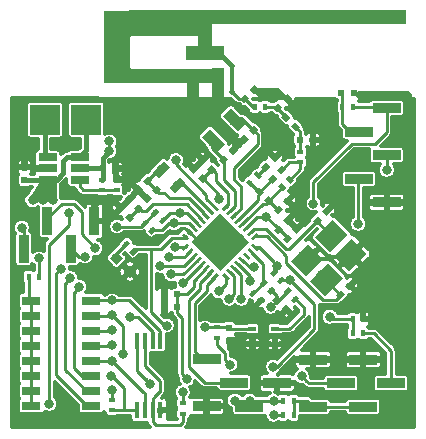
<source format=gbr>
G04 #@! TF.GenerationSoftware,KiCad,Pcbnew,(5.0.0)*
G04 #@! TF.CreationDate,2018-09-19T20:05:00-03:00*
G04 #@! TF.ProjectId,Generic_Bluetooth_Board,47656E657269635F426C7565746F6F74,rev?*
G04 #@! TF.SameCoordinates,Original*
G04 #@! TF.FileFunction,Copper,L1,Top,Signal*
G04 #@! TF.FilePolarity,Positive*
%FSLAX46Y46*%
G04 Gerber Fmt 4.6, Leading zero omitted, Abs format (unit mm)*
G04 Created by KiCad (PCBNEW (5.0.0)) date 09/19/18 20:05:00*
%MOMM*%
%LPD*%
G01*
G04 APERTURE LIST*
G04 #@! TA.AperFunction,SMDPad,CuDef*
%ADD10R,1.600000X0.760000*%
G04 #@! TD*
G04 #@! TA.AperFunction,Conductor*
%ADD11C,0.460000*%
G04 #@! TD*
G04 #@! TA.AperFunction,Conductor*
%ADD12C,0.100000*%
G04 #@! TD*
G04 #@! TA.AperFunction,Conductor*
%ADD13R,0.460000X1.390000*%
G04 #@! TD*
G04 #@! TA.AperFunction,Conductor*
%ADD14R,0.460000X1.500000*%
G04 #@! TD*
G04 #@! TA.AperFunction,Conductor*
%ADD15R,20.000000X1.210000*%
G04 #@! TD*
G04 #@! TA.AperFunction,Conductor*
%ADD16R,3.200000X1.210000*%
G04 #@! TD*
G04 #@! TA.AperFunction,Conductor*
%ADD17R,1.200000X3.000000*%
G04 #@! TD*
G04 #@! TA.AperFunction,Conductor*
%ADD18R,6.000000X2.210000*%
G04 #@! TD*
G04 #@! TA.AperFunction,Conductor*
%ADD19R,2.180000X5.000000*%
G04 #@! TD*
G04 #@! TA.AperFunction,Conductor*
%ADD20R,10.000000X1.290000*%
G04 #@! TD*
G04 #@! TA.AperFunction,Conductor*
%ADD21R,1.100000X1.524000*%
G04 #@! TD*
G04 #@! TA.AperFunction,Conductor*
%ADD22R,1.100000X1.651000*%
G04 #@! TD*
G04 #@! TA.AperFunction,Conductor*
%ADD23R,1.100000X1.000000*%
G04 #@! TD*
G04 #@! TA.AperFunction,BGAPad,CuDef*
%ADD24C,0.460000*%
G04 #@! TD*
G04 #@! TA.AperFunction,SMDPad,CuDef*
%ADD25C,0.500000*%
G04 #@! TD*
G04 #@! TA.AperFunction,SMDPad,CuDef*
%ADD26R,0.600000X0.500000*%
G04 #@! TD*
G04 #@! TA.AperFunction,SMDPad,CuDef*
%ADD27R,0.500000X0.600000*%
G04 #@! TD*
G04 #@! TA.AperFunction,SMDPad,CuDef*
%ADD28C,0.400000*%
G04 #@! TD*
G04 #@! TA.AperFunction,SMDPad,CuDef*
%ADD29R,0.600000X0.400000*%
G04 #@! TD*
G04 #@! TA.AperFunction,SMDPad,CuDef*
%ADD30R,0.400000X0.600000*%
G04 #@! TD*
G04 #@! TA.AperFunction,SMDPad,CuDef*
%ADD31R,2.500000X2.500000*%
G04 #@! TD*
G04 #@! TA.AperFunction,SMDPad,CuDef*
%ADD32C,1.725000*%
G04 #@! TD*
G04 #@! TA.AperFunction,SMDPad,CuDef*
%ADD33C,0.250000*%
G04 #@! TD*
G04 #@! TA.AperFunction,SMDPad,CuDef*
%ADD34R,1.560000X0.650000*%
G04 #@! TD*
G04 #@! TA.AperFunction,SMDPad,CuDef*
%ADD35C,1.000000*%
G04 #@! TD*
G04 #@! TA.AperFunction,SMDPad,CuDef*
%ADD36C,1.800000*%
G04 #@! TD*
G04 #@! TA.AperFunction,SMDPad,CuDef*
%ADD37R,2.350000X0.850000*%
G04 #@! TD*
G04 #@! TA.AperFunction,SMDPad,CuDef*
%ADD38R,0.450000X1.450000*%
G04 #@! TD*
G04 #@! TA.AperFunction,SMDPad,CuDef*
%ADD39R,0.850000X2.350000*%
G04 #@! TD*
G04 #@! TA.AperFunction,SMDPad,CuDef*
%ADD40C,0.700000*%
G04 #@! TD*
G04 #@! TA.AperFunction,SMDPad,CuDef*
%ADD41C,0.800000*%
G04 #@! TD*
G04 #@! TA.AperFunction,SMDPad,CuDef*
%ADD42R,0.650000X0.400000*%
G04 #@! TD*
G04 #@! TA.AperFunction,ViaPad*
%ADD43C,0.800000*%
G04 #@! TD*
G04 #@! TA.AperFunction,Conductor*
%ADD44C,0.250000*%
G04 #@! TD*
G04 #@! TA.AperFunction,Conductor*
%ADD45C,0.400000*%
G04 #@! TD*
G04 #@! TA.AperFunction,Conductor*
%ADD46C,0.350000*%
G04 #@! TD*
G04 #@! TA.AperFunction,Conductor*
%ADD47C,0.254000*%
G04 #@! TD*
G04 #@! TA.AperFunction,Conductor*
%ADD48C,0.300000*%
G04 #@! TD*
G04 APERTURE END LIST*
D10*
G04 #@! TO.P,SW1,16*
G04 #@! TO.N,Net-(R1-Pad1)*
X134518400Y-110769400D03*
G04 #@! TO.P,SW1,8*
G04 #@! TO.N,/MOSI*
X139598400Y-101879400D03*
G04 #@! TO.P,SW1,15*
G04 #@! TO.N,Net-(R1-Pad1)*
X134518400Y-109499400D03*
G04 #@! TO.P,SW1,7*
G04 #@! TO.N,/CS*
X139598400Y-103149400D03*
G04 #@! TO.P,SW1,14*
G04 #@! TO.N,Net-(R1-Pad1)*
X134518400Y-108229400D03*
G04 #@! TO.P,SW1,6*
G04 #@! TO.N,/CLK*
X139598400Y-104419400D03*
G04 #@! TO.P,SW1,13*
G04 #@! TO.N,Net-(R1-Pad1)*
X134518400Y-106959400D03*
G04 #@! TO.P,SW1,5*
G04 #@! TO.N,/NUM_UNT_3*
X139598400Y-105689400D03*
G04 #@! TO.P,SW1,12*
G04 #@! TO.N,Net-(R1-Pad1)*
X134518400Y-105689400D03*
G04 #@! TO.P,SW1,4*
G04 #@! TO.N,/GRP_ADD_3*
X139598400Y-106959400D03*
G04 #@! TO.P,SW1,11*
G04 #@! TO.N,Net-(R1-Pad1)*
X134518400Y-104419400D03*
G04 #@! TO.P,SW1,3*
G04 #@! TO.N,/GRP_ADD_2*
X139598400Y-108229400D03*
G04 #@! TO.P,SW1,10*
G04 #@! TO.N,Net-(R1-Pad1)*
X134518400Y-103149400D03*
G04 #@! TO.P,SW1,2*
G04 #@! TO.N,/GRP_ADD_1*
X139598400Y-109499400D03*
G04 #@! TO.P,SW1,9*
G04 #@! TO.N,Net-(R1-Pad1)*
X134518400Y-101879400D03*
G04 #@! TO.P,SW1,1*
G04 #@! TO.N,/GRP_ADD_0*
X139598400Y-110769400D03*
G04 #@! TD*
D11*
G04 #@! TO.N,Net-(AE1-Pad1)*
G04 #@! TO.C,AE1*
X151016000Y-81471000D03*
D12*
G36*
X151348340Y-82128609D02*
X150358391Y-81138660D01*
X150683660Y-80813391D01*
X151673609Y-81803340D01*
X151348340Y-82128609D01*
X151348340Y-82128609D01*
G37*
D13*
X151511000Y-82661000D03*
D14*
X151511000Y-83451000D03*
D11*
X151511000Y-81966000D03*
D15*
X156231000Y-77896000D03*
D16*
X149231000Y-80906000D03*
D17*
X149231000Y-79681000D03*
D18*
X145711000Y-78396000D03*
D19*
X141741000Y-79791000D03*
D20*
X145651000Y-82816000D03*
D21*
X148181000Y-83171000D03*
D22*
X150281000Y-82996000D03*
D23*
G04 #@! TO.N,GND*
X150281000Y-84201000D03*
X148181000Y-84201000D03*
D24*
G04 #@! TD*
G04 #@! TO.P,AE1,1*
G04 #@! TO.N,Net-(AE1-Pad1)*
X151511000Y-84201000D03*
D25*
G04 #@! TO.P,C1,2*
G04 #@! TO.N,GND*
X142828991Y-93273591D03*
D12*
G04 #@! TD*
G04 #@! TO.N,GND*
G04 #@! TO.C,C1*
G36*
X143217900Y-93308946D02*
X142864346Y-93662500D01*
X142440082Y-93238236D01*
X142793636Y-92884682D01*
X143217900Y-93308946D01*
X143217900Y-93308946D01*
G37*
D25*
G04 #@! TO.P,C1,1*
G04 #@! TO.N,Net-(C1-Pad1)*
X143606809Y-94051409D03*
D12*
G04 #@! TD*
G04 #@! TO.N,Net-(C1-Pad1)*
G04 #@! TO.C,C1*
G36*
X143995718Y-94086764D02*
X143642164Y-94440318D01*
X143217900Y-94016054D01*
X143571454Y-93662500D01*
X143995718Y-94086764D01*
X143995718Y-94086764D01*
G37*
D25*
G04 #@! TO.P,C2,1*
G04 #@! TO.N,Net-(C1-Pad1)*
X142844809Y-94813409D03*
D12*
G04 #@! TD*
G04 #@! TO.N,Net-(C1-Pad1)*
G04 #@! TO.C,C2*
G36*
X143233718Y-94848764D02*
X142880164Y-95202318D01*
X142455900Y-94778054D01*
X142809454Y-94424500D01*
X143233718Y-94848764D01*
X143233718Y-94848764D01*
G37*
D25*
G04 #@! TO.P,C2,2*
G04 #@! TO.N,GND*
X142066991Y-94035591D03*
D12*
G04 #@! TD*
G04 #@! TO.N,GND*
G04 #@! TO.C,C2*
G36*
X142455900Y-94070946D02*
X142102346Y-94424500D01*
X141678082Y-94000236D01*
X142031636Y-93646682D01*
X142455900Y-94070946D01*
X142455900Y-94070946D01*
G37*
D25*
G04 #@! TO.P,C3,2*
G04 #@! TO.N,GND*
X143540191Y-92489309D03*
D12*
G04 #@! TD*
G04 #@! TO.N,GND*
G04 #@! TO.C,C3*
G36*
X143575546Y-92100400D02*
X143929100Y-92453954D01*
X143504836Y-92878218D01*
X143151282Y-92524664D01*
X143575546Y-92100400D01*
X143575546Y-92100400D01*
G37*
D25*
G04 #@! TO.P,C3,1*
G04 #@! TO.N,Net-(C3-Pad1)*
X144318009Y-91711491D03*
D12*
G04 #@! TD*
G04 #@! TO.N,Net-(C3-Pad1)*
G04 #@! TO.C,C3*
G36*
X144353364Y-91322582D02*
X144706918Y-91676136D01*
X144282654Y-92100400D01*
X143929100Y-91746846D01*
X144353364Y-91322582D01*
X144353364Y-91322582D01*
G37*
D25*
G04 #@! TO.P,C4,1*
G04 #@! TO.N,Net-(C3-Pad1)*
X145080009Y-92473491D03*
D12*
G04 #@! TD*
G04 #@! TO.N,Net-(C3-Pad1)*
G04 #@! TO.C,C4*
G36*
X145115364Y-92084582D02*
X145468918Y-92438136D01*
X145044654Y-92862400D01*
X144691100Y-92508846D01*
X145115364Y-92084582D01*
X145115364Y-92084582D01*
G37*
D25*
G04 #@! TO.P,C4,2*
G04 #@! TO.N,GND*
X144302191Y-93251309D03*
D12*
G04 #@! TD*
G04 #@! TO.N,GND*
G04 #@! TO.C,C4*
G36*
X144337546Y-92862400D02*
X144691100Y-93215954D01*
X144266836Y-93640218D01*
X143913282Y-93286664D01*
X144337546Y-92862400D01*
X144337546Y-92862400D01*
G37*
D25*
G04 #@! TO.P,C5,2*
G04 #@! TO.N,GND*
X151582409Y-89146091D03*
D12*
G04 #@! TD*
G04 #@! TO.N,GND*
G04 #@! TO.C,C5*
G36*
X151547054Y-89535000D02*
X151193500Y-89181446D01*
X151617764Y-88757182D01*
X151971318Y-89110736D01*
X151547054Y-89535000D01*
X151547054Y-89535000D01*
G37*
D25*
G04 #@! TO.P,C5,1*
G04 #@! TO.N,Net-(C5-Pad1)*
X150804591Y-89923909D03*
D12*
G04 #@! TD*
G04 #@! TO.N,Net-(C5-Pad1)*
G04 #@! TO.C,C5*
G36*
X150769236Y-90312818D02*
X150415682Y-89959264D01*
X150839946Y-89535000D01*
X151193500Y-89888554D01*
X150769236Y-90312818D01*
X150769236Y-90312818D01*
G37*
D25*
G04 #@! TO.P,C6,1*
G04 #@! TO.N,Net-(C6-Pad1)*
X153296909Y-87431591D03*
D12*
G04 #@! TD*
G04 #@! TO.N,Net-(C6-Pad1)*
G04 #@! TO.C,C6*
G36*
X153332264Y-87042682D02*
X153685818Y-87396236D01*
X153261554Y-87820500D01*
X152908000Y-87466946D01*
X153332264Y-87042682D01*
X153332264Y-87042682D01*
G37*
D25*
G04 #@! TO.P,C6,2*
G04 #@! TO.N,GND*
X152519091Y-88209409D03*
D12*
G04 #@! TD*
G04 #@! TO.N,GND*
G04 #@! TO.C,C6*
G36*
X152554446Y-87820500D02*
X152908000Y-88174054D01*
X152483736Y-88598318D01*
X152130182Y-88244764D01*
X152554446Y-87820500D01*
X152554446Y-87820500D01*
G37*
D25*
G04 #@! TO.P,C7,1*
G04 #@! TO.N,+3V3*
X149804409Y-90749409D03*
D12*
G04 #@! TD*
G04 #@! TO.N,+3V3*
G04 #@! TO.C,C7*
G36*
X150193318Y-90784764D02*
X149839764Y-91138318D01*
X149415500Y-90714054D01*
X149769054Y-90360500D01*
X150193318Y-90784764D01*
X150193318Y-90784764D01*
G37*
D25*
G04 #@! TO.P,C7,2*
G04 #@! TO.N,GND*
X149026591Y-89971591D03*
D12*
G04 #@! TD*
G04 #@! TO.N,GND*
G04 #@! TO.C,C7*
G36*
X149415500Y-90006946D02*
X149061946Y-90360500D01*
X148637682Y-89936236D01*
X148991236Y-89582682D01*
X149415500Y-90006946D01*
X149415500Y-90006946D01*
G37*
D25*
G04 #@! TO.P,C8,1*
G04 #@! TO.N,+3V3*
X149042409Y-91511409D03*
D12*
G04 #@! TD*
G04 #@! TO.N,+3V3*
G04 #@! TO.C,C8*
G36*
X149431318Y-91546764D02*
X149077764Y-91900318D01*
X148653500Y-91476054D01*
X149007054Y-91122500D01*
X149431318Y-91546764D01*
X149431318Y-91546764D01*
G37*
D25*
G04 #@! TO.P,C8,2*
G04 #@! TO.N,GND*
X148264591Y-90733591D03*
D12*
G04 #@! TD*
G04 #@! TO.N,GND*
G04 #@! TO.C,C8*
G36*
X148653500Y-90768946D02*
X148299946Y-91122500D01*
X147875682Y-90698236D01*
X148229236Y-90344682D01*
X148653500Y-90768946D01*
X148653500Y-90768946D01*
G37*
D25*
G04 #@! TO.P,C9,2*
G04 #@! TO.N,Net-(C9-Pad2)*
X154360591Y-90558909D03*
D12*
G04 #@! TD*
G04 #@! TO.N,Net-(C9-Pad2)*
G04 #@! TO.C,C9*
G36*
X154395946Y-90170000D02*
X154749500Y-90523554D01*
X154325236Y-90947818D01*
X153971682Y-90594264D01*
X154395946Y-90170000D01*
X154395946Y-90170000D01*
G37*
D25*
G04 #@! TO.P,C9,1*
G04 #@! TO.N,GND*
X155138409Y-89781091D03*
D12*
G04 #@! TD*
G04 #@! TO.N,GND*
G04 #@! TO.C,C9*
G36*
X155173764Y-89392182D02*
X155527318Y-89745736D01*
X155103054Y-90170000D01*
X154749500Y-89816446D01*
X155173764Y-89392182D01*
X155173764Y-89392182D01*
G37*
D25*
G04 #@! TO.P,C10,2*
G04 #@! TO.N,Net-(C10-Pad2)*
X154932091Y-91574909D03*
D12*
G04 #@! TD*
G04 #@! TO.N,Net-(C10-Pad2)*
G04 #@! TO.C,C10*
G36*
X154967446Y-91186000D02*
X155321000Y-91539554D01*
X154896736Y-91963818D01*
X154543182Y-91610264D01*
X154967446Y-91186000D01*
X154967446Y-91186000D01*
G37*
D25*
G04 #@! TO.P,C10,1*
G04 #@! TO.N,Net-(C10-Pad1)*
X155709909Y-90797091D03*
D12*
G04 #@! TD*
G04 #@! TO.N,Net-(C10-Pad1)*
G04 #@! TO.C,C10*
G36*
X155745264Y-90408182D02*
X156098818Y-90761736D01*
X155674554Y-91186000D01*
X155321000Y-90832446D01*
X155745264Y-90408182D01*
X155745264Y-90408182D01*
G37*
D25*
G04 #@! TO.P,C11,2*
G04 #@! TO.N,Net-(C11-Pad2)*
X154630409Y-93416409D03*
D12*
G04 #@! TD*
G04 #@! TO.N,Net-(C11-Pad2)*
G04 #@! TO.C,C11*
G36*
X154241500Y-93381054D02*
X154595054Y-93027500D01*
X155019318Y-93451764D01*
X154665764Y-93805318D01*
X154241500Y-93381054D01*
X154241500Y-93381054D01*
G37*
D25*
G04 #@! TO.P,C11,1*
G04 #@! TO.N,Net-(C10-Pad2)*
X153852591Y-92638591D03*
D12*
G04 #@! TD*
G04 #@! TO.N,Net-(C10-Pad2)*
G04 #@! TO.C,C11*
G36*
X153463682Y-92603236D02*
X153817236Y-92249682D01*
X154241500Y-92673946D01*
X153887946Y-93027500D01*
X153463682Y-92603236D01*
X153463682Y-92603236D01*
G37*
D25*
G04 #@! TO.P,C12,1*
G04 #@! TO.N,Net-(C12-Pad1)*
X156075091Y-86352091D03*
D12*
G04 #@! TD*
G04 #@! TO.N,Net-(C12-Pad1)*
G04 #@! TO.C,C12*
G36*
X155686182Y-86316736D02*
X156039736Y-85963182D01*
X156464000Y-86387446D01*
X156110446Y-86741000D01*
X155686182Y-86316736D01*
X155686182Y-86316736D01*
G37*
D25*
G04 #@! TO.P,C12,2*
G04 #@! TO.N,Net-(C12-Pad2)*
X156852909Y-87129909D03*
D12*
G04 #@! TD*
G04 #@! TO.N,Net-(C12-Pad2)*
G04 #@! TO.C,C12*
G36*
X156464000Y-87094554D02*
X156817554Y-86741000D01*
X157241818Y-87165264D01*
X156888264Y-87518818D01*
X156464000Y-87094554D01*
X156464000Y-87094554D01*
G37*
D26*
G04 #@! TO.P,C13,2*
G04 #@! TO.N,GND*
X158347500Y-88265000D03*
G04 #@! TO.P,C13,1*
G04 #@! TO.N,Net-(C12-Pad2)*
X157247500Y-88265000D03*
G04 #@! TD*
D25*
G04 #@! TO.P,C14,2*
G04 #@! TO.N,GND*
X156154409Y-84764591D03*
D12*
G04 #@! TD*
G04 #@! TO.N,GND*
G04 #@! TO.C,C14*
G36*
X156119054Y-85153500D02*
X155765500Y-84799946D01*
X156189764Y-84375682D01*
X156543318Y-84729236D01*
X156119054Y-85153500D01*
X156119054Y-85153500D01*
G37*
D25*
G04 #@! TO.P,C14,1*
G04 #@! TO.N,Net-(C12-Pad1)*
X155376591Y-85542409D03*
D12*
G04 #@! TD*
G04 #@! TO.N,Net-(C12-Pad1)*
G04 #@! TO.C,C14*
G36*
X155341236Y-85931318D02*
X154987682Y-85577764D01*
X155411946Y-85153500D01*
X155765500Y-85507054D01*
X155341236Y-85931318D01*
X155341236Y-85931318D01*
G37*
D25*
G04 #@! TO.P,C15,2*
G04 #@! TO.N,GND*
X153360409Y-84002591D03*
D12*
G04 #@! TD*
G04 #@! TO.N,GND*
G04 #@! TO.C,C15*
G36*
X153325054Y-84391500D02*
X152971500Y-84037946D01*
X153395764Y-83613682D01*
X153749318Y-83967236D01*
X153325054Y-84391500D01*
X153325054Y-84391500D01*
G37*
D25*
G04 #@! TO.P,C15,1*
G04 #@! TO.N,Net-(AE1-Pad1)*
X152582591Y-84780409D03*
D12*
G04 #@! TD*
G04 #@! TO.N,Net-(AE1-Pad1)*
G04 #@! TO.C,C15*
G36*
X152547236Y-85169318D02*
X152193682Y-84815764D01*
X152617946Y-84391500D01*
X152971500Y-84745054D01*
X152547236Y-85169318D01*
X152547236Y-85169318D01*
G37*
D25*
G04 #@! TO.P,C16,2*
G04 #@! TO.N,GND*
X156217909Y-95051591D03*
D12*
G04 #@! TD*
G04 #@! TO.N,GND*
G04 #@! TO.C,C16*
G36*
X156182554Y-95440500D02*
X155829000Y-95086946D01*
X156253264Y-94662682D01*
X156606818Y-95016236D01*
X156182554Y-95440500D01*
X156182554Y-95440500D01*
G37*
D25*
G04 #@! TO.P,C16,1*
G04 #@! TO.N,+3V3*
X155440091Y-95829409D03*
D12*
G04 #@! TD*
G04 #@! TO.N,+3V3*
G04 #@! TO.C,C16*
G36*
X155404736Y-96218318D02*
X155051182Y-95864764D01*
X155475446Y-95440500D01*
X155829000Y-95794054D01*
X155404736Y-96218318D01*
X155404736Y-96218318D01*
G37*
D25*
G04 #@! TO.P,C17,1*
G04 #@! TO.N,+3V3*
X156202091Y-96591409D03*
D12*
G04 #@! TD*
G04 #@! TO.N,+3V3*
G04 #@! TO.C,C17*
G36*
X156166736Y-96980318D02*
X155813182Y-96626764D01*
X156237446Y-96202500D01*
X156591000Y-96556054D01*
X156166736Y-96980318D01*
X156166736Y-96980318D01*
G37*
D25*
G04 #@! TO.P,C17,2*
G04 #@! TO.N,GND*
X156979909Y-95813591D03*
D12*
G04 #@! TD*
G04 #@! TO.N,GND*
G04 #@! TO.C,C17*
G36*
X156944554Y-96202500D02*
X156591000Y-95848946D01*
X157015264Y-95424682D01*
X157368818Y-95778236D01*
X156944554Y-96202500D01*
X156944554Y-96202500D01*
G37*
D26*
G04 #@! TO.P,C18,2*
G04 #@! TO.N,GND*
X145779400Y-102412800D03*
G04 #@! TO.P,C18,1*
G04 #@! TO.N,+3V3*
X146879400Y-102412800D03*
G04 #@! TD*
G04 #@! TO.P,C19,1*
G04 #@! TO.N,+3V3*
X146879400Y-101320600D03*
G04 #@! TO.P,C19,2*
G04 #@! TO.N,GND*
X145779400Y-101320600D03*
G04 #@! TD*
D25*
G04 #@! TO.P,C20,1*
G04 #@! TO.N,Net-(C11-Pad2)*
X155440091Y-94178409D03*
D12*
G04 #@! TD*
G04 #@! TO.N,Net-(C11-Pad2)*
G04 #@! TO.C,C20*
G36*
X155404736Y-94567318D02*
X155051182Y-94213764D01*
X155475446Y-93789500D01*
X155829000Y-94143054D01*
X155404736Y-94567318D01*
X155404736Y-94567318D01*
G37*
D25*
G04 #@! TO.P,C20,2*
G04 #@! TO.N,GND*
X156217909Y-93400591D03*
D12*
G04 #@! TD*
G04 #@! TO.N,GND*
G04 #@! TO.C,C20*
G36*
X156182554Y-93789500D02*
X155829000Y-93435946D01*
X156253264Y-93011682D01*
X156606818Y-93365236D01*
X156182554Y-93789500D01*
X156182554Y-93789500D01*
G37*
D25*
G04 #@! TO.P,C21,1*
G04 #@! TO.N,Net-(C21-Pad1)*
X160697891Y-101379309D03*
D12*
G04 #@! TD*
G04 #@! TO.N,Net-(C21-Pad1)*
G04 #@! TO.C,C21*
G36*
X160662536Y-101768218D02*
X160308982Y-101414664D01*
X160733246Y-100990400D01*
X161086800Y-101343954D01*
X160662536Y-101768218D01*
X160662536Y-101768218D01*
G37*
D25*
G04 #@! TO.P,C21,2*
G04 #@! TO.N,GND*
X161475709Y-100601491D03*
D12*
G04 #@! TD*
G04 #@! TO.N,GND*
G04 #@! TO.C,C21*
G36*
X161440354Y-100990400D02*
X161086800Y-100636846D01*
X161511064Y-100212582D01*
X161864618Y-100566136D01*
X161440354Y-100990400D01*
X161440354Y-100990400D01*
G37*
D25*
G04 #@! TO.P,C22,1*
G04 #@! TO.N,Net-(C22-Pad1)*
X158742091Y-95067409D03*
D12*
G04 #@! TD*
G04 #@! TO.N,Net-(C22-Pad1)*
G04 #@! TO.C,C22*
G36*
X158706736Y-95456318D02*
X158353182Y-95102764D01*
X158777446Y-94678500D01*
X159131000Y-95032054D01*
X158706736Y-95456318D01*
X158706736Y-95456318D01*
G37*
D25*
G04 #@! TO.P,C22,2*
G04 #@! TO.N,GND*
X159519909Y-94289591D03*
D12*
G04 #@! TD*
G04 #@! TO.N,GND*
G04 #@! TO.C,C22*
G36*
X159484554Y-94678500D02*
X159131000Y-94324946D01*
X159555264Y-93900682D01*
X159908818Y-94254236D01*
X159484554Y-94678500D01*
X159484554Y-94678500D01*
G37*
D27*
G04 #@! TO.P,C23,2*
G04 #@! TO.N,GND*
X151257000Y-105248800D03*
G04 #@! TO.P,C23,1*
G04 #@! TO.N,/SR_PWR*
X151257000Y-104148800D03*
G04 #@! TD*
G04 #@! TO.P,C24,1*
G04 #@! TO.N,+3V3*
X133921500Y-91672500D03*
G04 #@! TO.P,C24,2*
G04 #@! TO.N,GND*
X133921500Y-90572500D03*
G04 #@! TD*
D26*
G04 #@! TO.P,C25,2*
G04 #@! TO.N,GND*
X141647000Y-90678000D03*
G04 #@! TO.P,C25,1*
G04 #@! TO.N,+5V*
X140547000Y-90678000D03*
G04 #@! TD*
D25*
G04 #@! TO.P,C26,1*
G04 #@! TO.N,/ADC1_IN*
X155313091Y-101820691D03*
D12*
G04 #@! TD*
G04 #@! TO.N,/ADC1_IN*
G04 #@! TO.C,C26*
G36*
X154924182Y-101785336D02*
X155277736Y-101431782D01*
X155702000Y-101856046D01*
X155348446Y-102209600D01*
X154924182Y-101785336D01*
X154924182Y-101785336D01*
G37*
D25*
G04 #@! TO.P,C26,2*
G04 #@! TO.N,GND*
X156090909Y-102598509D03*
D12*
G04 #@! TD*
G04 #@! TO.N,GND*
G04 #@! TO.C,C26*
G36*
X155702000Y-102563154D02*
X156055554Y-102209600D01*
X156479818Y-102633864D01*
X156126264Y-102987418D01*
X155702000Y-102563154D01*
X155702000Y-102563154D01*
G37*
D28*
G04 #@! TO.P,L2,2*
G04 #@! TO.N,Net-(C9-Pad2)*
X153670698Y-91248802D03*
D12*
G04 #@! TD*
G04 #@! TO.N,Net-(C9-Pad2)*
G04 #@! TO.C,L2*
G36*
X153741409Y-91602355D02*
X153317145Y-91178091D01*
X153599987Y-90895249D01*
X154024251Y-91319513D01*
X153741409Y-91602355D01*
X153741409Y-91602355D01*
G37*
D28*
G04 #@! TO.P,L2,1*
G04 #@! TO.N,Net-(C10-Pad2)*
X153034302Y-91885198D03*
D12*
G04 #@! TD*
G04 #@! TO.N,Net-(C10-Pad2)*
G04 #@! TO.C,L2*
G36*
X153105013Y-92238751D02*
X152680749Y-91814487D01*
X152963591Y-91531645D01*
X153387855Y-91955909D01*
X153105013Y-92238751D01*
X153105013Y-92238751D01*
G37*
D29*
G04 #@! TO.P,L3,1*
G04 #@! TO.N,Net-(C10-Pad1)*
X157289500Y-90175500D03*
G04 #@! TO.P,L3,2*
G04 #@! TO.N,Net-(C12-Pad2)*
X157289500Y-89275500D03*
G04 #@! TD*
D30*
G04 #@! TO.P,L4,2*
G04 #@! TO.N,Net-(AE1-Pad1)*
X153410500Y-85471000D03*
G04 #@! TO.P,L4,1*
G04 #@! TO.N,Net-(C12-Pad1)*
X154310500Y-85471000D03*
G04 #@! TD*
D28*
G04 #@! TO.P,L5,1*
G04 #@! TO.N,Net-(C11-Pad2)*
X155764802Y-92266198D03*
D12*
G04 #@! TD*
G04 #@! TO.N,Net-(C11-Pad2)*
G04 #@! TO.C,L5*
G36*
X155835513Y-92619751D02*
X155411249Y-92195487D01*
X155694091Y-91912645D01*
X156118355Y-92336909D01*
X155835513Y-92619751D01*
X155835513Y-92619751D01*
G37*
D28*
G04 #@! TO.P,L5,2*
G04 #@! TO.N,Net-(C10-Pad1)*
X156401198Y-91629802D03*
D12*
G04 #@! TD*
G04 #@! TO.N,Net-(C10-Pad1)*
G04 #@! TO.C,L5*
G36*
X156471909Y-91983355D02*
X156047645Y-91559091D01*
X156330487Y-91276249D01*
X156754751Y-91700513D01*
X156471909Y-91983355D01*
X156471909Y-91983355D01*
G37*
D31*
G04 #@! TO.P,L6,2*
G04 #@! TO.N,Net-(L6-Pad2)*
X135664000Y-86550500D03*
G04 #@! TO.P,L6,1*
G04 #@! TO.N,+3V3*
X139164000Y-86550500D03*
G04 #@! TD*
D30*
G04 #@! TO.P,R1,1*
G04 #@! TO.N,Net-(R1-Pad1)*
X134271600Y-99847400D03*
G04 #@! TO.P,R1,2*
G04 #@! TO.N,+3V3*
X135171600Y-99847400D03*
G04 #@! TD*
D28*
G04 #@! TO.P,R2,1*
G04 #@! TO.N,+3V3*
X144106202Y-95287402D03*
D12*
G04 #@! TD*
G04 #@! TO.N,+3V3*
G04 #@! TO.C,R2*
G36*
X143752649Y-95358113D02*
X144176913Y-94933849D01*
X144459755Y-95216691D01*
X144035491Y-95640955D01*
X143752649Y-95358113D01*
X143752649Y-95358113D01*
G37*
D28*
G04 #@! TO.P,R2,2*
G04 #@! TO.N,/I2C1_SCL*
X144742598Y-95923798D03*
D12*
G04 #@! TD*
G04 #@! TO.N,/I2C1_SCL*
G04 #@! TO.C,R2*
G36*
X144389045Y-95994509D02*
X144813309Y-95570245D01*
X145096151Y-95853087D01*
X144671887Y-96277351D01*
X144389045Y-95994509D01*
X144389045Y-95994509D01*
G37*
D28*
G04 #@! TO.P,R3,2*
G04 #@! TO.N,/I2C1_SDA*
X145631598Y-95034798D03*
D12*
G04 #@! TD*
G04 #@! TO.N,/I2C1_SDA*
G04 #@! TO.C,R3*
G36*
X145278045Y-95105509D02*
X145702309Y-94681245D01*
X145985151Y-94964087D01*
X145560887Y-95388351D01*
X145278045Y-95105509D01*
X145278045Y-95105509D01*
G37*
D28*
G04 #@! TO.P,R3,1*
G04 #@! TO.N,+3V3*
X144995202Y-94398402D03*
D12*
G04 #@! TD*
G04 #@! TO.N,+3V3*
G04 #@! TO.C,R3*
G36*
X144641649Y-94469113D02*
X145065913Y-94044849D01*
X145348755Y-94327691D01*
X144924491Y-94751955D01*
X144641649Y-94469113D01*
X144641649Y-94469113D01*
G37*
D28*
G04 #@! TO.P,R4,2*
G04 #@! TO.N,Net-(D1-Pad2)*
X142531402Y-97065402D03*
D12*
G04 #@! TD*
G04 #@! TO.N,Net-(D1-Pad2)*
G04 #@! TO.C,R4*
G36*
X142884955Y-96994691D02*
X142460691Y-97418955D01*
X142177849Y-97136113D01*
X142602113Y-96711849D01*
X142884955Y-96994691D01*
X142884955Y-96994691D01*
G37*
D28*
G04 #@! TO.P,R4,1*
G04 #@! TO.N,/SR_PWR*
X143167798Y-97701798D03*
D12*
G04 #@! TD*
G04 #@! TO.N,/SR_PWR*
G04 #@! TO.C,R4*
G36*
X143521351Y-97631087D02*
X143097087Y-98055351D01*
X142814245Y-97772509D01*
X143238509Y-97348245D01*
X143521351Y-97631087D01*
X143521351Y-97631087D01*
G37*
D30*
G04 #@! TO.P,R5,2*
G04 #@! TO.N,/VCC_S*
X156710800Y-110337600D03*
G04 #@! TO.P,R5,1*
G04 #@! TO.N,+3V3*
X155810800Y-110337600D03*
G04 #@! TD*
G04 #@! TO.P,R6,1*
G04 #@! TO.N,+5V*
X155810800Y-111556800D03*
G04 #@! TO.P,R6,2*
G04 #@! TO.N,/VCC_S*
X156710800Y-111556800D03*
G04 #@! TD*
D28*
G04 #@! TO.P,R7,2*
G04 #@! TO.N,Net-(R14-Pad2)*
X155028202Y-99503802D03*
D12*
G04 #@! TD*
G04 #@! TO.N,Net-(R14-Pad2)*
G04 #@! TO.C,R7*
G36*
X155381755Y-99433091D02*
X154957491Y-99857355D01*
X154674649Y-99574513D01*
X155098913Y-99150249D01*
X155381755Y-99433091D01*
X155381755Y-99433091D01*
G37*
D28*
G04 #@! TO.P,R7,1*
G04 #@! TO.N,+3V3*
X155664598Y-100140198D03*
D12*
G04 #@! TD*
G04 #@! TO.N,+3V3*
G04 #@! TO.C,R7*
G36*
X156018151Y-100069487D02*
X155593887Y-100493751D01*
X155311045Y-100210909D01*
X155735309Y-99786645D01*
X156018151Y-100069487D01*
X156018151Y-100069487D01*
G37*
D28*
G04 #@! TO.P,R8,1*
G04 #@! TO.N,/ADC1_IN*
X154800998Y-101003798D03*
D12*
G04 #@! TD*
G04 #@! TO.N,/ADC1_IN*
G04 #@! TO.C,R8*
G36*
X155154551Y-100933087D02*
X154730287Y-101357351D01*
X154447445Y-101074509D01*
X154871709Y-100650245D01*
X155154551Y-100933087D01*
X155154551Y-100933087D01*
G37*
D28*
G04 #@! TO.P,R8,2*
G04 #@! TO.N,Net-(R8-Pad2)*
X154164602Y-100367402D03*
D12*
G04 #@! TD*
G04 #@! TO.N,Net-(R8-Pad2)*
G04 #@! TO.C,R8*
G36*
X154518155Y-100296691D02*
X154093891Y-100720955D01*
X153811049Y-100438113D01*
X154235313Y-100013849D01*
X154518155Y-100296691D01*
X154518155Y-100296691D01*
G37*
D28*
G04 #@! TO.P,R9,1*
G04 #@! TO.N,Net-(R8-Pad2)*
X153301002Y-101231002D03*
D12*
G04 #@! TD*
G04 #@! TO.N,Net-(R8-Pad2)*
G04 #@! TO.C,R9*
G36*
X152947449Y-101301713D02*
X153371713Y-100877449D01*
X153654555Y-101160291D01*
X153230291Y-101584555D01*
X152947449Y-101301713D01*
X152947449Y-101301713D01*
G37*
D28*
G04 #@! TO.P,R9,2*
G04 #@! TO.N,GND*
X153937398Y-101867398D03*
D12*
G04 #@! TD*
G04 #@! TO.N,GND*
G04 #@! TO.C,R9*
G36*
X153583845Y-101938109D02*
X154008109Y-101513845D01*
X154290951Y-101796687D01*
X153866687Y-102220951D01*
X153583845Y-101938109D01*
X153583845Y-101938109D01*
G37*
D29*
G04 #@! TO.P,R10,1*
G04 #@! TO.N,+3V3*
X150241000Y-105021800D03*
G04 #@! TO.P,R10,2*
G04 #@! TO.N,/SR_PWR*
X150241000Y-104121800D03*
G04 #@! TD*
D28*
G04 #@! TO.P,R11,2*
G04 #@! TO.N,Net-(R11-Pad2)*
X156832998Y-101714998D03*
D12*
G04 #@! TD*
G04 #@! TO.N,Net-(R11-Pad2)*
G04 #@! TO.C,R11*
G36*
X156479445Y-101785709D02*
X156903709Y-101361445D01*
X157186551Y-101644287D01*
X156762287Y-102068551D01*
X156479445Y-101785709D01*
X156479445Y-101785709D01*
G37*
D28*
G04 #@! TO.P,R11,1*
G04 #@! TO.N,/ADC1_IN*
X156196602Y-101078602D03*
D12*
G04 #@! TD*
G04 #@! TO.N,/ADC1_IN*
G04 #@! TO.C,R11*
G36*
X155843049Y-101149313D02*
X156267313Y-100725049D01*
X156550155Y-101007891D01*
X156125891Y-101432155D01*
X155843049Y-101149313D01*
X155843049Y-101149313D01*
G37*
D29*
G04 #@! TO.P,R12,1*
G04 #@! TO.N,+5V*
X140525500Y-91625000D03*
G04 #@! TO.P,R12,2*
G04 #@! TO.N,Net-(R12-Pad2)*
X140525500Y-92525000D03*
G04 #@! TD*
G04 #@! TO.P,R13,2*
G04 #@! TO.N,Net-(R12-Pad2)*
X141732000Y-92525000D03*
G04 #@! TO.P,R13,1*
G04 #@! TO.N,GND*
X141732000Y-91625000D03*
G04 #@! TD*
D32*
G04 #@! TO.P,U1,33*
G04 #@! TO.N,GND*
X149275241Y-96901000D03*
D12*
G04 #@! TD*
G04 #@! TO.N,GND*
G04 #@! TO.C,U1*
G36*
X149275241Y-98120759D02*
X148055482Y-96901000D01*
X149275241Y-95681241D01*
X150495000Y-96901000D01*
X149275241Y-98120759D01*
X149275241Y-98120759D01*
G37*
D32*
G04 #@! TO.P,U1,33*
G04 #@! TO.N,GND*
X150495000Y-98120759D03*
D12*
G04 #@! TD*
G04 #@! TO.N,GND*
G04 #@! TO.C,U1*
G36*
X150495000Y-99340518D02*
X149275241Y-98120759D01*
X150495000Y-96901000D01*
X151714759Y-98120759D01*
X150495000Y-99340518D01*
X150495000Y-99340518D01*
G37*
D32*
G04 #@! TO.P,U1,33*
G04 #@! TO.N,GND*
X150495000Y-95681241D03*
D12*
G04 #@! TD*
G04 #@! TO.N,GND*
G04 #@! TO.C,U1*
G36*
X150495000Y-96901000D02*
X149275241Y-95681241D01*
X150495000Y-94461482D01*
X151714759Y-95681241D01*
X150495000Y-96901000D01*
X150495000Y-96901000D01*
G37*
D32*
G04 #@! TO.P,U1,33*
G04 #@! TO.N,GND*
X151714759Y-96901000D03*
D12*
G04 #@! TD*
G04 #@! TO.N,GND*
G04 #@! TO.C,U1*
G36*
X151714759Y-98120759D02*
X150495000Y-96901000D01*
X151714759Y-95681241D01*
X152934518Y-96901000D01*
X151714759Y-98120759D01*
X151714759Y-98120759D01*
G37*
D33*
G04 #@! TO.P,U1,32*
G04 #@! TO.N,/SR_PWR*
X147560507Y-96441381D03*
D12*
G04 #@! TD*
G04 #@! TO.N,/SR_PWR*
G04 #@! TO.C,U1*
G36*
X147896383Y-96600480D02*
X147719606Y-96777257D01*
X147224631Y-96282282D01*
X147401408Y-96105505D01*
X147896383Y-96600480D01*
X147896383Y-96600480D01*
G37*
D33*
G04 #@! TO.P,U1,31*
G04 #@! TO.N,GND*
X147914060Y-96087827D03*
D12*
G04 #@! TD*
G04 #@! TO.N,GND*
G04 #@! TO.C,U1*
G36*
X148249936Y-96246926D02*
X148073159Y-96423703D01*
X147578184Y-95928728D01*
X147754961Y-95751951D01*
X148249936Y-96246926D01*
X148249936Y-96246926D01*
G37*
D33*
G04 #@! TO.P,U1,30*
G04 #@! TO.N,/I2C1_SCL*
X148267614Y-95734274D03*
D12*
G04 #@! TD*
G04 #@! TO.N,/I2C1_SCL*
G04 #@! TO.C,U1*
G36*
X148603490Y-95893373D02*
X148426713Y-96070150D01*
X147931738Y-95575175D01*
X148108515Y-95398398D01*
X148603490Y-95893373D01*
X148603490Y-95893373D01*
G37*
D33*
G04 #@! TO.P,U1,29*
G04 #@! TO.N,/I2C1_SDA*
X148621167Y-95380720D03*
D12*
G04 #@! TD*
G04 #@! TO.N,/I2C1_SDA*
G04 #@! TO.C,U1*
G36*
X148957043Y-95539819D02*
X148780266Y-95716596D01*
X148285291Y-95221621D01*
X148462068Y-95044844D01*
X148957043Y-95539819D01*
X148957043Y-95539819D01*
G37*
D33*
G04 #@! TO.P,U1,28*
G04 #@! TO.N,Net-(C1-Pad1)*
X148974720Y-95027167D03*
D12*
G04 #@! TD*
G04 #@! TO.N,Net-(C1-Pad1)*
G04 #@! TO.C,U1*
G36*
X149310596Y-95186266D02*
X149133819Y-95363043D01*
X148638844Y-94868068D01*
X148815621Y-94691291D01*
X149310596Y-95186266D01*
X149310596Y-95186266D01*
G37*
D33*
G04 #@! TO.P,U1,27*
G04 #@! TO.N,Net-(C3-Pad1)*
X149328274Y-94673614D03*
D12*
G04 #@! TD*
G04 #@! TO.N,Net-(C3-Pad1)*
G04 #@! TO.C,U1*
G36*
X149664150Y-94832713D02*
X149487373Y-95009490D01*
X148992398Y-94514515D01*
X149169175Y-94337738D01*
X149664150Y-94832713D01*
X149664150Y-94832713D01*
G37*
D33*
G04 #@! TO.P,U1,26*
G04 #@! TO.N,Net-(L1-Pad1)*
X149681827Y-94320060D03*
D12*
G04 #@! TD*
G04 #@! TO.N,Net-(L1-Pad1)*
G04 #@! TO.C,U1*
G36*
X150017703Y-94479159D02*
X149840926Y-94655936D01*
X149345951Y-94160961D01*
X149522728Y-93984184D01*
X150017703Y-94479159D01*
X150017703Y-94479159D01*
G37*
D33*
G04 #@! TO.P,U1,25*
G04 #@! TO.N,/RESET*
X150035381Y-93966507D03*
D12*
G04 #@! TD*
G04 #@! TO.N,/RESET*
G04 #@! TO.C,U1*
G36*
X150371257Y-94125606D02*
X150194480Y-94302383D01*
X149699505Y-93807408D01*
X149876282Y-93630631D01*
X150371257Y-94125606D01*
X150371257Y-94125606D01*
G37*
D33*
G04 #@! TO.P,U1,24*
G04 #@! TO.N,+3V3*
X150954619Y-93966507D03*
D12*
G04 #@! TD*
G04 #@! TO.N,+3V3*
G04 #@! TO.C,U1*
G36*
X150795520Y-94302383D02*
X150618743Y-94125606D01*
X151113718Y-93630631D01*
X151290495Y-93807408D01*
X150795520Y-94302383D01*
X150795520Y-94302383D01*
G37*
D33*
G04 #@! TO.P,U1,23*
G04 #@! TO.N,Net-(C5-Pad1)*
X151308173Y-94320060D03*
D12*
G04 #@! TD*
G04 #@! TO.N,Net-(C5-Pad1)*
G04 #@! TO.C,U1*
G36*
X151149074Y-94655936D02*
X150972297Y-94479159D01*
X151467272Y-93984184D01*
X151644049Y-94160961D01*
X151149074Y-94655936D01*
X151149074Y-94655936D01*
G37*
D33*
G04 #@! TO.P,U1,22*
G04 #@! TO.N,Net-(C6-Pad1)*
X151661726Y-94673614D03*
D12*
G04 #@! TD*
G04 #@! TO.N,Net-(C6-Pad1)*
G04 #@! TO.C,U1*
G36*
X151502627Y-95009490D02*
X151325850Y-94832713D01*
X151820825Y-94337738D01*
X151997602Y-94514515D01*
X151502627Y-95009490D01*
X151502627Y-95009490D01*
G37*
D33*
G04 #@! TO.P,U1,21*
G04 #@! TO.N,Net-(C10-Pad2)*
X152015280Y-95027167D03*
D12*
G04 #@! TD*
G04 #@! TO.N,Net-(C10-Pad2)*
G04 #@! TO.C,U1*
G36*
X151856181Y-95363043D02*
X151679404Y-95186266D01*
X152174379Y-94691291D01*
X152351156Y-94868068D01*
X151856181Y-95363043D01*
X151856181Y-95363043D01*
G37*
D33*
G04 #@! TO.P,U1,20*
G04 #@! TO.N,Net-(C11-Pad2)*
X152368833Y-95380720D03*
D12*
G04 #@! TD*
G04 #@! TO.N,Net-(C11-Pad2)*
G04 #@! TO.C,U1*
G36*
X152209734Y-95716596D02*
X152032957Y-95539819D01*
X152527932Y-95044844D01*
X152704709Y-95221621D01*
X152209734Y-95716596D01*
X152209734Y-95716596D01*
G37*
D33*
G04 #@! TO.P,U1,19*
G04 #@! TO.N,+3V3*
X152722386Y-95734274D03*
D12*
G04 #@! TD*
G04 #@! TO.N,+3V3*
G04 #@! TO.C,U1*
G36*
X152563287Y-96070150D02*
X152386510Y-95893373D01*
X152881485Y-95398398D01*
X153058262Y-95575175D01*
X152563287Y-96070150D01*
X152563287Y-96070150D01*
G37*
D33*
G04 #@! TO.P,U1,18*
G04 #@! TO.N,Net-(C22-Pad1)*
X153075940Y-96087827D03*
D12*
G04 #@! TD*
G04 #@! TO.N,Net-(C22-Pad1)*
G04 #@! TO.C,U1*
G36*
X152916841Y-96423703D02*
X152740064Y-96246926D01*
X153235039Y-95751951D01*
X153411816Y-95928728D01*
X152916841Y-96423703D01*
X152916841Y-96423703D01*
G37*
D33*
G04 #@! TO.P,U1,17*
G04 #@! TO.N,Net-(C21-Pad1)*
X153429493Y-96441381D03*
D12*
G04 #@! TD*
G04 #@! TO.N,Net-(C21-Pad1)*
G04 #@! TO.C,U1*
G36*
X153270394Y-96777257D02*
X153093617Y-96600480D01*
X153588592Y-96105505D01*
X153765369Y-96282282D01*
X153270394Y-96777257D01*
X153270394Y-96777257D01*
G37*
D33*
G04 #@! TO.P,U1,16*
G04 #@! TO.N,Net-(R14-Pad2)*
X153429493Y-97360619D03*
D12*
G04 #@! TD*
G04 #@! TO.N,Net-(R14-Pad2)*
G04 #@! TO.C,U1*
G36*
X153765369Y-97519718D02*
X153588592Y-97696495D01*
X153093617Y-97201520D01*
X153270394Y-97024743D01*
X153765369Y-97519718D01*
X153765369Y-97519718D01*
G37*
D33*
G04 #@! TO.P,U1,15*
G04 #@! TO.N,Net-(R8-Pad2)*
X153075940Y-97714173D03*
D12*
G04 #@! TD*
G04 #@! TO.N,Net-(R8-Pad2)*
G04 #@! TO.C,U1*
G36*
X153411816Y-97873272D02*
X153235039Y-98050049D01*
X152740064Y-97555074D01*
X152916841Y-97378297D01*
X153411816Y-97873272D01*
X153411816Y-97873272D01*
G37*
D33*
G04 #@! TO.P,U1,14*
G04 #@! TO.N,Net-(U1-Pad14)*
X152722386Y-98067726D03*
D12*
G04 #@! TD*
G04 #@! TO.N,Net-(U1-Pad14)*
G04 #@! TO.C,U1*
G36*
X153058262Y-98226825D02*
X152881485Y-98403602D01*
X152386510Y-97908627D01*
X152563287Y-97731850D01*
X153058262Y-98226825D01*
X153058262Y-98226825D01*
G37*
D33*
G04 #@! TO.P,U1,13*
G04 #@! TO.N,/NUM_UNT_3*
X152368833Y-98421280D03*
D12*
G04 #@! TD*
G04 #@! TO.N,/NUM_UNT_3*
G04 #@! TO.C,U1*
G36*
X152704709Y-98580379D02*
X152527932Y-98757156D01*
X152032957Y-98262181D01*
X152209734Y-98085404D01*
X152704709Y-98580379D01*
X152704709Y-98580379D01*
G37*
D33*
G04 #@! TO.P,U1,12*
G04 #@! TO.N,/CLK*
X152015280Y-98774833D03*
D12*
G04 #@! TD*
G04 #@! TO.N,/CLK*
G04 #@! TO.C,U1*
G36*
X152351156Y-98933932D02*
X152174379Y-99110709D01*
X151679404Y-98615734D01*
X151856181Y-98438957D01*
X152351156Y-98933932D01*
X152351156Y-98933932D01*
G37*
D33*
G04 #@! TO.P,U1,11*
G04 #@! TO.N,/CS*
X151661726Y-99128386D03*
D12*
G04 #@! TD*
G04 #@! TO.N,/CS*
G04 #@! TO.C,U1*
G36*
X151997602Y-99287485D02*
X151820825Y-99464262D01*
X151325850Y-98969287D01*
X151502627Y-98792510D01*
X151997602Y-99287485D01*
X151997602Y-99287485D01*
G37*
D33*
G04 #@! TO.P,U1,10*
G04 #@! TO.N,/MOSI*
X151308173Y-99481940D03*
D12*
G04 #@! TD*
G04 #@! TO.N,/MOSI*
G04 #@! TO.C,U1*
G36*
X151644049Y-99641039D02*
X151467272Y-99817816D01*
X150972297Y-99322841D01*
X151149074Y-99146064D01*
X151644049Y-99641039D01*
X151644049Y-99641039D01*
G37*
D33*
G04 #@! TO.P,U1,9*
G04 #@! TO.N,/GRP_ADD_3*
X150954619Y-99835493D03*
D12*
G04 #@! TD*
G04 #@! TO.N,/GRP_ADD_3*
G04 #@! TO.C,U1*
G36*
X151290495Y-99994592D02*
X151113718Y-100171369D01*
X150618743Y-99676394D01*
X150795520Y-99499617D01*
X151290495Y-99994592D01*
X151290495Y-99994592D01*
G37*
D33*
G04 #@! TO.P,U1,8*
G04 #@! TO.N,/PWM_1*
X150035381Y-99835493D03*
D12*
G04 #@! TD*
G04 #@! TO.N,/PWM_1*
G04 #@! TO.C,U1*
G36*
X149876282Y-100171369D02*
X149699505Y-99994592D01*
X150194480Y-99499617D01*
X150371257Y-99676394D01*
X149876282Y-100171369D01*
X149876282Y-100171369D01*
G37*
D33*
G04 #@! TO.P,U1,7*
G04 #@! TO.N,/PWM_0*
X149681827Y-99481940D03*
D12*
G04 #@! TD*
G04 #@! TO.N,/PWM_0*
G04 #@! TO.C,U1*
G36*
X149522728Y-99817816D02*
X149345951Y-99641039D01*
X149840926Y-99146064D01*
X150017703Y-99322841D01*
X149522728Y-99817816D01*
X149522728Y-99817816D01*
G37*
D33*
G04 #@! TO.P,U1,6*
G04 #@! TO.N,+3V3*
X149328274Y-99128386D03*
D12*
G04 #@! TD*
G04 #@! TO.N,+3V3*
G04 #@! TO.C,U1*
G36*
X149169175Y-99464262D02*
X148992398Y-99287485D01*
X149487373Y-98792510D01*
X149664150Y-98969287D01*
X149169175Y-99464262D01*
X149169175Y-99464262D01*
G37*
D33*
G04 #@! TO.P,U1,5*
G04 #@! TO.N,/GRP_ADD_2*
X148974720Y-98774833D03*
D12*
G04 #@! TD*
G04 #@! TO.N,/GRP_ADD_2*
G04 #@! TO.C,U1*
G36*
X148815621Y-99110709D02*
X148638844Y-98933932D01*
X149133819Y-98438957D01*
X149310596Y-98615734D01*
X148815621Y-99110709D01*
X148815621Y-99110709D01*
G37*
D33*
G04 #@! TO.P,U1,4*
G04 #@! TO.N,/GRP_ADD_1*
X148621167Y-98421280D03*
D12*
G04 #@! TD*
G04 #@! TO.N,/GRP_ADD_1*
G04 #@! TO.C,U1*
G36*
X148462068Y-98757156D02*
X148285291Y-98580379D01*
X148780266Y-98085404D01*
X148957043Y-98262181D01*
X148462068Y-98757156D01*
X148462068Y-98757156D01*
G37*
D33*
G04 #@! TO.P,U1,3*
G04 #@! TO.N,/GRP_ADD_0*
X148267614Y-98067726D03*
D12*
G04 #@! TD*
G04 #@! TO.N,/GRP_ADD_0*
G04 #@! TO.C,U1*
G36*
X148108515Y-98403602D02*
X147931738Y-98226825D01*
X148426713Y-97731850D01*
X148603490Y-97908627D01*
X148108515Y-98403602D01*
X148108515Y-98403602D01*
G37*
D33*
G04 #@! TO.P,U1,2*
G04 #@! TO.N,/SW_TCK*
X147914060Y-97714173D03*
D12*
G04 #@! TD*
G04 #@! TO.N,/SW_TCK*
G04 #@! TO.C,U1*
G36*
X147754961Y-98050049D02*
X147578184Y-97873272D01*
X148073159Y-97378297D01*
X148249936Y-97555074D01*
X147754961Y-98050049D01*
X147754961Y-98050049D01*
G37*
D33*
G04 #@! TO.P,U1,1*
G04 #@! TO.N,/SW_TDIO*
X147560507Y-97360619D03*
D12*
G04 #@! TD*
G04 #@! TO.N,/SW_TDIO*
G04 #@! TO.C,U1*
G36*
X147401408Y-97696495D02*
X147224631Y-97519718D01*
X147719606Y-97024743D01*
X147896383Y-97201520D01*
X147401408Y-97696495D01*
X147401408Y-97696495D01*
G37*
D34*
G04 #@! TO.P,U3,5*
G04 #@! TO.N,+5V*
X138590000Y-90680500D03*
G04 #@! TO.P,U3,6*
G04 #@! TO.N,+3V3*
X138590000Y-89730500D03*
G04 #@! TO.P,U3,4*
G04 #@! TO.N,Net-(R12-Pad2)*
X138590000Y-91630500D03*
G04 #@! TO.P,U3,3*
G04 #@! TO.N,+3V3*
X135890000Y-91630500D03*
G04 #@! TO.P,U3,2*
G04 #@! TO.N,GND*
X135890000Y-90680500D03*
G04 #@! TO.P,U3,1*
G04 #@! TO.N,Net-(L6-Pad2)*
X135890000Y-89730500D03*
G04 #@! TD*
D35*
G04 #@! TO.P,Y1,2*
G04 #@! TO.N,Net-(C6-Pad1)*
X151696383Y-86555617D03*
D12*
G04 #@! TD*
G04 #@! TO.N,Net-(C6-Pad1)*
G04 #@! TO.C,Y1*
G36*
X151413540Y-85565668D02*
X152686332Y-86838460D01*
X151979226Y-87545566D01*
X150706434Y-86272774D01*
X151413540Y-85565668D01*
X151413540Y-85565668D01*
G37*
D35*
G04 #@! TO.P,Y1,1*
G04 #@! TO.N,Net-(C5-Pad1)*
X149928617Y-88323383D03*
D12*
G04 #@! TD*
G04 #@! TO.N,Net-(C5-Pad1)*
G04 #@! TO.C,Y1*
G36*
X149645774Y-87333434D02*
X150918566Y-88606226D01*
X150211460Y-89313332D01*
X148938668Y-88040540D01*
X149645774Y-87333434D01*
X149645774Y-87333434D01*
G37*
D36*
G04 #@! TO.P,Y2,4*
G04 #@! TO.N,GND*
X161540978Y-98022368D03*
D12*
G04 #@! TD*
G04 #@! TO.N,GND*
G04 #@! TO.C,Y2*
G36*
X161647044Y-96643510D02*
X162919836Y-97916302D01*
X161434912Y-99401226D01*
X160162120Y-98128434D01*
X161647044Y-96643510D01*
X161647044Y-96643510D01*
G37*
D36*
G04 #@! TO.P,Y2,3*
G04 #@! TO.N,Net-(C21-Pad1)*
X159490368Y-100072978D03*
D12*
G04 #@! TD*
G04 #@! TO.N,Net-(C21-Pad1)*
G04 #@! TO.C,Y2*
G36*
X159596434Y-98694120D02*
X160869226Y-99966912D01*
X159384302Y-101451836D01*
X158111510Y-100179044D01*
X159596434Y-98694120D01*
X159596434Y-98694120D01*
G37*
D36*
G04 #@! TO.P,Y2,2*
G04 #@! TO.N,GND*
X157864022Y-98446632D03*
D12*
G04 #@! TD*
G04 #@! TO.N,GND*
G04 #@! TO.C,Y2*
G36*
X157970088Y-97067774D02*
X159242880Y-98340566D01*
X157757956Y-99825490D01*
X156485164Y-98552698D01*
X157970088Y-97067774D01*
X157970088Y-97067774D01*
G37*
D36*
G04 #@! TO.P,Y2,1*
G04 #@! TO.N,Net-(C22-Pad1)*
X159914632Y-96396022D03*
D12*
G04 #@! TD*
G04 #@! TO.N,Net-(C22-Pad1)*
G04 #@! TO.C,Y2*
G36*
X160020698Y-95017164D02*
X161293490Y-96289956D01*
X159808566Y-97774880D01*
X158535774Y-96502088D01*
X160020698Y-95017164D01*
X160020698Y-95017164D01*
G37*
D30*
G04 #@! TO.P,R14,2*
G04 #@! TO.N,Net-(R14-Pad2)*
X161703600Y-104648000D03*
G04 #@! TO.P,R14,1*
G04 #@! TO.N,/ADC2_IN*
X162603600Y-104648000D03*
G04 #@! TD*
G04 #@! TO.P,R15,1*
G04 #@! TO.N,Net-(R14-Pad2)*
X161703600Y-103428800D03*
G04 #@! TO.P,R15,2*
G04 #@! TO.N,GND*
X162603600Y-103428800D03*
G04 #@! TD*
D37*
G04 #@! TO.P,J1,1*
G04 #@! TO.N,GND*
X155327600Y-108855000D03*
G04 #@! TO.P,J1,2*
G04 #@! TO.N,+3V3*
X152977600Y-110855000D03*
G04 #@! TD*
G04 #@! TO.P,J2,5*
G04 #@! TO.N,GND*
X164598600Y-93560400D03*
G04 #@! TO.P,J2,3*
G04 #@! TO.N,/SW_TDIO*
X164598600Y-89560400D03*
G04 #@! TO.P,J2,1*
G04 #@! TO.N,+3V3*
X164598600Y-85560400D03*
G04 #@! TO.P,J2,4*
G04 #@! TO.N,/SW_TCK*
X162248600Y-91560400D03*
G04 #@! TO.P,J2,2*
G04 #@! TO.N,/RESET*
X162248600Y-87560400D03*
G04 #@! TD*
D26*
G04 #@! TO.P,C27,2*
G04 #@! TO.N,GND*
X161840000Y-84328000D03*
G04 #@! TO.P,C27,1*
G04 #@! TO.N,/RESET*
X160740000Y-84328000D03*
G04 #@! TD*
D30*
G04 #@! TO.P,R16,2*
G04 #@! TO.N,+3V3*
X161740000Y-85471000D03*
G04 #@! TO.P,R16,1*
G04 #@! TO.N,/RESET*
X160840000Y-85471000D03*
G04 #@! TD*
D29*
G04 #@! TO.P,R17,2*
G04 #@! TO.N,+3V3*
X147345400Y-110548000D03*
G04 #@! TO.P,R17,1*
G04 #@! TO.N,Net-(R17-Pad1)*
X147345400Y-111448000D03*
G04 #@! TD*
D38*
G04 #@! TO.P,U4,8*
G04 #@! TO.N,+3V3*
X143474800Y-105250400D03*
G04 #@! TO.P,U4,7*
G04 #@! TO.N,Net-(R17-Pad1)*
X144124800Y-105250400D03*
G04 #@! TO.P,U4,6*
G04 #@! TO.N,/CLK*
X144774800Y-105250400D03*
G04 #@! TO.P,U4,5*
G04 #@! TO.N,/MOSI*
X145424800Y-105250400D03*
G04 #@! TO.P,U4,4*
G04 #@! TO.N,GND*
X145424800Y-111150400D03*
G04 #@! TO.P,U4,3*
G04 #@! TO.N,Net-(R17-Pad1)*
X144774800Y-111150400D03*
G04 #@! TO.P,U4,2*
G04 #@! TO.N,/GRP_ADD_3*
X144124800Y-111150400D03*
G04 #@! TO.P,U4,1*
G04 #@! TO.N,/CS*
X143474800Y-111150400D03*
G04 #@! TD*
D29*
G04 #@! TO.P,R18,1*
G04 #@! TO.N,/CS*
X141351000Y-111150400D03*
G04 #@! TO.P,R18,2*
G04 #@! TO.N,+3V3*
X141351000Y-110250400D03*
G04 #@! TD*
D39*
G04 #@! TO.P,J4,4*
G04 #@! TO.N,GND*
X139855200Y-95141800D03*
G04 #@! TO.P,J4,2*
G04 #@! TO.N,/I2C1_SDA*
X135855200Y-95141800D03*
G04 #@! TO.P,J4,3*
G04 #@! TO.N,/I2C1_SCL*
X137855200Y-97491800D03*
G04 #@! TO.P,J4,1*
G04 #@! TO.N,+3V3*
X133855200Y-97491800D03*
G04 #@! TD*
D37*
G04 #@! TO.P,J6,2*
G04 #@! TO.N,/PWM_0*
X151695400Y-108813600D03*
G04 #@! TO.P,J6,3*
G04 #@! TO.N,GND*
X149345400Y-110813600D03*
G04 #@! TO.P,J6,1*
G04 #@! TO.N,/PWM_1*
X149345400Y-106813600D03*
G04 #@! TD*
G04 #@! TO.P,J3,2*
G04 #@! TO.N,/ADC1_IN*
X160712400Y-108864400D03*
G04 #@! TO.P,J3,3*
G04 #@! TO.N,/VCC_S*
X158362400Y-110864400D03*
G04 #@! TO.P,J3,1*
G04 #@! TO.N,GND*
X158362400Y-106864400D03*
G04 #@! TD*
G04 #@! TO.P,J5,1*
G04 #@! TO.N,GND*
X162604200Y-106864400D03*
G04 #@! TO.P,J5,3*
G04 #@! TO.N,/VCC_S*
X162604200Y-110864400D03*
G04 #@! TO.P,J5,2*
G04 #@! TO.N,/ADC2_IN*
X164954200Y-108864400D03*
G04 #@! TD*
D40*
G04 #@! TO.P,L1,2*
G04 #@! TO.N,Net-(C3-Pad1)*
X145505249Y-90742849D03*
D12*
G04 #@! TD*
G04 #@! TO.N,Net-(C3-Pad1)*
G04 #@! TO.C,L1*
G36*
X146212356Y-90530717D02*
X145293117Y-91449956D01*
X144798142Y-90954981D01*
X145717381Y-90035742D01*
X146212356Y-90530717D01*
X146212356Y-90530717D01*
G37*
D40*
G04 #@! TO.P,L1,1*
G04 #@! TO.N,Net-(L1-Pad1)*
X146848751Y-92086351D03*
D12*
G04 #@! TD*
G04 #@! TO.N,Net-(L1-Pad1)*
G04 #@! TO.C,L1*
G36*
X147555858Y-91874219D02*
X146636619Y-92793458D01*
X146141644Y-92298483D01*
X147060883Y-91379244D01*
X147555858Y-91874219D01*
X147555858Y-91874219D01*
G37*
D41*
G04 #@! TO.P,D1,1*
G04 #@! TO.N,GND*
X142843785Y-99409785D03*
D12*
G04 #@! TD*
G04 #@! TO.N,GND*
G04 #@! TO.C,D1*
G36*
X142278100Y-99409785D02*
X142843785Y-98844100D01*
X143409470Y-99409785D01*
X142843785Y-99975470D01*
X142278100Y-99409785D01*
X142278100Y-99409785D01*
G37*
D41*
G04 #@! TO.P,D1,2*
G04 #@! TO.N,Net-(D1-Pad2)*
X141712415Y-98278415D03*
D12*
G04 #@! TD*
G04 #@! TO.N,Net-(D1-Pad2)*
G04 #@! TO.C,D1*
G36*
X141146730Y-98278415D02*
X141712415Y-97712730D01*
X142278100Y-98278415D01*
X141712415Y-98844100D01*
X141146730Y-98278415D01*
X141146730Y-98278415D01*
G37*
D42*
G04 #@! TO.P,U2,5*
G04 #@! TO.N,GND*
X153228000Y-105552000D03*
G04 #@! TO.P,U2,4*
G04 #@! TO.N,/SR_PWR*
X153228000Y-104252000D03*
G04 #@! TO.P,U2,2*
G04 #@! TO.N,GND*
X155128000Y-104902000D03*
G04 #@! TO.P,U2,3*
G04 #@! TO.N,Net-(R11-Pad2)*
X155128000Y-104252000D03*
G04 #@! TO.P,U2,1*
G04 #@! TO.N,GND*
X155128000Y-105552000D03*
G04 #@! TD*
D43*
G04 #@! TO.N,+3V3*
X154416182Y-94805500D03*
X150418800Y-93294200D03*
X158394400Y-93649800D03*
X135153400Y-98298000D03*
X141782800Y-95605600D03*
X141351000Y-109423200D03*
X144576800Y-108940600D03*
X155016200Y-110363000D03*
X147345400Y-109626400D03*
X147675600Y-108508800D03*
X151333200Y-107289600D03*
X133705600Y-95707200D03*
X156438600Y-100101400D03*
X154990800Y-107467400D03*
X151739600Y-110337600D03*
X152984200Y-110337600D03*
X134619998Y-93370400D03*
X135458200Y-93345000D03*
X136321800Y-93345000D03*
G04 #@! TO.N,GND*
X157759400Y-99110800D03*
X151104600Y-97180400D03*
X149936200Y-97205800D03*
X151714200Y-96316800D03*
X150495000Y-96291400D03*
X149402800Y-96291400D03*
X144272000Y-96799400D03*
X150520400Y-98120200D03*
X165582600Y-111277400D03*
X160274000Y-106553000D03*
X154254200Y-105689400D03*
X154127200Y-103378000D03*
X152146000Y-106019600D03*
X133324600Y-111988600D03*
X133121400Y-108864400D03*
X133146800Y-103784400D03*
X133146800Y-106324400D03*
X149377400Y-112293400D03*
X139649200Y-112293400D03*
X160426400Y-112115600D03*
X160528000Y-110058200D03*
X162839400Y-108864400D03*
X133324600Y-85217000D03*
X133350000Y-88823800D03*
X139979400Y-93522800D03*
X144348200Y-88925400D03*
X142138400Y-85623400D03*
X137363200Y-88493600D03*
X142925800Y-91719400D03*
X155448000Y-88696800D03*
X154736800Y-86563200D03*
X157022800Y-85572600D03*
X157937200Y-86563200D03*
X158496000Y-89458800D03*
X160858200Y-93675200D03*
X145745200Y-86690200D03*
X149199600Y-85521800D03*
X166573200Y-85217000D03*
X165506400Y-88112600D03*
X161975800Y-101574600D03*
X166344600Y-101473000D03*
X166293800Y-91770200D03*
X162001200Y-89941400D03*
X163525200Y-103378000D03*
X166065200Y-106832400D03*
X146431000Y-106019600D03*
X144957800Y-106934000D03*
X137337800Y-110515400D03*
X156176560Y-107611760D03*
X157678540Y-104008340D03*
X143865600Y-98298000D03*
G04 #@! TO.N,/SR_PWR*
X149199600Y-104140000D03*
X145977429Y-103985317D03*
G04 #@! TO.N,+5V*
X141097000Y-89217500D03*
X141122400Y-88392000D03*
X136017000Y-110617000D03*
X155016200Y-111531400D03*
X137693400Y-94411800D03*
G04 #@! TO.N,/ADC1_IN*
X154760343Y-102384909D03*
X157403806Y-108280200D03*
G04 #@! TO.N,/SW_TCK*
X162178986Y-95377000D03*
X146177000Y-98208000D03*
G04 #@! TO.N,/SW_TDIO*
X146670209Y-97338087D03*
X164592000Y-90805000D03*
G04 #@! TO.N,/RESET*
X162248600Y-87560400D03*
X146761200Y-89992200D03*
G04 #@! TO.N,/GRP_ADD_3*
X150368000Y-101092000D03*
X141351000Y-106959400D03*
G04 #@! TO.N,/CS*
X152273000Y-101727000D03*
X141351000Y-103124000D03*
X141260794Y-108229400D03*
X142240000Y-106426000D03*
G04 #@! TO.N,/MOSI*
X141351000Y-101854000D03*
X151260339Y-101714342D03*
G04 #@! TO.N,/CLK*
X141351000Y-104394000D03*
X153035000Y-100203000D03*
X142875000Y-103251000D03*
G04 #@! TO.N,/I2C1_SCL*
X146608800Y-95300800D03*
X139065000Y-98145600D03*
G04 #@! TO.N,/I2C1_SDA*
X147116800Y-94425600D03*
X139928600Y-97434400D03*
G04 #@! TO.N,/NUM_UNT_3*
X141351000Y-105664000D03*
X153375782Y-99039335D03*
G04 #@! TO.N,/GRP_ADD_2*
X138563231Y-100716192D03*
X147385729Y-100383012D03*
G04 #@! TO.N,/GRP_ADD_1*
X146358312Y-99658010D03*
X137812847Y-99969906D03*
G04 #@! TO.N,/GRP_ADD_0*
X145415000Y-98933000D03*
X137007602Y-99161600D03*
G04 #@! TO.N,Net-(R14-Pad2)*
X159766000Y-103251000D03*
X155340891Y-98933010D03*
G04 #@! TD*
D44*
G04 #@! TO.N,Net-(AE1-Pad1)*
X151511000Y-83451000D02*
X151511000Y-83708818D01*
X153273182Y-85471000D02*
X152582591Y-84780409D01*
X153410500Y-85471000D02*
X153273182Y-85471000D01*
X152090409Y-84780409D02*
X151511000Y-84201000D01*
X152582591Y-84780409D02*
X152090409Y-84780409D01*
X143816000Y-78396000D02*
X145711000Y-78396000D01*
X141741000Y-80471000D02*
X143816000Y-78396000D01*
X141741000Y-79791000D02*
X141741000Y-80471000D01*
X149461000Y-77896000D02*
X156231000Y-77896000D01*
X148961000Y-78396000D02*
X149461000Y-77896000D01*
X145711000Y-78396000D02*
X148961000Y-78396000D01*
X149231000Y-79681000D02*
X149231000Y-80906000D01*
X150451000Y-80906000D02*
X151016000Y-81471000D01*
X149231000Y-80906000D02*
X150451000Y-80906000D01*
X151016000Y-81471000D02*
X151511000Y-81966000D01*
X151511000Y-82661000D02*
X151511000Y-83451000D01*
X143356000Y-82816000D02*
X145651000Y-82816000D01*
X141741000Y-81201000D02*
X143356000Y-82816000D01*
X141741000Y-79791000D02*
X141741000Y-81201000D01*
X145831000Y-82996000D02*
X150281000Y-82996000D01*
X145651000Y-82816000D02*
X145831000Y-82996000D01*
D45*
G04 #@! TO.N,+3V3*
X139164000Y-89156500D02*
X138590000Y-89730500D01*
X139164000Y-86550500D02*
X139164000Y-89156500D01*
X135848000Y-91672500D02*
X135890000Y-91630500D01*
X133921500Y-91672500D02*
X135848000Y-91672500D01*
X137560000Y-89730500D02*
X138590000Y-89730500D01*
X137223500Y-90067000D02*
X137560000Y-89730500D01*
X135890000Y-91630500D02*
X136652000Y-91630500D01*
X137223500Y-91059000D02*
X137223500Y-90932000D01*
X136652000Y-91630500D02*
X137223500Y-91059000D01*
X137223500Y-90932000D02*
X137223500Y-90067000D01*
D44*
X155440091Y-95829409D02*
X156202091Y-96591409D01*
X155192604Y-95581922D02*
X155440091Y-95829409D01*
X154416182Y-94805500D02*
X155192604Y-95581922D01*
X152722386Y-95734274D02*
X153651160Y-94805500D01*
X153651160Y-94805500D02*
X154416182Y-94805500D01*
X149804409Y-90749409D02*
X149042409Y-91511409D01*
X149987000Y-90932000D02*
X149804409Y-90749409D01*
X150418800Y-92887800D02*
X150418800Y-93294200D01*
X149042409Y-91511409D02*
X150418800Y-92887800D01*
X151093008Y-93828118D02*
X150954619Y-93966507D01*
X151180800Y-93740326D02*
X151093008Y-93828118D01*
X151180800Y-92786200D02*
X151180800Y-93740326D01*
X150114000Y-91719400D02*
X151180800Y-92786200D01*
X149804409Y-90749409D02*
X150114000Y-91059000D01*
X150114000Y-91059000D02*
X150114000Y-91719400D01*
X164509200Y-85471000D02*
X164598600Y-85560400D01*
X161740000Y-85471000D02*
X164509200Y-85471000D01*
X158394400Y-91821000D02*
X158394400Y-93649800D01*
X161620200Y-88595200D02*
X158394400Y-91821000D01*
X163601400Y-88595200D02*
X161620200Y-88595200D01*
X164598600Y-85560400D02*
X164598600Y-87598000D01*
X164598600Y-87598000D02*
X163601400Y-88595200D01*
X135171600Y-99364800D02*
X135171600Y-98316200D01*
X135171600Y-98316200D02*
X135153400Y-98298000D01*
X147378000Y-110515400D02*
X147345400Y-110548000D01*
X148336000Y-100120660D02*
X149328274Y-99128386D01*
X148302600Y-100154060D02*
X148336000Y-100120660D01*
X148302600Y-100693600D02*
X148302600Y-100154060D01*
X147387400Y-101320600D02*
X147675600Y-101320600D01*
X141351000Y-110250400D02*
X141351000Y-109423200D01*
X143627200Y-107991000D02*
X144176801Y-108540601D01*
X144176801Y-108540601D02*
X144576800Y-108940600D01*
X152977600Y-110855000D02*
X153469600Y-110363000D01*
X153469600Y-110363000D02*
X155016200Y-110363000D01*
X147345400Y-110548000D02*
X147345400Y-109626400D01*
X146879400Y-102412800D02*
X146879400Y-101320600D01*
X147675600Y-101320600D02*
X148302600Y-100693600D01*
X146879400Y-101320600D02*
X147675600Y-101320600D01*
X147269200Y-108102400D02*
X147675600Y-108508800D01*
X147269200Y-103302600D02*
X147269200Y-108102400D01*
X146879400Y-102412800D02*
X146879400Y-102912800D01*
X146879400Y-102912800D02*
X147269200Y-103302600D01*
X143474800Y-107838600D02*
X144576800Y-108940600D01*
X143474800Y-105250400D02*
X143474800Y-107838600D01*
X133855200Y-97491800D02*
X133855200Y-95856800D01*
X133855200Y-95856800D02*
X133705600Y-95707200D01*
X143788004Y-95605600D02*
X141782800Y-95605600D01*
X144842802Y-94550802D02*
X143788004Y-95605600D01*
X155041600Y-110337600D02*
X155016200Y-110363000D01*
X155810800Y-110337600D02*
X155041600Y-110337600D01*
X155664598Y-100140198D02*
X156399802Y-100140198D01*
X156399802Y-100140198D02*
X156438600Y-100101400D01*
X150926800Y-106883200D02*
X151333200Y-107289600D01*
X150926800Y-106273600D02*
X150926800Y-106883200D01*
X150241000Y-105021800D02*
X150241000Y-105587800D01*
X150241000Y-105587800D02*
X150926800Y-106273600D01*
X135171600Y-99364800D02*
X135171600Y-99847400D01*
X152460200Y-110337600D02*
X152305285Y-110337600D01*
X152305285Y-110337600D02*
X151739600Y-110337600D01*
X152977600Y-110855000D02*
X152460200Y-110337600D01*
X152977600Y-110855000D02*
X152977600Y-110344200D01*
X152977600Y-110344200D02*
X152984200Y-110337600D01*
D45*
X135890000Y-91630500D02*
X135890000Y-92355500D01*
X135890000Y-92355500D02*
X134875100Y-93370400D01*
X134875100Y-93370400D02*
X134619998Y-93370400D01*
X135890000Y-92913200D02*
X135858199Y-92945001D01*
X135858199Y-92945001D02*
X135458200Y-93345000D01*
X135921801Y-92945001D02*
X136321800Y-93345000D01*
X135890000Y-91630500D02*
X135890000Y-92913200D01*
X135890000Y-92913200D02*
X135921801Y-92945001D01*
D44*
X155295600Y-107467400D02*
X154990800Y-107467400D01*
X158470600Y-104292400D02*
X155295600Y-107467400D01*
X158470600Y-102133400D02*
X158470600Y-104292400D01*
X156438600Y-100101400D02*
X158470600Y-102133400D01*
G04 #@! TO.N,GND*
X149564600Y-110855000D02*
X149225000Y-110515400D01*
X148727233Y-96901000D02*
X149275241Y-96901000D01*
X147914060Y-96087827D02*
X148727233Y-96901000D01*
X149199600Y-85521800D02*
X149885400Y-85521800D01*
X150281000Y-85126200D02*
X150281000Y-84201000D01*
X149885400Y-85521800D02*
X150281000Y-85126200D01*
X148181000Y-85068885D02*
X148181000Y-84258001D01*
X148633915Y-85521800D02*
X148181000Y-85068885D01*
X149199600Y-85521800D02*
X148633915Y-85521800D01*
X151582409Y-89146091D02*
X151582409Y-88488809D01*
X151582409Y-88488809D02*
X151155400Y-88061800D01*
X152519091Y-88209409D02*
X151811009Y-88209409D01*
X151811009Y-88209409D02*
X151760209Y-88209409D01*
X151760209Y-88209409D02*
X151460200Y-87909400D01*
X151460200Y-87909400D02*
X151460200Y-88112600D01*
X151460200Y-88112600D02*
X151993600Y-88646000D01*
X156622801Y-85172601D02*
X157022800Y-85572600D01*
X156318001Y-85172601D02*
X156622801Y-85172601D01*
X155854400Y-84709000D02*
X156318001Y-85172601D01*
X153360409Y-84002591D02*
X154066818Y-84709000D01*
X154066818Y-84709000D02*
X155854400Y-84709000D01*
X155895618Y-84505800D02*
X156154409Y-84764591D01*
X153360409Y-84002591D02*
X153863618Y-84505800D01*
X154279600Y-84505800D02*
X155895618Y-84505800D01*
X153863618Y-84505800D02*
X154279600Y-84505800D01*
X153797000Y-84150200D02*
X153746200Y-84099400D01*
X154279600Y-84505800D02*
X154152600Y-84505800D01*
X154152600Y-84505800D02*
X153797000Y-84150200D01*
X155906922Y-84517104D02*
X156154409Y-84764591D01*
X155743218Y-84353400D02*
X155906922Y-84517104D01*
X153360409Y-84002591D02*
X153711218Y-84353400D01*
X153711218Y-84353400D02*
X155743218Y-84353400D01*
X155514618Y-84124800D02*
X155895618Y-84505800D01*
X153482618Y-84124800D02*
X155514618Y-84124800D01*
X153360409Y-84002591D02*
X153482618Y-84124800D01*
X155295600Y-83921600D02*
X155625800Y-84251800D01*
X153360409Y-84002591D02*
X153441400Y-83921600D01*
X153441400Y-83921600D02*
X155295600Y-83921600D01*
X161890000Y-84328000D02*
X161840000Y-84328000D01*
X162499600Y-84937600D02*
X161890000Y-84328000D01*
X162610800Y-84734400D02*
X162610800Y-84810600D01*
X161840000Y-84328000D02*
X162204400Y-84328000D01*
D45*
X151257000Y-105248800D02*
X151257000Y-105791000D01*
X151257000Y-105791000D02*
X151612600Y-106146600D01*
X151968200Y-106019600D02*
X152146000Y-106019600D01*
X151257000Y-105248800D02*
X151257000Y-105308400D01*
X151257000Y-105308400D02*
X151968200Y-106019600D01*
D46*
X159436808Y-98323400D02*
X158343600Y-98323400D01*
X159592490Y-98319110D02*
X159441098Y-98319110D01*
X161540232Y-98022368D02*
X161417000Y-98145600D01*
X158343600Y-98323400D02*
X158165800Y-98145600D01*
X161540978Y-98022368D02*
X161540232Y-98022368D01*
X161417000Y-98145600D02*
X159968192Y-98145600D01*
X159968192Y-98145600D02*
X159963902Y-98149890D01*
X159441098Y-98319110D02*
X159436808Y-98323400D01*
X159963902Y-98149890D02*
X159761710Y-98149890D01*
X159761710Y-98149890D02*
X159592490Y-98319110D01*
D44*
X154254200Y-105123715D02*
X154101800Y-104971315D01*
X154254200Y-105689400D02*
X154254200Y-105123715D01*
X154101800Y-104971315D02*
X154101800Y-104648000D01*
X165989000Y-84632800D02*
X166573200Y-85217000D01*
X162483800Y-84607400D02*
X162610800Y-84734400D01*
X162204400Y-84328000D02*
X162483800Y-84607400D01*
X165811401Y-84810399D02*
X165989000Y-84632800D01*
X163163599Y-84810399D02*
X165811401Y-84810399D01*
X163163398Y-84810600D02*
X163163599Y-84810399D01*
X162483800Y-84607400D02*
X162687000Y-84810600D01*
X162687000Y-84810600D02*
X163163398Y-84810600D01*
X162483800Y-84607400D02*
X165760400Y-84607400D01*
X165735000Y-84378800D02*
X165989000Y-84632800D01*
X162204400Y-84328000D02*
X162255200Y-84378800D01*
X162255200Y-84378800D02*
X165557200Y-84378800D01*
X165557200Y-84378800D02*
X165735000Y-84378800D01*
X162128200Y-84328000D02*
X161840000Y-84328000D01*
X162280600Y-84175600D02*
X162128200Y-84328000D01*
X165862000Y-84175600D02*
X162280600Y-84175600D01*
X165735000Y-84378800D02*
X166065200Y-84378800D01*
X166065200Y-84378800D02*
X165862000Y-84175600D01*
X166065200Y-84378800D02*
X166090600Y-84378800D01*
X166090600Y-84734400D02*
X166573200Y-85217000D01*
X166090600Y-84378800D02*
X166090600Y-84734400D01*
X166497000Y-84632800D02*
X165989000Y-84632800D01*
X165862000Y-84175600D02*
X166039800Y-84175600D01*
X166039800Y-84175600D02*
X166497000Y-84632800D01*
X166039800Y-84175600D02*
X166344600Y-84175600D01*
X166573200Y-84404200D02*
X166573200Y-85217000D01*
X166344600Y-84175600D02*
X166573200Y-84404200D01*
X147560230Y-95769630D02*
X147541410Y-95750810D01*
X147914060Y-96087827D02*
X147595863Y-95769630D01*
X147595863Y-95769630D02*
X147560230Y-95769630D01*
X147541410Y-95750810D02*
X147243800Y-95750810D01*
G04 #@! TO.N,Net-(C1-Pad1)*
X142844809Y-94813409D02*
X143606809Y-94051409D01*
X147648153Y-93700600D02*
X148974720Y-95027167D01*
X144805400Y-93700600D02*
X147648153Y-93700600D01*
X144221200Y-94284800D02*
X144805400Y-93700600D01*
X143606809Y-94051409D02*
X143840200Y-94284800D01*
X143840200Y-94284800D02*
X144221200Y-94284800D01*
G04 #@! TO.N,Net-(C3-Pad1)*
X144216409Y-91813091D02*
X144275721Y-91813091D01*
X145197751Y-90831749D02*
X144216409Y-91813091D01*
X145378249Y-90831749D02*
X145197751Y-90831749D01*
X144318009Y-91711491D02*
X145080009Y-92473491D01*
X149010077Y-94355417D02*
X149328274Y-94673614D01*
X147872660Y-93218000D02*
X149010077Y-94355417D01*
X146278600Y-93218000D02*
X147872660Y-93218000D01*
X145781578Y-92720978D02*
X146278600Y-93218000D01*
X145080009Y-92473491D02*
X145327496Y-92720978D01*
X145327496Y-92720978D02*
X145781578Y-92720978D01*
G04 #@! TO.N,Net-(C5-Pad1)*
X149801617Y-88920935D02*
X150804591Y-89923909D01*
X149801617Y-88196383D02*
X149801617Y-88920935D01*
X151765000Y-93863233D02*
X151308173Y-94320060D01*
X151765000Y-92583000D02*
X151765000Y-93863233D01*
X150804591Y-89923909D02*
X150804591Y-91622591D01*
X150804591Y-91622591D02*
X151765000Y-92583000D01*
G04 #@! TO.N,Net-(C6-Pad1)*
X152293935Y-86428617D02*
X153296909Y-87431591D01*
X151569383Y-86428617D02*
X152293935Y-86428617D01*
X153670000Y-87804682D02*
X153670000Y-88646000D01*
X152273000Y-94062340D02*
X151661726Y-94673614D01*
X153296909Y-87431591D02*
X153670000Y-87804682D01*
X153670000Y-88646000D02*
X151701500Y-90614500D01*
X151701500Y-90614500D02*
X151701500Y-91630500D01*
X151701500Y-91630500D02*
X152273000Y-92202000D01*
X152273000Y-92202000D02*
X152273000Y-94062340D01*
G04 #@! TO.N,Net-(C9-Pad2)*
X153670698Y-91248802D02*
X154360591Y-90558909D01*
G04 #@! TO.N,Net-(C10-Pad1)*
X156401198Y-91629802D02*
X157289500Y-90741500D01*
X157289500Y-90741500D02*
X157289500Y-90175500D01*
X155709909Y-90797091D02*
X156337000Y-90170000D01*
X156342500Y-90175500D02*
X157289500Y-90175500D01*
X156337000Y-90170000D02*
X156342500Y-90175500D01*
G04 #@! TO.N,Net-(C10-Pad2)*
X154916273Y-91574909D02*
X153852591Y-92638591D01*
X154932091Y-91574909D02*
X154916273Y-91574909D01*
X153787695Y-92638591D02*
X153034302Y-91885198D01*
X153852591Y-92638591D02*
X153787695Y-92638591D01*
X153852591Y-92781409D02*
X153852591Y-92638591D01*
X153670000Y-92964000D02*
X153852591Y-92781409D01*
X152015280Y-95027167D02*
X153670000Y-93372447D01*
X153670000Y-93372447D02*
X153670000Y-92964000D01*
G04 #@! TO.N,Net-(C11-Pad2)*
X154630409Y-93400591D02*
X155764802Y-92266198D01*
X154630409Y-93416409D02*
X154630409Y-93400591D01*
X155392409Y-94178409D02*
X154630409Y-93416409D01*
X155440091Y-94178409D02*
X155392409Y-94178409D01*
X154630409Y-93416409D02*
X154382922Y-93663896D01*
X154382922Y-93663896D02*
X154085657Y-93663896D01*
X152687030Y-95062523D02*
X152368833Y-95380720D01*
X154085657Y-93663896D02*
X152687030Y-95062523D01*
G04 #@! TO.N,Net-(C12-Pad2)*
X157247500Y-87524500D02*
X157247500Y-88265000D01*
X156852909Y-87129909D02*
X157247500Y-87524500D01*
X157247500Y-89233500D02*
X157289500Y-89275500D01*
X157247500Y-88265000D02*
X157247500Y-89233500D01*
G04 #@! TO.N,Net-(C12-Pad1)*
X155305182Y-85471000D02*
X155376591Y-85542409D01*
X154310500Y-85471000D02*
X155305182Y-85471000D01*
X155376591Y-85653591D02*
X156075091Y-86352091D01*
X155376591Y-85542409D02*
X155376591Y-85653591D01*
G04 #@! TO.N,Net-(C21-Pad1)*
X159490368Y-100072978D02*
X159308704Y-100072978D01*
X156065893Y-98066426D02*
X156065893Y-98687293D01*
X153429493Y-96441381D02*
X154440848Y-96441381D01*
X154440848Y-96441381D02*
X156065893Y-98066426D01*
X159490368Y-100171786D02*
X160697891Y-101379309D01*
X159490368Y-100072978D02*
X159490368Y-100171786D01*
X157607000Y-100228400D02*
X157760749Y-100382149D01*
X156065893Y-98687293D02*
X157607000Y-100228400D01*
X160274000Y-101803200D02*
X160697891Y-101379309D01*
X157607000Y-100228400D02*
X159181800Y-101803200D01*
X159181800Y-101803200D02*
X160274000Y-101803200D01*
G04 #@! TO.N,Net-(C22-Pad1)*
X158742091Y-95223481D02*
X159914632Y-96396022D01*
X158742091Y-95067409D02*
X158742091Y-95223481D01*
X153075940Y-96087827D02*
X153394137Y-95769630D01*
X153394137Y-95769630D02*
X154405508Y-95769630D01*
X156108378Y-97472500D02*
X156337000Y-97472500D01*
X154405508Y-95769630D02*
X156108378Y-97472500D01*
X158459249Y-95350251D02*
X158742091Y-95067409D01*
X156337000Y-97472500D02*
X158459249Y-95350251D01*
G04 #@! TO.N,/SR_PWR*
X151284000Y-104252000D02*
X151257000Y-104225000D01*
X151230000Y-104198000D02*
X151257000Y-104225000D01*
X151257000Y-104148800D02*
X151375200Y-104267000D01*
X151230000Y-104121800D02*
X151257000Y-104148800D01*
X150241000Y-104121800D02*
X151230000Y-104121800D01*
X150241000Y-104121800D02*
X149217800Y-104121800D01*
X144653000Y-102768400D02*
X144653000Y-97536000D01*
X144653000Y-102844600D02*
X144653000Y-102768400D01*
X145977429Y-103985317D02*
X145793717Y-103985317D01*
X145793717Y-103985317D02*
X144653000Y-102844600D01*
X147405688Y-96596200D02*
X147560507Y-96441381D01*
X146380200Y-96596200D02*
X147405688Y-96596200D01*
X144653000Y-97536000D02*
X145440400Y-97536000D01*
X151360200Y-104252000D02*
X151257000Y-104148800D01*
X153228000Y-104252000D02*
X151360200Y-104252000D01*
X145451999Y-97524401D02*
X145719800Y-97256600D01*
X143345195Y-97524401D02*
X145451999Y-97524401D01*
X143167798Y-97701798D02*
X143345195Y-97524401D01*
X145440400Y-97536000D02*
X145719800Y-97256600D01*
X145719800Y-97256600D02*
X146380200Y-96596200D01*
D45*
G04 #@! TO.N,+5V*
X140547000Y-91603500D02*
X140525500Y-91625000D01*
X140547000Y-90678000D02*
X140547000Y-91603500D01*
X140544500Y-90680500D02*
X140547000Y-90678000D01*
X138590000Y-90680500D02*
X140544500Y-90680500D01*
X140547000Y-89767500D02*
X141097000Y-89217500D01*
X141097000Y-89217500D02*
X140547000Y-89767500D01*
X140547000Y-89767500D02*
X140547000Y-90678000D01*
D44*
X155041600Y-111556800D02*
X155016200Y-111531400D01*
X155785400Y-111531400D02*
X155810800Y-111556800D01*
X155016200Y-111531400D02*
X155785400Y-111531400D01*
X141097000Y-89217500D02*
X141097000Y-89027000D01*
X141122400Y-89001600D02*
X141122400Y-88392000D01*
X141097000Y-89027000D02*
X141122400Y-89001600D01*
X137693400Y-94977485D02*
X137693400Y-94411800D01*
X137693400Y-95504000D02*
X137693400Y-94977485D01*
X136017000Y-110617000D02*
X136017000Y-97180400D01*
X136017000Y-97180400D02*
X137693400Y-95504000D01*
G04 #@! TO.N,/ADC1_IN*
X155454513Y-101820691D02*
X156196602Y-101078602D01*
X155313091Y-101820691D02*
X155454513Y-101820691D01*
X155313091Y-101515891D02*
X154800998Y-101003798D01*
X155313091Y-101820691D02*
X155313091Y-101515891D01*
X154760343Y-102373439D02*
X154760343Y-102384909D01*
X155313091Y-101820691D02*
X154760343Y-102373439D01*
X160712400Y-108864400D02*
X157988006Y-108864400D01*
X157803805Y-108680199D02*
X157403806Y-108280200D01*
X157988006Y-108864400D02*
X157803805Y-108680199D01*
G04 #@! TO.N,Net-(D1-Pad2)*
X141864815Y-98430815D02*
X141864815Y-98036789D01*
X141712415Y-97884389D02*
X142531402Y-97065402D01*
X141712415Y-98278415D02*
X141712415Y-97884389D01*
G04 #@! TO.N,/SW_TCK*
X147914060Y-97714173D02*
X147420233Y-98208000D01*
X162179000Y-95376986D02*
X162178986Y-95377000D01*
X162248600Y-91560400D02*
X162179000Y-91630000D01*
X162179000Y-91630000D02*
X162179000Y-95376986D01*
X147420233Y-98208000D02*
X146177000Y-98208000D01*
G04 #@! TO.N,/SW_TDIO*
X147560507Y-97360619D02*
X146692741Y-97360619D01*
X146692741Y-97360619D02*
X146670209Y-97338087D01*
X164592000Y-89567000D02*
X164598600Y-89560400D01*
X164592000Y-90805000D02*
X164592000Y-89567000D01*
G04 #@! TO.N,/RESET*
X160840000Y-86021000D02*
X160840000Y-85471000D01*
X160840000Y-86901800D02*
X160840000Y-86021000D01*
X161498600Y-87560400D02*
X160840000Y-86901800D01*
X162248600Y-87560400D02*
X161498600Y-87560400D01*
X160840000Y-84428000D02*
X160740000Y-84328000D01*
X160840000Y-85471000D02*
X160840000Y-84428000D01*
X146761200Y-90322400D02*
X146761200Y-89992200D01*
X149326600Y-92887800D02*
X146761200Y-90322400D01*
X149326600Y-93268800D02*
X149326600Y-92887800D01*
X150035381Y-93966507D02*
X150024307Y-93966507D01*
X150024307Y-93966507D02*
X149326600Y-93268800D01*
G04 #@! TO.N,/GRP_ADD_3*
X150954619Y-99835493D02*
X150954619Y-100112270D01*
X150954619Y-100112270D02*
X150954619Y-100505381D01*
X150954619Y-100505381D02*
X150368000Y-101092000D01*
X139598400Y-106959400D02*
X141351000Y-106959400D01*
X144124800Y-109733200D02*
X144124800Y-111150400D01*
X143967200Y-109575600D02*
X144124800Y-109733200D01*
X143967200Y-109575600D02*
X141351000Y-106959400D01*
G04 #@! TO.N,/CS*
X151661726Y-99128386D02*
X152273000Y-99739660D01*
X152273000Y-99739660D02*
X152273000Y-101727000D01*
X139573000Y-103124000D02*
X139598400Y-103149400D01*
X139598400Y-103149400D02*
X141249400Y-103149400D01*
X141249400Y-103149400D02*
X141325600Y-103149400D01*
X141325600Y-103149400D02*
X141351000Y-103124000D01*
X139598400Y-103149400D02*
X141325600Y-103149400D01*
X142113000Y-111150400D02*
X141351000Y-111150400D01*
X142341600Y-111150400D02*
X142341600Y-109245400D01*
X142113000Y-111150400D02*
X142341600Y-111150400D01*
X142341600Y-109245400D02*
X141397100Y-108300900D01*
X141397100Y-108300900D02*
X141260794Y-108300900D01*
X142240000Y-105860315D02*
X142240000Y-106426000D01*
X142240000Y-104013000D02*
X142240000Y-105860315D01*
X141351000Y-103124000D02*
X142240000Y-104013000D01*
X142341600Y-111150400D02*
X143474800Y-111150400D01*
G04 #@! TO.N,/MOSI*
X139623800Y-101854000D02*
X139598400Y-101879400D01*
X141351000Y-101854000D02*
X139623800Y-101854000D01*
X151626370Y-101348311D02*
X151260339Y-101714342D01*
X151308173Y-99481940D02*
X151626370Y-99800137D01*
X151626370Y-99800137D02*
X151626370Y-101348311D01*
X141351000Y-101854000D02*
X141376400Y-101828600D01*
X141376400Y-101828600D02*
X142798800Y-101828600D01*
X142798800Y-101828600D02*
X145424800Y-104454600D01*
X145424800Y-104454600D02*
X145424800Y-105250400D01*
G04 #@! TO.N,/CLK*
X139573000Y-104394000D02*
X139598400Y-104419400D01*
X141325600Y-104419400D02*
X141351000Y-104394000D01*
X139598400Y-104419400D02*
X141325600Y-104419400D01*
X153035000Y-99794553D02*
X152681447Y-99441000D01*
X153035000Y-100203000D02*
X153035000Y-99794553D01*
X152015280Y-98774833D02*
X152681447Y-99441000D01*
X144774800Y-104490400D02*
X144774800Y-105250400D01*
X142875000Y-103251000D02*
X143535400Y-103251000D01*
X143535400Y-103251000D02*
X144774800Y-104490400D01*
G04 #@! TO.N,Net-(L1-Pad1)*
X149363630Y-94001863D02*
X149681827Y-94320060D01*
X148420901Y-93059134D02*
X149363630Y-94001863D01*
X147792367Y-92430600D02*
X149669500Y-94307733D01*
X147448118Y-92086351D02*
X147792367Y-92430600D01*
X146848751Y-92086351D02*
X147448118Y-92086351D01*
D45*
G04 #@! TO.N,Net-(L6-Pad2)*
X135664000Y-89504500D02*
X135890000Y-89730500D01*
X135664000Y-86550500D02*
X135664000Y-89504500D01*
D44*
G04 #@! TO.N,Net-(R1-Pad1)*
X134271600Y-101632600D02*
X134518400Y-101879400D01*
X134518400Y-101879400D02*
X134518400Y-110769400D01*
X134271600Y-100609400D02*
X134271600Y-99847400D01*
X134271600Y-100609400D02*
X134271600Y-101632600D01*
G04 #@! TO.N,/I2C1_SCL*
X147834140Y-95300800D02*
X148267614Y-95734274D01*
X146761200Y-95300800D02*
X146608800Y-95300800D01*
X146761200Y-95300800D02*
X147834140Y-95300800D01*
X138509000Y-98145600D02*
X137855200Y-97491800D01*
X139065000Y-98145600D02*
X138509000Y-98145600D01*
X145554002Y-95923798D02*
X144742598Y-95923798D01*
X146608800Y-95300800D02*
X146177000Y-95300800D01*
X146177000Y-95300800D02*
X145554002Y-95923798D01*
G04 #@! TO.N,/I2C1_SDA*
X147664947Y-94424500D02*
X148621167Y-95380720D01*
X147115700Y-94424500D02*
X147116800Y-94425600D01*
X146837400Y-94424500D02*
X147115700Y-94424500D01*
X146837400Y-94424500D02*
X147664947Y-94424500D01*
X146241896Y-94424500D02*
X146837400Y-94424500D01*
X146241896Y-94424500D02*
X145631598Y-95034798D01*
X138760200Y-96266000D02*
X139928600Y-97434400D01*
X138760200Y-94335600D02*
X138760200Y-96266000D01*
X138099800Y-93675200D02*
X138760200Y-94335600D01*
X137083800Y-93675200D02*
X138099800Y-93675200D01*
X135855200Y-95141800D02*
X135855200Y-94903800D01*
X135855200Y-94903800D02*
X137083800Y-93675200D01*
G04 #@! TO.N,Net-(R8-Pad2)*
X153301002Y-101231002D02*
X154164602Y-100367402D01*
X154101800Y-98740033D02*
X153075940Y-97714173D01*
X154164602Y-100367402D02*
X154101800Y-100304600D01*
X154101800Y-100304600D02*
X154101800Y-98740033D01*
G04 #@! TO.N,Net-(R11-Pad2)*
X155508000Y-104252000D02*
X155128000Y-104252000D01*
X156352000Y-104252000D02*
X155508000Y-104252000D01*
X157556200Y-103047800D02*
X156352000Y-104252000D01*
X156832998Y-101714998D02*
X157556200Y-102438200D01*
X157556200Y-102438200D02*
X157556200Y-103047800D01*
G04 #@! TO.N,Net-(R12-Pad2)*
X140525500Y-92525000D02*
X141732000Y-92525000D01*
X139975500Y-92525000D02*
X140525500Y-92525000D01*
X138909500Y-92525000D02*
X139975500Y-92525000D01*
X138590000Y-92205500D02*
X138909500Y-92525000D01*
X138590000Y-91630500D02*
X138590000Y-92205500D01*
G04 #@! TO.N,/NUM_UNT_3*
X139573000Y-105664000D02*
X139598400Y-105689400D01*
X139598400Y-105689400D02*
X141325600Y-105689400D01*
X141325600Y-105689400D02*
X141351000Y-105664000D01*
X152368833Y-98421280D02*
X152986888Y-99039335D01*
X152986888Y-99039335D02*
X153375782Y-99039335D01*
G04 #@! TO.N,/GRP_ADD_2*
X138163232Y-101116191D02*
X138563231Y-100716192D01*
X138157001Y-101122422D02*
X138163232Y-101116191D01*
X138157001Y-107550001D02*
X138157001Y-101122422D01*
X139598400Y-108229400D02*
X138836400Y-108229400D01*
X138836400Y-108229400D02*
X138157001Y-107550001D01*
X147385729Y-100363824D02*
X147385729Y-100383012D01*
X148974720Y-98774833D02*
X147385729Y-100363824D01*
G04 #@! TO.N,/GRP_ADD_1*
X146923997Y-99658010D02*
X146358312Y-99658010D01*
X147384437Y-99658010D02*
X146923997Y-99658010D01*
X148621167Y-98421280D02*
X147384437Y-99658010D01*
X139178400Y-109499400D02*
X137395001Y-107716001D01*
X139598400Y-109499400D02*
X139178400Y-109499400D01*
X137395001Y-100387752D02*
X137412848Y-100369905D01*
X137412848Y-100369905D02*
X137812847Y-99969906D01*
X137395001Y-107716001D02*
X137395001Y-100387752D01*
G04 #@! TO.N,/GRP_ADD_0*
X145980685Y-98933000D02*
X145415000Y-98933000D01*
X147402340Y-98933000D02*
X145980685Y-98933000D01*
X148267614Y-98067726D02*
X147402340Y-98933000D01*
X139598400Y-110769400D02*
X139178400Y-110769400D01*
X136607599Y-108198599D02*
X136607599Y-99561603D01*
X136607599Y-99561603D02*
X136607603Y-99561599D01*
X136607603Y-99561599D02*
X137007602Y-99161600D01*
X139178400Y-110769400D02*
X136607599Y-108198599D01*
G04 #@! TO.N,/PWM_1*
X149103400Y-106813600D02*
X149853400Y-106813600D01*
X149352000Y-101092000D02*
X148336000Y-102108000D01*
X150035381Y-99835493D02*
X149352000Y-100518874D01*
X149352000Y-100518874D02*
X149352000Y-101092000D01*
X149345400Y-106813600D02*
X148977600Y-106813600D01*
X148336000Y-106172000D02*
X148336000Y-105892600D01*
X148977600Y-106813600D02*
X148336000Y-106172000D01*
X148336000Y-102108000D02*
X148336000Y-105892600D01*
X148336000Y-105892600D02*
X148336000Y-106046200D01*
G04 #@! TO.N,/PWM_0*
X148780500Y-100901500D02*
X147828000Y-101854000D01*
X148780500Y-100383267D02*
X148780500Y-100901500D01*
X147828000Y-107461196D02*
X149180404Y-108813600D01*
X147828000Y-101854000D02*
X147828000Y-107461196D01*
X150270400Y-108813600D02*
X151695400Y-108813600D01*
X149180404Y-108813600D02*
X150270400Y-108813600D01*
X149681827Y-99481940D02*
X148780500Y-100383267D01*
G04 #@! TO.N,/VCC_S*
X156710800Y-110337600D02*
X156710800Y-111556800D01*
X157835600Y-110337600D02*
X158362400Y-110864400D01*
X156710800Y-110337600D02*
X157835600Y-110337600D01*
X159787400Y-110864400D02*
X162604200Y-110864400D01*
X158362400Y-110864400D02*
X159787400Y-110864400D01*
G04 #@! TO.N,Net-(R14-Pad2)*
X159943800Y-103428800D02*
X159766000Y-103251000D01*
X161703600Y-103428800D02*
X159943800Y-103428800D01*
X161703600Y-103428800D02*
X161703600Y-104648000D01*
X154940892Y-98533011D02*
X155340891Y-98933010D01*
X153429493Y-97360619D02*
X153768500Y-97360619D01*
X153768500Y-97360619D02*
X154940892Y-98533011D01*
X154686000Y-98272600D02*
X154816071Y-98402671D01*
X155028202Y-99245699D02*
X155340891Y-98933010D01*
X155028202Y-99503802D02*
X155028202Y-99245699D01*
G04 #@! TO.N,Net-(R17-Pad1)*
X147345400Y-112115600D02*
X147345400Y-111448000D01*
X147085010Y-112375990D02*
X147345400Y-112115600D01*
X145243590Y-112375990D02*
X147085010Y-112375990D01*
X144927200Y-110012600D02*
X145415000Y-109524800D01*
X145415000Y-109535200D02*
X145415000Y-109524800D01*
X144774800Y-110175400D02*
X145415000Y-109535200D01*
X144774800Y-111150400D02*
X144774800Y-110175400D01*
X145025390Y-112375990D02*
X145243590Y-112375990D01*
X144774800Y-112125400D02*
X145025390Y-112375990D01*
X144774800Y-111150400D02*
X144774800Y-112125400D01*
X145415000Y-108712000D02*
X145415000Y-109524800D01*
X144124800Y-105250400D02*
X144124800Y-107421800D01*
X144124800Y-107421800D02*
X145415000Y-108712000D01*
G04 #@! TO.N,/ADC2_IN*
X162603600Y-104648000D02*
X163499800Y-104648000D01*
X164954200Y-106102400D02*
X164954200Y-108864400D01*
X163499800Y-104648000D02*
X164954200Y-106102400D01*
G04 #@! TD*
D47*
G04 #@! TO.N,+3V3*
G36*
X136525000Y-93341786D02*
X134358138Y-93287614D01*
X134912913Y-92531103D01*
X134921993Y-92516814D01*
X135266892Y-91884500D01*
X136525000Y-91884500D01*
X136525000Y-93341786D01*
X136525000Y-93341786D01*
G37*
X136525000Y-93341786D02*
X134358138Y-93287614D01*
X134912913Y-92531103D01*
X134921993Y-92516814D01*
X135266892Y-91884500D01*
X136525000Y-91884500D01*
X136525000Y-93341786D01*
D48*
G04 #@! TO.N,GND*
G36*
X166907000Y-112551000D02*
X147581750Y-112551000D01*
X147664766Y-112467984D01*
X147682901Y-112453101D01*
X147742259Y-112380773D01*
X147786366Y-112298254D01*
X147807108Y-112229876D01*
X147813527Y-112208717D01*
X147822698Y-112115601D01*
X147820400Y-112092268D01*
X147820400Y-111951321D01*
X147840790Y-111940422D01*
X147894085Y-111896685D01*
X147937822Y-111843390D01*
X147970322Y-111782587D01*
X147990335Y-111716612D01*
X147997093Y-111648000D01*
X147997093Y-111599770D01*
X148053724Y-111623228D01*
X148131003Y-111638600D01*
X149141400Y-111638600D01*
X149241400Y-111538600D01*
X149241400Y-110917600D01*
X149449400Y-110917600D01*
X149449400Y-111538600D01*
X149549400Y-111638600D01*
X150559797Y-111638600D01*
X150637076Y-111623228D01*
X150709871Y-111593075D01*
X150775386Y-111549300D01*
X150831101Y-111493585D01*
X150874876Y-111428071D01*
X150905028Y-111355275D01*
X150920400Y-111277996D01*
X150920400Y-111017600D01*
X150820400Y-110917600D01*
X149449400Y-110917600D01*
X149241400Y-110917600D01*
X149221400Y-110917600D01*
X149221400Y-110709600D01*
X149241400Y-110709600D01*
X149241400Y-110088600D01*
X149449400Y-110088600D01*
X149449400Y-110709600D01*
X150820400Y-110709600D01*
X150920400Y-110609600D01*
X150920400Y-110349204D01*
X150905028Y-110271925D01*
X150874876Y-110199129D01*
X150831101Y-110133615D01*
X150775386Y-110077900D01*
X150709871Y-110034125D01*
X150637076Y-110003972D01*
X150559797Y-109988600D01*
X149549400Y-109988600D01*
X149449400Y-110088600D01*
X149241400Y-110088600D01*
X149141400Y-109988600D01*
X148131003Y-109988600D01*
X148053724Y-110003972D01*
X147980929Y-110034125D01*
X147970189Y-110041301D01*
X148010041Y-109981658D01*
X148066578Y-109845167D01*
X148095400Y-109700269D01*
X148095400Y-109552531D01*
X148066578Y-109407633D01*
X148010041Y-109271142D01*
X147963423Y-109201374D01*
X148030858Y-109173441D01*
X148153697Y-109091363D01*
X148258163Y-108986897D01*
X148340241Y-108864058D01*
X148396778Y-108727567D01*
X148401066Y-108706012D01*
X148828024Y-109132971D01*
X148842903Y-109151101D01*
X148915231Y-109210459D01*
X148997750Y-109254566D01*
X149052394Y-109271142D01*
X149087287Y-109281727D01*
X149180403Y-109290898D01*
X149203736Y-109288600D01*
X150173632Y-109288600D01*
X150175465Y-109307212D01*
X150195478Y-109373187D01*
X150227978Y-109433990D01*
X150271715Y-109487285D01*
X150325010Y-109531022D01*
X150385813Y-109563522D01*
X150451788Y-109583535D01*
X150520400Y-109590293D01*
X151652192Y-109590293D01*
X151520833Y-109616422D01*
X151384342Y-109672959D01*
X151261503Y-109755037D01*
X151157037Y-109859503D01*
X151074959Y-109982342D01*
X151018422Y-110118833D01*
X150989600Y-110263731D01*
X150989600Y-110411469D01*
X151018422Y-110556367D01*
X151074959Y-110692858D01*
X151157037Y-110815697D01*
X151261503Y-110920163D01*
X151384342Y-111002241D01*
X151450907Y-111029813D01*
X151450907Y-111280000D01*
X151457665Y-111348612D01*
X151477678Y-111414587D01*
X151510178Y-111475390D01*
X151553915Y-111528685D01*
X151607210Y-111572422D01*
X151668013Y-111604922D01*
X151733988Y-111624935D01*
X151802600Y-111631693D01*
X154152600Y-111631693D01*
X154221212Y-111624935D01*
X154267329Y-111610946D01*
X154295022Y-111750167D01*
X154351559Y-111886658D01*
X154433637Y-112009497D01*
X154538103Y-112113963D01*
X154660942Y-112196041D01*
X154797433Y-112252578D01*
X154942331Y-112281400D01*
X155090069Y-112281400D01*
X155234967Y-112252578D01*
X155371458Y-112196041D01*
X155429920Y-112156978D01*
X155476213Y-112181722D01*
X155542188Y-112201735D01*
X155610800Y-112208493D01*
X156010800Y-112208493D01*
X156079412Y-112201735D01*
X156145387Y-112181722D01*
X156206190Y-112149222D01*
X156259485Y-112105485D01*
X156260800Y-112103883D01*
X156262115Y-112105485D01*
X156315410Y-112149222D01*
X156376213Y-112181722D01*
X156442188Y-112201735D01*
X156510800Y-112208493D01*
X156910800Y-112208493D01*
X156979412Y-112201735D01*
X157045387Y-112181722D01*
X157106190Y-112149222D01*
X157159485Y-112105485D01*
X157203222Y-112052190D01*
X157235722Y-111991387D01*
X157255735Y-111925412D01*
X157262493Y-111856800D01*
X157262493Y-111641093D01*
X159537400Y-111641093D01*
X159606012Y-111634335D01*
X159671987Y-111614322D01*
X159732790Y-111581822D01*
X159786085Y-111538085D01*
X159829822Y-111484790D01*
X159862322Y-111423987D01*
X159882335Y-111358012D01*
X159884168Y-111339400D01*
X161082432Y-111339400D01*
X161084265Y-111358012D01*
X161104278Y-111423987D01*
X161136778Y-111484790D01*
X161180515Y-111538085D01*
X161233810Y-111581822D01*
X161294613Y-111614322D01*
X161360588Y-111634335D01*
X161429200Y-111641093D01*
X163779200Y-111641093D01*
X163847812Y-111634335D01*
X163913787Y-111614322D01*
X163974590Y-111581822D01*
X164027885Y-111538085D01*
X164071622Y-111484790D01*
X164104122Y-111423987D01*
X164124135Y-111358012D01*
X164130893Y-111289400D01*
X164130893Y-110439400D01*
X164124135Y-110370788D01*
X164104122Y-110304813D01*
X164071622Y-110244010D01*
X164027885Y-110190715D01*
X163974590Y-110146978D01*
X163913787Y-110114478D01*
X163847812Y-110094465D01*
X163779200Y-110087707D01*
X161429200Y-110087707D01*
X161360588Y-110094465D01*
X161294613Y-110114478D01*
X161233810Y-110146978D01*
X161180515Y-110190715D01*
X161136778Y-110244010D01*
X161104278Y-110304813D01*
X161084265Y-110370788D01*
X161082432Y-110389400D01*
X159884168Y-110389400D01*
X159882335Y-110370788D01*
X159862322Y-110304813D01*
X159829822Y-110244010D01*
X159786085Y-110190715D01*
X159732790Y-110146978D01*
X159671987Y-110114478D01*
X159606012Y-110094465D01*
X159537400Y-110087707D01*
X158257457Y-110087707D01*
X158187983Y-110018233D01*
X158173101Y-110000099D01*
X158100773Y-109940741D01*
X158018254Y-109896634D01*
X157928716Y-109869473D01*
X157858932Y-109862600D01*
X157835600Y-109860302D01*
X157812268Y-109862600D01*
X157214121Y-109862600D01*
X157203222Y-109842210D01*
X157159485Y-109788915D01*
X157106190Y-109745178D01*
X157045387Y-109712678D01*
X156979412Y-109692665D01*
X156910800Y-109685907D01*
X156510800Y-109685907D01*
X156442188Y-109692665D01*
X156376213Y-109712678D01*
X156315410Y-109745178D01*
X156262115Y-109788915D01*
X156260800Y-109790517D01*
X156259485Y-109788915D01*
X156206190Y-109745178D01*
X156145387Y-109712678D01*
X156079412Y-109692665D01*
X156010800Y-109685907D01*
X155610800Y-109685907D01*
X155542188Y-109692665D01*
X155476213Y-109712678D01*
X155429920Y-109737422D01*
X155371458Y-109698359D01*
X155234967Y-109641822D01*
X155173921Y-109629679D01*
X155223600Y-109580000D01*
X155223600Y-108959000D01*
X155431600Y-108959000D01*
X155431600Y-109580000D01*
X155531600Y-109680000D01*
X156541997Y-109680000D01*
X156619276Y-109664628D01*
X156692071Y-109634475D01*
X156757586Y-109590700D01*
X156813301Y-109534985D01*
X156857076Y-109469471D01*
X156887228Y-109396675D01*
X156902600Y-109319396D01*
X156902600Y-109059000D01*
X156802600Y-108959000D01*
X155431600Y-108959000D01*
X155223600Y-108959000D01*
X153852600Y-108959000D01*
X153752600Y-109059000D01*
X153752600Y-109319396D01*
X153767972Y-109396675D01*
X153798124Y-109469471D01*
X153841899Y-109534985D01*
X153897614Y-109590700D01*
X153963129Y-109634475D01*
X154035924Y-109664628D01*
X154113203Y-109680000D01*
X154705264Y-109680000D01*
X154660942Y-109698359D01*
X154538103Y-109780437D01*
X154433637Y-109884903D01*
X154431568Y-109888000D01*
X153585804Y-109888000D01*
X153566763Y-109859503D01*
X153462297Y-109755037D01*
X153339458Y-109672959D01*
X153202967Y-109616422D01*
X153058069Y-109587600D01*
X152910331Y-109587600D01*
X152765433Y-109616422D01*
X152628942Y-109672959D01*
X152506103Y-109755037D01*
X152401637Y-109859503D01*
X152399568Y-109862600D01*
X152324232Y-109862600D01*
X152322163Y-109859503D01*
X152217697Y-109755037D01*
X152094858Y-109672959D01*
X151958367Y-109616422D01*
X151827008Y-109590293D01*
X152870400Y-109590293D01*
X152939012Y-109583535D01*
X153004987Y-109563522D01*
X153065790Y-109531022D01*
X153119085Y-109487285D01*
X153162822Y-109433990D01*
X153195322Y-109373187D01*
X153215335Y-109307212D01*
X153222093Y-109238600D01*
X153222093Y-108388600D01*
X153215335Y-108319988D01*
X153195322Y-108254013D01*
X153162822Y-108193210D01*
X153119085Y-108139915D01*
X153065790Y-108096178D01*
X153004987Y-108063678D01*
X152939012Y-108043665D01*
X152870400Y-108036907D01*
X151420608Y-108036907D01*
X151551967Y-108010778D01*
X151688458Y-107954241D01*
X151811297Y-107872163D01*
X151915763Y-107767697D01*
X151997841Y-107644858D01*
X152054378Y-107508367D01*
X152083200Y-107363469D01*
X152083200Y-107215731D01*
X152054378Y-107070833D01*
X151997841Y-106934342D01*
X151915763Y-106811503D01*
X151811297Y-106707037D01*
X151688458Y-106624959D01*
X151551967Y-106568422D01*
X151407069Y-106539600D01*
X151401800Y-106539600D01*
X151401800Y-106296932D01*
X151404098Y-106273600D01*
X151394927Y-106180484D01*
X151367766Y-106090946D01*
X151361319Y-106078884D01*
X151323659Y-106008427D01*
X151274724Y-105948800D01*
X151361002Y-105948800D01*
X151361002Y-105848802D01*
X151461000Y-105948800D01*
X151546396Y-105948800D01*
X151623675Y-105933428D01*
X151696471Y-105903276D01*
X151761985Y-105859501D01*
X151817700Y-105803786D01*
X151852301Y-105752000D01*
X152503000Y-105752000D01*
X152503000Y-105791396D01*
X152518372Y-105868675D01*
X152548524Y-105941471D01*
X152592299Y-106006985D01*
X152648014Y-106062700D01*
X152713529Y-106106475D01*
X152786324Y-106136628D01*
X152863603Y-106152000D01*
X153024000Y-106152000D01*
X153124000Y-106052000D01*
X153124000Y-105652000D01*
X153332000Y-105652000D01*
X153332000Y-106052000D01*
X153432000Y-106152000D01*
X153592397Y-106152000D01*
X153669676Y-106136628D01*
X153742471Y-106106475D01*
X153807986Y-106062700D01*
X153863701Y-106006985D01*
X153907476Y-105941471D01*
X153937628Y-105868675D01*
X153953000Y-105791396D01*
X153953000Y-105752000D01*
X154403000Y-105752000D01*
X154403000Y-105791396D01*
X154418372Y-105868675D01*
X154448524Y-105941471D01*
X154492299Y-106006985D01*
X154548014Y-106062700D01*
X154613529Y-106106475D01*
X154686324Y-106136628D01*
X154763603Y-106152000D01*
X154924000Y-106152000D01*
X155024000Y-106052000D01*
X155024000Y-105652000D01*
X155232000Y-105652000D01*
X155232000Y-106052000D01*
X155332000Y-106152000D01*
X155492397Y-106152000D01*
X155569676Y-106136628D01*
X155642471Y-106106475D01*
X155707986Y-106062700D01*
X155763701Y-106006985D01*
X155807476Y-105941471D01*
X155837628Y-105868675D01*
X155853000Y-105791396D01*
X155853000Y-105752000D01*
X155753000Y-105652000D01*
X155232000Y-105652000D01*
X155024000Y-105652000D01*
X154503000Y-105652000D01*
X154403000Y-105752000D01*
X153953000Y-105752000D01*
X153853000Y-105652000D01*
X153332000Y-105652000D01*
X153124000Y-105652000D01*
X152603000Y-105652000D01*
X152503000Y-105752000D01*
X151852301Y-105752000D01*
X151861475Y-105738271D01*
X151891628Y-105665476D01*
X151907000Y-105588197D01*
X151907000Y-105452800D01*
X151807000Y-105352800D01*
X151361000Y-105352800D01*
X151361000Y-105372800D01*
X151153000Y-105372800D01*
X151153000Y-105352800D01*
X151133000Y-105352800D01*
X151133000Y-105312604D01*
X152503000Y-105312604D01*
X152503000Y-105352000D01*
X152603000Y-105452000D01*
X153124000Y-105452000D01*
X153124000Y-105052000D01*
X153332000Y-105052000D01*
X153332000Y-105452000D01*
X153853000Y-105452000D01*
X153953000Y-105352000D01*
X153953000Y-105312604D01*
X153937628Y-105235325D01*
X153907476Y-105162529D01*
X153867032Y-105102000D01*
X154403000Y-105102000D01*
X154403000Y-105141396D01*
X154418372Y-105218675D01*
X154421820Y-105227000D01*
X154418372Y-105235325D01*
X154403000Y-105312604D01*
X154403000Y-105352000D01*
X154503000Y-105452000D01*
X154606832Y-105452000D01*
X154613529Y-105456475D01*
X154686324Y-105486628D01*
X154763603Y-105502000D01*
X154924000Y-105502000D01*
X154974000Y-105452000D01*
X155024000Y-105452000D01*
X155024000Y-105002000D01*
X155232000Y-105002000D01*
X155232000Y-105452000D01*
X155282000Y-105452000D01*
X155332000Y-105502000D01*
X155492397Y-105502000D01*
X155569676Y-105486628D01*
X155642471Y-105456475D01*
X155649168Y-105452000D01*
X155753000Y-105452000D01*
X155853000Y-105352000D01*
X155853000Y-105312604D01*
X155837628Y-105235325D01*
X155834180Y-105227000D01*
X155837628Y-105218675D01*
X155853000Y-105141396D01*
X155853000Y-105102000D01*
X155753000Y-105002000D01*
X155649168Y-105002000D01*
X155642471Y-104997525D01*
X155569676Y-104967372D01*
X155492397Y-104952000D01*
X155332000Y-104952000D01*
X155282000Y-105002000D01*
X155232000Y-105002000D01*
X155024000Y-105002000D01*
X154974000Y-105002000D01*
X154924000Y-104952000D01*
X154763603Y-104952000D01*
X154686324Y-104967372D01*
X154613529Y-104997525D01*
X154606832Y-105002000D01*
X154503000Y-105002000D01*
X154403000Y-105102000D01*
X153867032Y-105102000D01*
X153863701Y-105097015D01*
X153807986Y-105041300D01*
X153742471Y-104997525D01*
X153669676Y-104967372D01*
X153592397Y-104952000D01*
X153432000Y-104952000D01*
X153332000Y-105052000D01*
X153124000Y-105052000D01*
X153024000Y-104952000D01*
X152863603Y-104952000D01*
X152786324Y-104967372D01*
X152713529Y-104997525D01*
X152648014Y-105041300D01*
X152592299Y-105097015D01*
X152548524Y-105162529D01*
X152518372Y-105235325D01*
X152503000Y-105312604D01*
X151133000Y-105312604D01*
X151133000Y-105144800D01*
X151153000Y-105144800D01*
X151153000Y-105124800D01*
X151361000Y-105124800D01*
X151361000Y-105144800D01*
X151807000Y-105144800D01*
X151907000Y-105044800D01*
X151907000Y-104909403D01*
X151891628Y-104832124D01*
X151861475Y-104759329D01*
X151839874Y-104727000D01*
X152686381Y-104727000D01*
X152707610Y-104744422D01*
X152768413Y-104776922D01*
X152834388Y-104796935D01*
X152903000Y-104803693D01*
X153553000Y-104803693D01*
X153621612Y-104796935D01*
X153687587Y-104776922D01*
X153748390Y-104744422D01*
X153801685Y-104700685D01*
X153845422Y-104647390D01*
X153877922Y-104586587D01*
X153897935Y-104520612D01*
X153904693Y-104452000D01*
X153904693Y-104052000D01*
X153897935Y-103983388D01*
X153877922Y-103917413D01*
X153845422Y-103856610D01*
X153801685Y-103803315D01*
X153748390Y-103759578D01*
X153687587Y-103727078D01*
X153621612Y-103707065D01*
X153553000Y-103700307D01*
X152903000Y-103700307D01*
X152834388Y-103707065D01*
X152768413Y-103727078D01*
X152707610Y-103759578D01*
X152686381Y-103777000D01*
X151850968Y-103777000D01*
X151831922Y-103714213D01*
X151799422Y-103653410D01*
X151755685Y-103600115D01*
X151702390Y-103556378D01*
X151641587Y-103523878D01*
X151575612Y-103503865D01*
X151507000Y-103497107D01*
X151007000Y-103497107D01*
X150938388Y-103503865D01*
X150872413Y-103523878D01*
X150811610Y-103556378D01*
X150758315Y-103600115D01*
X150734937Y-103628602D01*
X150675587Y-103596878D01*
X150609612Y-103576865D01*
X150541000Y-103570107D01*
X149941000Y-103570107D01*
X149872388Y-103576865D01*
X149806413Y-103596878D01*
X149748235Y-103627975D01*
X149677697Y-103557437D01*
X149554858Y-103475359D01*
X149418367Y-103418822D01*
X149273469Y-103390000D01*
X149125731Y-103390000D01*
X148980833Y-103418822D01*
X148844342Y-103475359D01*
X148811000Y-103497637D01*
X148811000Y-102304750D01*
X149671371Y-101444380D01*
X149689501Y-101429501D01*
X149693823Y-101424235D01*
X149703359Y-101447258D01*
X149785437Y-101570097D01*
X149889903Y-101674563D01*
X150012742Y-101756641D01*
X150149233Y-101813178D01*
X150294131Y-101842000D01*
X150441869Y-101842000D01*
X150518025Y-101826852D01*
X150539161Y-101933109D01*
X150595698Y-102069600D01*
X150677776Y-102192439D01*
X150782242Y-102296905D01*
X150905081Y-102378983D01*
X151041572Y-102435520D01*
X151186470Y-102464342D01*
X151334208Y-102464342D01*
X151479106Y-102435520D01*
X151615597Y-102378983D01*
X151738436Y-102296905D01*
X151760341Y-102275001D01*
X151794903Y-102309563D01*
X151917742Y-102391641D01*
X152054233Y-102448178D01*
X152199131Y-102477000D01*
X152346869Y-102477000D01*
X152491767Y-102448178D01*
X152628258Y-102391641D01*
X152751097Y-102309563D01*
X152855563Y-102205097D01*
X152937641Y-102082258D01*
X152994178Y-101945767D01*
X153011656Y-101857901D01*
X153034901Y-101876977D01*
X153095704Y-101909477D01*
X153161679Y-101929490D01*
X153183844Y-101931673D01*
X153183844Y-101977504D01*
X153199217Y-102054784D01*
X153229369Y-102127579D01*
X153273144Y-102193094D01*
X153301002Y-102220951D01*
X153442423Y-102220951D01*
X153793148Y-101870226D01*
X153776178Y-101853256D01*
X153923256Y-101706178D01*
X153940226Y-101723148D01*
X153954369Y-101709006D01*
X154095791Y-101850428D01*
X154081648Y-101864570D01*
X154098619Y-101881541D01*
X153951541Y-102028619D01*
X153934570Y-102011648D01*
X153583845Y-102362373D01*
X153583845Y-102503794D01*
X153611702Y-102531652D01*
X153677217Y-102575427D01*
X153750012Y-102605579D01*
X153827292Y-102620952D01*
X153906084Y-102620952D01*
X153983363Y-102605580D01*
X154035267Y-102584080D01*
X154039165Y-102603676D01*
X154095702Y-102740167D01*
X154177780Y-102863006D01*
X154282246Y-102967472D01*
X154405085Y-103049550D01*
X154541576Y-103106087D01*
X154686474Y-103134909D01*
X154834212Y-103134909D01*
X154979110Y-103106087D01*
X155088062Y-103060957D01*
X155775539Y-103060957D01*
X155775539Y-103202378D01*
X155871280Y-103298118D01*
X155936794Y-103341893D01*
X156009589Y-103372046D01*
X156086869Y-103387418D01*
X156165662Y-103387418D01*
X156242940Y-103372046D01*
X156315736Y-103341892D01*
X156381250Y-103298118D01*
X156441634Y-103237734D01*
X156441634Y-103096312D01*
X156090909Y-102745587D01*
X155775539Y-103060957D01*
X155088062Y-103060957D01*
X155115601Y-103049550D01*
X155238440Y-102967472D01*
X155342906Y-102863006D01*
X155382093Y-102804358D01*
X155391300Y-102818138D01*
X155487040Y-102913879D01*
X155628461Y-102913879D01*
X155943831Y-102598509D01*
X155929689Y-102584367D01*
X156076767Y-102437289D01*
X156090909Y-102451431D01*
X156105052Y-102437289D01*
X156252130Y-102584367D01*
X156237987Y-102598509D01*
X156588712Y-102949234D01*
X156730134Y-102949234D01*
X156790518Y-102888850D01*
X156834292Y-102823336D01*
X156864446Y-102750540D01*
X156879818Y-102673262D01*
X156879818Y-102594469D01*
X156864446Y-102517189D01*
X156834293Y-102444394D01*
X156814707Y-102415081D01*
X156830899Y-102413486D01*
X156853024Y-102406775D01*
X157081200Y-102634951D01*
X157081201Y-102851048D01*
X156155250Y-103777000D01*
X155669619Y-103777000D01*
X155648390Y-103759578D01*
X155587587Y-103727078D01*
X155521612Y-103707065D01*
X155453000Y-103700307D01*
X154803000Y-103700307D01*
X154734388Y-103707065D01*
X154668413Y-103727078D01*
X154607610Y-103759578D01*
X154554315Y-103803315D01*
X154510578Y-103856610D01*
X154478078Y-103917413D01*
X154458065Y-103983388D01*
X154451307Y-104052000D01*
X154451307Y-104452000D01*
X154456145Y-104501123D01*
X154448524Y-104512529D01*
X154418372Y-104585325D01*
X154403000Y-104662604D01*
X154403000Y-104702000D01*
X154503000Y-104802000D01*
X154785811Y-104802000D01*
X154803000Y-104803693D01*
X155453000Y-104803693D01*
X155470189Y-104802000D01*
X155753000Y-104802000D01*
X155828000Y-104727000D01*
X156328668Y-104727000D01*
X156352000Y-104729298D01*
X156375332Y-104727000D01*
X156420383Y-104722563D01*
X156445116Y-104720127D01*
X156446286Y-104719772D01*
X156534654Y-104692966D01*
X156617173Y-104648859D01*
X156689501Y-104589501D01*
X156704384Y-104571366D01*
X157875571Y-103400180D01*
X157893701Y-103385301D01*
X157953059Y-103312973D01*
X157995601Y-103233383D01*
X157995601Y-104095648D01*
X155305352Y-106785898D01*
X155209567Y-106746222D01*
X155064669Y-106717400D01*
X154916931Y-106717400D01*
X154772033Y-106746222D01*
X154635542Y-106802759D01*
X154512703Y-106884837D01*
X154408237Y-106989303D01*
X154326159Y-107112142D01*
X154269622Y-107248633D01*
X154240800Y-107393531D01*
X154240800Y-107541269D01*
X154269622Y-107686167D01*
X154326159Y-107822658D01*
X154408237Y-107945497D01*
X154492740Y-108030000D01*
X154113203Y-108030000D01*
X154035924Y-108045372D01*
X153963129Y-108075525D01*
X153897614Y-108119300D01*
X153841899Y-108175015D01*
X153798124Y-108240529D01*
X153767972Y-108313325D01*
X153752600Y-108390604D01*
X153752600Y-108651000D01*
X153852600Y-108751000D01*
X155223600Y-108751000D01*
X155223600Y-108731000D01*
X155431600Y-108731000D01*
X155431600Y-108751000D01*
X156802600Y-108751000D01*
X156810853Y-108742747D01*
X156821243Y-108758297D01*
X156925709Y-108862763D01*
X157048548Y-108944841D01*
X157185039Y-109001378D01*
X157329937Y-109030200D01*
X157477675Y-109030200D01*
X157481328Y-109029473D01*
X157484427Y-109032572D01*
X157484432Y-109032576D01*
X157635626Y-109183771D01*
X157650505Y-109201901D01*
X157722833Y-109261259D01*
X157778284Y-109290898D01*
X157805352Y-109305366D01*
X157894890Y-109332527D01*
X157988006Y-109341698D01*
X158011338Y-109339400D01*
X159190632Y-109339400D01*
X159192465Y-109358012D01*
X159212478Y-109423987D01*
X159244978Y-109484790D01*
X159288715Y-109538085D01*
X159342010Y-109581822D01*
X159402813Y-109614322D01*
X159468788Y-109634335D01*
X159537400Y-109641093D01*
X161887400Y-109641093D01*
X161956012Y-109634335D01*
X162021987Y-109614322D01*
X162082790Y-109581822D01*
X162136085Y-109538085D01*
X162179822Y-109484790D01*
X162212322Y-109423987D01*
X162232335Y-109358012D01*
X162239093Y-109289400D01*
X162239093Y-108439400D01*
X162232335Y-108370788D01*
X162212322Y-108304813D01*
X162179822Y-108244010D01*
X162136085Y-108190715D01*
X162082790Y-108146978D01*
X162021987Y-108114478D01*
X161956012Y-108094465D01*
X161887400Y-108087707D01*
X159537400Y-108087707D01*
X159468788Y-108094465D01*
X159402813Y-108114478D01*
X159342010Y-108146978D01*
X159288715Y-108190715D01*
X159244978Y-108244010D01*
X159212478Y-108304813D01*
X159192465Y-108370788D01*
X159190632Y-108389400D01*
X158184756Y-108389400D01*
X158156182Y-108360826D01*
X158156178Y-108360821D01*
X158153079Y-108357722D01*
X158153806Y-108354069D01*
X158153806Y-108206331D01*
X158124984Y-108061433D01*
X158068447Y-107924942D01*
X157986369Y-107802103D01*
X157881903Y-107697637D01*
X157869575Y-107689400D01*
X158158400Y-107689400D01*
X158258400Y-107589400D01*
X158258400Y-106968400D01*
X158466400Y-106968400D01*
X158466400Y-107589400D01*
X158566400Y-107689400D01*
X159576797Y-107689400D01*
X159654076Y-107674028D01*
X159726871Y-107643875D01*
X159792386Y-107600100D01*
X159848101Y-107544385D01*
X159891876Y-107478871D01*
X159922028Y-107406075D01*
X159937400Y-107328796D01*
X159937400Y-107068400D01*
X161029200Y-107068400D01*
X161029200Y-107328796D01*
X161044572Y-107406075D01*
X161074724Y-107478871D01*
X161118499Y-107544385D01*
X161174214Y-107600100D01*
X161239729Y-107643875D01*
X161312524Y-107674028D01*
X161389803Y-107689400D01*
X162400200Y-107689400D01*
X162500200Y-107589400D01*
X162500200Y-106968400D01*
X162708200Y-106968400D01*
X162708200Y-107589400D01*
X162808200Y-107689400D01*
X163818597Y-107689400D01*
X163895876Y-107674028D01*
X163968671Y-107643875D01*
X164034186Y-107600100D01*
X164089901Y-107544385D01*
X164133676Y-107478871D01*
X164163828Y-107406075D01*
X164179200Y-107328796D01*
X164179200Y-107068400D01*
X164079200Y-106968400D01*
X162708200Y-106968400D01*
X162500200Y-106968400D01*
X161129200Y-106968400D01*
X161029200Y-107068400D01*
X159937400Y-107068400D01*
X159837400Y-106968400D01*
X158466400Y-106968400D01*
X158258400Y-106968400D01*
X156887400Y-106968400D01*
X156787400Y-107068400D01*
X156787400Y-107328796D01*
X156802772Y-107406075D01*
X156832924Y-107478871D01*
X156876699Y-107544385D01*
X156932414Y-107600100D01*
X156997929Y-107643875D01*
X157003016Y-107645982D01*
X156925709Y-107697637D01*
X156821243Y-107802103D01*
X156739165Y-107924942D01*
X156682628Y-108061433D01*
X156680757Y-108070839D01*
X156619276Y-108045372D01*
X156541997Y-108030000D01*
X155531600Y-108030000D01*
X155431602Y-108129998D01*
X155431602Y-108074883D01*
X155468897Y-108049963D01*
X155573363Y-107945497D01*
X155655441Y-107822658D01*
X155686094Y-107748656D01*
X156787400Y-106647350D01*
X156787400Y-106660400D01*
X156887400Y-106760400D01*
X158258400Y-106760400D01*
X158258400Y-106139400D01*
X158466400Y-106139400D01*
X158466400Y-106760400D01*
X159837400Y-106760400D01*
X159937400Y-106660400D01*
X159937400Y-106400004D01*
X161029200Y-106400004D01*
X161029200Y-106660400D01*
X161129200Y-106760400D01*
X162500200Y-106760400D01*
X162500200Y-106139400D01*
X162708200Y-106139400D01*
X162708200Y-106760400D01*
X164079200Y-106760400D01*
X164179200Y-106660400D01*
X164179200Y-106400004D01*
X164163828Y-106322725D01*
X164133676Y-106249929D01*
X164089901Y-106184415D01*
X164034186Y-106128700D01*
X163968671Y-106084925D01*
X163895876Y-106054772D01*
X163818597Y-106039400D01*
X162808200Y-106039400D01*
X162708200Y-106139400D01*
X162500200Y-106139400D01*
X162400200Y-106039400D01*
X161389803Y-106039400D01*
X161312524Y-106054772D01*
X161239729Y-106084925D01*
X161174214Y-106128700D01*
X161118499Y-106184415D01*
X161074724Y-106249929D01*
X161044572Y-106322725D01*
X161029200Y-106400004D01*
X159937400Y-106400004D01*
X159922028Y-106322725D01*
X159891876Y-106249929D01*
X159848101Y-106184415D01*
X159792386Y-106128700D01*
X159726871Y-106084925D01*
X159654076Y-106054772D01*
X159576797Y-106039400D01*
X158566400Y-106039400D01*
X158466400Y-106139400D01*
X158258400Y-106139400D01*
X158158400Y-106039400D01*
X157395351Y-106039400D01*
X158789972Y-104644779D01*
X158808101Y-104629901D01*
X158867459Y-104557573D01*
X158911566Y-104475054D01*
X158936153Y-104394001D01*
X158938727Y-104385517D01*
X158947898Y-104292401D01*
X158945600Y-104269068D01*
X158945600Y-103177131D01*
X159016000Y-103177131D01*
X159016000Y-103324869D01*
X159044822Y-103469767D01*
X159101359Y-103606258D01*
X159183437Y-103729097D01*
X159287903Y-103833563D01*
X159410742Y-103915641D01*
X159547233Y-103972178D01*
X159692131Y-104001000D01*
X159839869Y-104001000D01*
X159984767Y-103972178D01*
X160121258Y-103915641D01*
X160138979Y-103903800D01*
X161200279Y-103903800D01*
X161211178Y-103924190D01*
X161228600Y-103945420D01*
X161228601Y-104131380D01*
X161211178Y-104152610D01*
X161178678Y-104213413D01*
X161158665Y-104279388D01*
X161151907Y-104348000D01*
X161151907Y-104948000D01*
X161158665Y-105016612D01*
X161178678Y-105082587D01*
X161211178Y-105143390D01*
X161254915Y-105196685D01*
X161308210Y-105240422D01*
X161369013Y-105272922D01*
X161434988Y-105292935D01*
X161503600Y-105299693D01*
X161903600Y-105299693D01*
X161972212Y-105292935D01*
X162038187Y-105272922D01*
X162098990Y-105240422D01*
X162152285Y-105196685D01*
X162153600Y-105195083D01*
X162154915Y-105196685D01*
X162208210Y-105240422D01*
X162269013Y-105272922D01*
X162334988Y-105292935D01*
X162403600Y-105299693D01*
X162803600Y-105299693D01*
X162872212Y-105292935D01*
X162938187Y-105272922D01*
X162998990Y-105240422D01*
X163052285Y-105196685D01*
X163096022Y-105143390D01*
X163106921Y-105123000D01*
X163303050Y-105123000D01*
X164479200Y-106299151D01*
X164479201Y-108087707D01*
X163779200Y-108087707D01*
X163710588Y-108094465D01*
X163644613Y-108114478D01*
X163583810Y-108146978D01*
X163530515Y-108190715D01*
X163486778Y-108244010D01*
X163454278Y-108304813D01*
X163434265Y-108370788D01*
X163427507Y-108439400D01*
X163427507Y-109289400D01*
X163434265Y-109358012D01*
X163454278Y-109423987D01*
X163486778Y-109484790D01*
X163530515Y-109538085D01*
X163583810Y-109581822D01*
X163644613Y-109614322D01*
X163710588Y-109634335D01*
X163779200Y-109641093D01*
X166129200Y-109641093D01*
X166197812Y-109634335D01*
X166263787Y-109614322D01*
X166324590Y-109581822D01*
X166377885Y-109538085D01*
X166421622Y-109484790D01*
X166454122Y-109423987D01*
X166474135Y-109358012D01*
X166480893Y-109289400D01*
X166480893Y-108439400D01*
X166474135Y-108370788D01*
X166454122Y-108304813D01*
X166421622Y-108244010D01*
X166377885Y-108190715D01*
X166324590Y-108146978D01*
X166263787Y-108114478D01*
X166197812Y-108094465D01*
X166129200Y-108087707D01*
X165429200Y-108087707D01*
X165429200Y-106125731D01*
X165431498Y-106102399D01*
X165422327Y-106009283D01*
X165412048Y-105975400D01*
X165395166Y-105919746D01*
X165351059Y-105837227D01*
X165291701Y-105764899D01*
X165273571Y-105750020D01*
X163852184Y-104328634D01*
X163837301Y-104310499D01*
X163764973Y-104251141D01*
X163682454Y-104207034D01*
X163592916Y-104179873D01*
X163499800Y-104170702D01*
X163476468Y-104173000D01*
X163106921Y-104173000D01*
X163096022Y-104152610D01*
X163052285Y-104099315D01*
X163014937Y-104068665D01*
X163058586Y-104039500D01*
X163114301Y-103983785D01*
X163158076Y-103918271D01*
X163188228Y-103845475D01*
X163203600Y-103768196D01*
X163203600Y-103632800D01*
X163103600Y-103532800D01*
X162703600Y-103532800D01*
X162703600Y-103552800D01*
X162503600Y-103552800D01*
X162503600Y-103532800D01*
X162479600Y-103532800D01*
X162479600Y-103324800D01*
X162503600Y-103324800D01*
X162503600Y-102828800D01*
X162703600Y-102828800D01*
X162703600Y-103324800D01*
X163103600Y-103324800D01*
X163203600Y-103224800D01*
X163203600Y-103089404D01*
X163188228Y-103012125D01*
X163158076Y-102939329D01*
X163114301Y-102873815D01*
X163058586Y-102818100D01*
X162993071Y-102774325D01*
X162920276Y-102744172D01*
X162842997Y-102728800D01*
X162803600Y-102728800D01*
X162703600Y-102828800D01*
X162503600Y-102828800D01*
X162403600Y-102728800D01*
X162364203Y-102728800D01*
X162286924Y-102744172D01*
X162214129Y-102774325D01*
X162148614Y-102818100D01*
X162116207Y-102850507D01*
X162098990Y-102836378D01*
X162038187Y-102803878D01*
X161972212Y-102783865D01*
X161903600Y-102777107D01*
X161503600Y-102777107D01*
X161434988Y-102783865D01*
X161369013Y-102803878D01*
X161308210Y-102836378D01*
X161254915Y-102880115D01*
X161211178Y-102933410D01*
X161200279Y-102953800D01*
X160454690Y-102953800D01*
X160430641Y-102895742D01*
X160348563Y-102772903D01*
X160244097Y-102668437D01*
X160121258Y-102586359D01*
X159984767Y-102529822D01*
X159839869Y-102501000D01*
X159692131Y-102501000D01*
X159547233Y-102529822D01*
X159410742Y-102586359D01*
X159287903Y-102668437D01*
X159183437Y-102772903D01*
X159101359Y-102895742D01*
X159044822Y-103032233D01*
X159016000Y-103177131D01*
X158945600Y-103177131D01*
X158945600Y-102215545D01*
X158999146Y-102244166D01*
X159088684Y-102271327D01*
X159181800Y-102280498D01*
X159205132Y-102278200D01*
X160250668Y-102278200D01*
X160274000Y-102280498D01*
X160297332Y-102278200D01*
X160367116Y-102271327D01*
X160456654Y-102244166D01*
X160539173Y-102200059D01*
X160611501Y-102140701D01*
X160626384Y-102122566D01*
X160632043Y-102116908D01*
X160662536Y-102119911D01*
X160731148Y-102113153D01*
X160797123Y-102093140D01*
X160857926Y-102060640D01*
X160911221Y-102016903D01*
X161335485Y-101592639D01*
X161379222Y-101539344D01*
X161411722Y-101478541D01*
X161431735Y-101412566D01*
X161433918Y-101390400D01*
X161479749Y-101390400D01*
X161557029Y-101375028D01*
X161629824Y-101344875D01*
X161695338Y-101301100D01*
X161791079Y-101205360D01*
X161791079Y-101063939D01*
X161475709Y-100748569D01*
X161461567Y-100762712D01*
X161314489Y-100615634D01*
X161328631Y-100601491D01*
X161622787Y-100601491D01*
X161938157Y-100916861D01*
X162079578Y-100916861D01*
X162175318Y-100821120D01*
X162219093Y-100755606D01*
X162249246Y-100682811D01*
X162264618Y-100605531D01*
X162264618Y-100526738D01*
X162249246Y-100449460D01*
X162219092Y-100376664D01*
X162175318Y-100311150D01*
X162114934Y-100250766D01*
X161973512Y-100250766D01*
X161622787Y-100601491D01*
X161328631Y-100601491D01*
X161314489Y-100587349D01*
X161461567Y-100440271D01*
X161475709Y-100454413D01*
X161826434Y-100103688D01*
X161826434Y-99962266D01*
X161766050Y-99901882D01*
X161700536Y-99858108D01*
X161627740Y-99827954D01*
X161550462Y-99812582D01*
X161471669Y-99812582D01*
X161394389Y-99827954D01*
X161321594Y-99858107D01*
X161256080Y-99901882D01*
X161218241Y-99939721D01*
X161214161Y-99898300D01*
X161194148Y-99832325D01*
X161161648Y-99771522D01*
X161117911Y-99718227D01*
X160450185Y-99050501D01*
X160659923Y-99050501D01*
X160659923Y-99191923D01*
X161179926Y-99711926D01*
X161245441Y-99755701D01*
X161318236Y-99785855D01*
X161395515Y-99801227D01*
X161474308Y-99801227D01*
X161551587Y-99785854D01*
X161624383Y-99755702D01*
X161689897Y-99711927D01*
X162315967Y-99085857D01*
X162315967Y-98944435D01*
X161540978Y-98169446D01*
X160659923Y-99050501D01*
X160450185Y-99050501D01*
X159845119Y-98445435D01*
X159791824Y-98401698D01*
X159731021Y-98369198D01*
X159665046Y-98349185D01*
X159642881Y-98347002D01*
X159642881Y-98301169D01*
X159627509Y-98223890D01*
X159597355Y-98151095D01*
X159553580Y-98085580D01*
X159033577Y-97565577D01*
X158892155Y-97565577D01*
X158011100Y-98446632D01*
X158025243Y-98460775D01*
X157878165Y-98607853D01*
X157864022Y-98593710D01*
X157849880Y-98607853D01*
X157702802Y-98460775D01*
X157716944Y-98446632D01*
X157702802Y-98432490D01*
X157849880Y-98285412D01*
X157864022Y-98299554D01*
X158745077Y-97418499D01*
X158745077Y-97277077D01*
X158225074Y-96757074D01*
X158159559Y-96713299D01*
X158086764Y-96683145D01*
X158009485Y-96667773D01*
X157930692Y-96667773D01*
X157853413Y-96683146D01*
X157780617Y-96713298D01*
X157742450Y-96738800D01*
X158664055Y-95817196D01*
X158693676Y-95846816D01*
X158287089Y-96253403D01*
X158243352Y-96306698D01*
X158210852Y-96367501D01*
X158190839Y-96433476D01*
X158184081Y-96502088D01*
X158190839Y-96570700D01*
X158210852Y-96636675D01*
X158243352Y-96697478D01*
X158287089Y-96750773D01*
X159559881Y-98023565D01*
X159613176Y-98067302D01*
X159673979Y-98099802D01*
X159739954Y-98119815D01*
X159762119Y-98121998D01*
X159762119Y-98167831D01*
X159777491Y-98245110D01*
X159807645Y-98317905D01*
X159851420Y-98383420D01*
X160371423Y-98903423D01*
X160512845Y-98903423D01*
X161393900Y-98022368D01*
X161688056Y-98022368D01*
X162463045Y-98797357D01*
X162604467Y-98797357D01*
X163230537Y-98171287D01*
X163274312Y-98105773D01*
X163304464Y-98032977D01*
X163319837Y-97955698D01*
X163319837Y-97876905D01*
X163304465Y-97799626D01*
X163274311Y-97726831D01*
X163230536Y-97661316D01*
X162710533Y-97141313D01*
X162569111Y-97141313D01*
X161688056Y-98022368D01*
X161393900Y-98022368D01*
X161379758Y-98008226D01*
X161526836Y-97861148D01*
X161540978Y-97875290D01*
X162422033Y-96994235D01*
X162422033Y-96852813D01*
X161902030Y-96332810D01*
X161836515Y-96289035D01*
X161763720Y-96258881D01*
X161686441Y-96243509D01*
X161640608Y-96243509D01*
X161638425Y-96221344D01*
X161618412Y-96155369D01*
X161585912Y-96094566D01*
X161542175Y-96041271D01*
X160269383Y-94768479D01*
X160216088Y-94724742D01*
X160155285Y-94692242D01*
X160089310Y-94672229D01*
X160045292Y-94667893D01*
X159982360Y-94604961D01*
X160123778Y-94604961D01*
X160219518Y-94509220D01*
X160263293Y-94443706D01*
X160293446Y-94370911D01*
X160308818Y-94293631D01*
X160308818Y-94214838D01*
X160293446Y-94137560D01*
X160263292Y-94064764D01*
X160219518Y-93999250D01*
X160159134Y-93938866D01*
X160017712Y-93938866D01*
X159666987Y-94289591D01*
X159681130Y-94303734D01*
X159534052Y-94450812D01*
X159519909Y-94436669D01*
X159505767Y-94450812D01*
X159358689Y-94303734D01*
X159372831Y-94289591D01*
X159358689Y-94275449D01*
X159505767Y-94128371D01*
X159519909Y-94142513D01*
X159870634Y-93791788D01*
X159870634Y-93650366D01*
X159810250Y-93589982D01*
X159744736Y-93546208D01*
X159671940Y-93516054D01*
X159594662Y-93500682D01*
X159515869Y-93500682D01*
X159438589Y-93516054D01*
X159365794Y-93546207D01*
X159300280Y-93589982D01*
X159204539Y-93685722D01*
X159204539Y-93827140D01*
X159137211Y-93759812D01*
X159144400Y-93723669D01*
X159144400Y-93575931D01*
X159115578Y-93431033D01*
X159059041Y-93294542D01*
X158976963Y-93171703D01*
X158872497Y-93067237D01*
X158869400Y-93065168D01*
X158869400Y-92017750D01*
X159751750Y-91135400D01*
X160721907Y-91135400D01*
X160721907Y-91985400D01*
X160728665Y-92054012D01*
X160748678Y-92119987D01*
X160781178Y-92180790D01*
X160824915Y-92234085D01*
X160878210Y-92277822D01*
X160939013Y-92310322D01*
X161004988Y-92330335D01*
X161073600Y-92337093D01*
X161704000Y-92337093D01*
X161704001Y-94792358D01*
X161700889Y-94794437D01*
X161596423Y-94898903D01*
X161514345Y-95021742D01*
X161457808Y-95158233D01*
X161428986Y-95303131D01*
X161428986Y-95450869D01*
X161457808Y-95595767D01*
X161514345Y-95732258D01*
X161596423Y-95855097D01*
X161700889Y-95959563D01*
X161823728Y-96041641D01*
X161960219Y-96098178D01*
X162105117Y-96127000D01*
X162252855Y-96127000D01*
X162397753Y-96098178D01*
X162534244Y-96041641D01*
X162657083Y-95959563D01*
X162761549Y-95855097D01*
X162843627Y-95732258D01*
X162900164Y-95595767D01*
X162928986Y-95450869D01*
X162928986Y-95303131D01*
X162900164Y-95158233D01*
X162843627Y-95021742D01*
X162761549Y-94898903D01*
X162657083Y-94794437D01*
X162654000Y-94792377D01*
X162654000Y-93764400D01*
X163023600Y-93764400D01*
X163023600Y-94024796D01*
X163038972Y-94102075D01*
X163069124Y-94174871D01*
X163112899Y-94240385D01*
X163168614Y-94296100D01*
X163234129Y-94339875D01*
X163306924Y-94370028D01*
X163384203Y-94385400D01*
X164394600Y-94385400D01*
X164494600Y-94285400D01*
X164494600Y-93664400D01*
X164702600Y-93664400D01*
X164702600Y-94285400D01*
X164802600Y-94385400D01*
X165812997Y-94385400D01*
X165890276Y-94370028D01*
X165963071Y-94339875D01*
X166028586Y-94296100D01*
X166084301Y-94240385D01*
X166128076Y-94174871D01*
X166158228Y-94102075D01*
X166173600Y-94024796D01*
X166173600Y-93764400D01*
X166073600Y-93664400D01*
X164702600Y-93664400D01*
X164494600Y-93664400D01*
X163123600Y-93664400D01*
X163023600Y-93764400D01*
X162654000Y-93764400D01*
X162654000Y-93096004D01*
X163023600Y-93096004D01*
X163023600Y-93356400D01*
X163123600Y-93456400D01*
X164494600Y-93456400D01*
X164494600Y-92835400D01*
X164702600Y-92835400D01*
X164702600Y-93456400D01*
X166073600Y-93456400D01*
X166173600Y-93356400D01*
X166173600Y-93096004D01*
X166158228Y-93018725D01*
X166128076Y-92945929D01*
X166084301Y-92880415D01*
X166028586Y-92824700D01*
X165963071Y-92780925D01*
X165890276Y-92750772D01*
X165812997Y-92735400D01*
X164802600Y-92735400D01*
X164702600Y-92835400D01*
X164494600Y-92835400D01*
X164394600Y-92735400D01*
X163384203Y-92735400D01*
X163306924Y-92750772D01*
X163234129Y-92780925D01*
X163168614Y-92824700D01*
X163112899Y-92880415D01*
X163069124Y-92945929D01*
X163038972Y-93018725D01*
X163023600Y-93096004D01*
X162654000Y-93096004D01*
X162654000Y-92337093D01*
X163423600Y-92337093D01*
X163492212Y-92330335D01*
X163558187Y-92310322D01*
X163618990Y-92277822D01*
X163672285Y-92234085D01*
X163716022Y-92180790D01*
X163748522Y-92119987D01*
X163768535Y-92054012D01*
X163775293Y-91985400D01*
X163775293Y-91135400D01*
X163768535Y-91066788D01*
X163748522Y-91000813D01*
X163716022Y-90940010D01*
X163672285Y-90886715D01*
X163618990Y-90842978D01*
X163558187Y-90810478D01*
X163492212Y-90790465D01*
X163423600Y-90783707D01*
X161073600Y-90783707D01*
X161004988Y-90790465D01*
X160939013Y-90810478D01*
X160878210Y-90842978D01*
X160824915Y-90886715D01*
X160781178Y-90940010D01*
X160748678Y-91000813D01*
X160728665Y-91066788D01*
X160721907Y-91135400D01*
X159751750Y-91135400D01*
X161816951Y-89070200D01*
X163078329Y-89070200D01*
X163071907Y-89135400D01*
X163071907Y-89985400D01*
X163078665Y-90054012D01*
X163098678Y-90119987D01*
X163131178Y-90180790D01*
X163174915Y-90234085D01*
X163228210Y-90277822D01*
X163289013Y-90310322D01*
X163354988Y-90330335D01*
X163423600Y-90337093D01*
X164002628Y-90337093D01*
X163927359Y-90449742D01*
X163870822Y-90586233D01*
X163842000Y-90731131D01*
X163842000Y-90878869D01*
X163870822Y-91023767D01*
X163927359Y-91160258D01*
X164009437Y-91283097D01*
X164113903Y-91387563D01*
X164236742Y-91469641D01*
X164373233Y-91526178D01*
X164518131Y-91555000D01*
X164665869Y-91555000D01*
X164810767Y-91526178D01*
X164947258Y-91469641D01*
X165070097Y-91387563D01*
X165174563Y-91283097D01*
X165256641Y-91160258D01*
X165313178Y-91023767D01*
X165342000Y-90878869D01*
X165342000Y-90731131D01*
X165313178Y-90586233D01*
X165256641Y-90449742D01*
X165181372Y-90337093D01*
X165773600Y-90337093D01*
X165842212Y-90330335D01*
X165908187Y-90310322D01*
X165968990Y-90277822D01*
X166022285Y-90234085D01*
X166066022Y-90180790D01*
X166098522Y-90119987D01*
X166118535Y-90054012D01*
X166125293Y-89985400D01*
X166125293Y-89135400D01*
X166118535Y-89066788D01*
X166098522Y-89000813D01*
X166066022Y-88940010D01*
X166022285Y-88886715D01*
X165968990Y-88842978D01*
X165908187Y-88810478D01*
X165842212Y-88790465D01*
X165773600Y-88783707D01*
X164084643Y-88783707D01*
X164917977Y-87950375D01*
X164936101Y-87935501D01*
X164995459Y-87863173D01*
X165030897Y-87796873D01*
X165039566Y-87780655D01*
X165066727Y-87691116D01*
X165075898Y-87598000D01*
X165073600Y-87574668D01*
X165073600Y-86337093D01*
X165773600Y-86337093D01*
X165842212Y-86330335D01*
X165908187Y-86310322D01*
X165968990Y-86277822D01*
X166022285Y-86234085D01*
X166066022Y-86180790D01*
X166098522Y-86119987D01*
X166118535Y-86054012D01*
X166125293Y-85985400D01*
X166125293Y-85135400D01*
X166118535Y-85066788D01*
X166098522Y-85000813D01*
X166066022Y-84940010D01*
X166022285Y-84886715D01*
X165968990Y-84842978D01*
X165908187Y-84810478D01*
X165900677Y-84808200D01*
X166907001Y-84808200D01*
X166907000Y-112551000D01*
X166907000Y-112551000D01*
G37*
X166907000Y-112551000D02*
X147581750Y-112551000D01*
X147664766Y-112467984D01*
X147682901Y-112453101D01*
X147742259Y-112380773D01*
X147786366Y-112298254D01*
X147807108Y-112229876D01*
X147813527Y-112208717D01*
X147822698Y-112115601D01*
X147820400Y-112092268D01*
X147820400Y-111951321D01*
X147840790Y-111940422D01*
X147894085Y-111896685D01*
X147937822Y-111843390D01*
X147970322Y-111782587D01*
X147990335Y-111716612D01*
X147997093Y-111648000D01*
X147997093Y-111599770D01*
X148053724Y-111623228D01*
X148131003Y-111638600D01*
X149141400Y-111638600D01*
X149241400Y-111538600D01*
X149241400Y-110917600D01*
X149449400Y-110917600D01*
X149449400Y-111538600D01*
X149549400Y-111638600D01*
X150559797Y-111638600D01*
X150637076Y-111623228D01*
X150709871Y-111593075D01*
X150775386Y-111549300D01*
X150831101Y-111493585D01*
X150874876Y-111428071D01*
X150905028Y-111355275D01*
X150920400Y-111277996D01*
X150920400Y-111017600D01*
X150820400Y-110917600D01*
X149449400Y-110917600D01*
X149241400Y-110917600D01*
X149221400Y-110917600D01*
X149221400Y-110709600D01*
X149241400Y-110709600D01*
X149241400Y-110088600D01*
X149449400Y-110088600D01*
X149449400Y-110709600D01*
X150820400Y-110709600D01*
X150920400Y-110609600D01*
X150920400Y-110349204D01*
X150905028Y-110271925D01*
X150874876Y-110199129D01*
X150831101Y-110133615D01*
X150775386Y-110077900D01*
X150709871Y-110034125D01*
X150637076Y-110003972D01*
X150559797Y-109988600D01*
X149549400Y-109988600D01*
X149449400Y-110088600D01*
X149241400Y-110088600D01*
X149141400Y-109988600D01*
X148131003Y-109988600D01*
X148053724Y-110003972D01*
X147980929Y-110034125D01*
X147970189Y-110041301D01*
X148010041Y-109981658D01*
X148066578Y-109845167D01*
X148095400Y-109700269D01*
X148095400Y-109552531D01*
X148066578Y-109407633D01*
X148010041Y-109271142D01*
X147963423Y-109201374D01*
X148030858Y-109173441D01*
X148153697Y-109091363D01*
X148258163Y-108986897D01*
X148340241Y-108864058D01*
X148396778Y-108727567D01*
X148401066Y-108706012D01*
X148828024Y-109132971D01*
X148842903Y-109151101D01*
X148915231Y-109210459D01*
X148997750Y-109254566D01*
X149052394Y-109271142D01*
X149087287Y-109281727D01*
X149180403Y-109290898D01*
X149203736Y-109288600D01*
X150173632Y-109288600D01*
X150175465Y-109307212D01*
X150195478Y-109373187D01*
X150227978Y-109433990D01*
X150271715Y-109487285D01*
X150325010Y-109531022D01*
X150385813Y-109563522D01*
X150451788Y-109583535D01*
X150520400Y-109590293D01*
X151652192Y-109590293D01*
X151520833Y-109616422D01*
X151384342Y-109672959D01*
X151261503Y-109755037D01*
X151157037Y-109859503D01*
X151074959Y-109982342D01*
X151018422Y-110118833D01*
X150989600Y-110263731D01*
X150989600Y-110411469D01*
X151018422Y-110556367D01*
X151074959Y-110692858D01*
X151157037Y-110815697D01*
X151261503Y-110920163D01*
X151384342Y-111002241D01*
X151450907Y-111029813D01*
X151450907Y-111280000D01*
X151457665Y-111348612D01*
X151477678Y-111414587D01*
X151510178Y-111475390D01*
X151553915Y-111528685D01*
X151607210Y-111572422D01*
X151668013Y-111604922D01*
X151733988Y-111624935D01*
X151802600Y-111631693D01*
X154152600Y-111631693D01*
X154221212Y-111624935D01*
X154267329Y-111610946D01*
X154295022Y-111750167D01*
X154351559Y-111886658D01*
X154433637Y-112009497D01*
X154538103Y-112113963D01*
X154660942Y-112196041D01*
X154797433Y-112252578D01*
X154942331Y-112281400D01*
X155090069Y-112281400D01*
X155234967Y-112252578D01*
X155371458Y-112196041D01*
X155429920Y-112156978D01*
X155476213Y-112181722D01*
X155542188Y-112201735D01*
X155610800Y-112208493D01*
X156010800Y-112208493D01*
X156079412Y-112201735D01*
X156145387Y-112181722D01*
X156206190Y-112149222D01*
X156259485Y-112105485D01*
X156260800Y-112103883D01*
X156262115Y-112105485D01*
X156315410Y-112149222D01*
X156376213Y-112181722D01*
X156442188Y-112201735D01*
X156510800Y-112208493D01*
X156910800Y-112208493D01*
X156979412Y-112201735D01*
X157045387Y-112181722D01*
X157106190Y-112149222D01*
X157159485Y-112105485D01*
X157203222Y-112052190D01*
X157235722Y-111991387D01*
X157255735Y-111925412D01*
X157262493Y-111856800D01*
X157262493Y-111641093D01*
X159537400Y-111641093D01*
X159606012Y-111634335D01*
X159671987Y-111614322D01*
X159732790Y-111581822D01*
X159786085Y-111538085D01*
X159829822Y-111484790D01*
X159862322Y-111423987D01*
X159882335Y-111358012D01*
X159884168Y-111339400D01*
X161082432Y-111339400D01*
X161084265Y-111358012D01*
X161104278Y-111423987D01*
X161136778Y-111484790D01*
X161180515Y-111538085D01*
X161233810Y-111581822D01*
X161294613Y-111614322D01*
X161360588Y-111634335D01*
X161429200Y-111641093D01*
X163779200Y-111641093D01*
X163847812Y-111634335D01*
X163913787Y-111614322D01*
X163974590Y-111581822D01*
X164027885Y-111538085D01*
X164071622Y-111484790D01*
X164104122Y-111423987D01*
X164124135Y-111358012D01*
X164130893Y-111289400D01*
X164130893Y-110439400D01*
X164124135Y-110370788D01*
X164104122Y-110304813D01*
X164071622Y-110244010D01*
X164027885Y-110190715D01*
X163974590Y-110146978D01*
X163913787Y-110114478D01*
X163847812Y-110094465D01*
X163779200Y-110087707D01*
X161429200Y-110087707D01*
X161360588Y-110094465D01*
X161294613Y-110114478D01*
X161233810Y-110146978D01*
X161180515Y-110190715D01*
X161136778Y-110244010D01*
X161104278Y-110304813D01*
X161084265Y-110370788D01*
X161082432Y-110389400D01*
X159884168Y-110389400D01*
X159882335Y-110370788D01*
X159862322Y-110304813D01*
X159829822Y-110244010D01*
X159786085Y-110190715D01*
X159732790Y-110146978D01*
X159671987Y-110114478D01*
X159606012Y-110094465D01*
X159537400Y-110087707D01*
X158257457Y-110087707D01*
X158187983Y-110018233D01*
X158173101Y-110000099D01*
X158100773Y-109940741D01*
X158018254Y-109896634D01*
X157928716Y-109869473D01*
X157858932Y-109862600D01*
X157835600Y-109860302D01*
X157812268Y-109862600D01*
X157214121Y-109862600D01*
X157203222Y-109842210D01*
X157159485Y-109788915D01*
X157106190Y-109745178D01*
X157045387Y-109712678D01*
X156979412Y-109692665D01*
X156910800Y-109685907D01*
X156510800Y-109685907D01*
X156442188Y-109692665D01*
X156376213Y-109712678D01*
X156315410Y-109745178D01*
X156262115Y-109788915D01*
X156260800Y-109790517D01*
X156259485Y-109788915D01*
X156206190Y-109745178D01*
X156145387Y-109712678D01*
X156079412Y-109692665D01*
X156010800Y-109685907D01*
X155610800Y-109685907D01*
X155542188Y-109692665D01*
X155476213Y-109712678D01*
X155429920Y-109737422D01*
X155371458Y-109698359D01*
X155234967Y-109641822D01*
X155173921Y-109629679D01*
X155223600Y-109580000D01*
X155223600Y-108959000D01*
X155431600Y-108959000D01*
X155431600Y-109580000D01*
X155531600Y-109680000D01*
X156541997Y-109680000D01*
X156619276Y-109664628D01*
X156692071Y-109634475D01*
X156757586Y-109590700D01*
X156813301Y-109534985D01*
X156857076Y-109469471D01*
X156887228Y-109396675D01*
X156902600Y-109319396D01*
X156902600Y-109059000D01*
X156802600Y-108959000D01*
X155431600Y-108959000D01*
X155223600Y-108959000D01*
X153852600Y-108959000D01*
X153752600Y-109059000D01*
X153752600Y-109319396D01*
X153767972Y-109396675D01*
X153798124Y-109469471D01*
X153841899Y-109534985D01*
X153897614Y-109590700D01*
X153963129Y-109634475D01*
X154035924Y-109664628D01*
X154113203Y-109680000D01*
X154705264Y-109680000D01*
X154660942Y-109698359D01*
X154538103Y-109780437D01*
X154433637Y-109884903D01*
X154431568Y-109888000D01*
X153585804Y-109888000D01*
X153566763Y-109859503D01*
X153462297Y-109755037D01*
X153339458Y-109672959D01*
X153202967Y-109616422D01*
X153058069Y-109587600D01*
X152910331Y-109587600D01*
X152765433Y-109616422D01*
X152628942Y-109672959D01*
X152506103Y-109755037D01*
X152401637Y-109859503D01*
X152399568Y-109862600D01*
X152324232Y-109862600D01*
X152322163Y-109859503D01*
X152217697Y-109755037D01*
X152094858Y-109672959D01*
X151958367Y-109616422D01*
X151827008Y-109590293D01*
X152870400Y-109590293D01*
X152939012Y-109583535D01*
X153004987Y-109563522D01*
X153065790Y-109531022D01*
X153119085Y-109487285D01*
X153162822Y-109433990D01*
X153195322Y-109373187D01*
X153215335Y-109307212D01*
X153222093Y-109238600D01*
X153222093Y-108388600D01*
X153215335Y-108319988D01*
X153195322Y-108254013D01*
X153162822Y-108193210D01*
X153119085Y-108139915D01*
X153065790Y-108096178D01*
X153004987Y-108063678D01*
X152939012Y-108043665D01*
X152870400Y-108036907D01*
X151420608Y-108036907D01*
X151551967Y-108010778D01*
X151688458Y-107954241D01*
X151811297Y-107872163D01*
X151915763Y-107767697D01*
X151997841Y-107644858D01*
X152054378Y-107508367D01*
X152083200Y-107363469D01*
X152083200Y-107215731D01*
X152054378Y-107070833D01*
X151997841Y-106934342D01*
X151915763Y-106811503D01*
X151811297Y-106707037D01*
X151688458Y-106624959D01*
X151551967Y-106568422D01*
X151407069Y-106539600D01*
X151401800Y-106539600D01*
X151401800Y-106296932D01*
X151404098Y-106273600D01*
X151394927Y-106180484D01*
X151367766Y-106090946D01*
X151361319Y-106078884D01*
X151323659Y-106008427D01*
X151274724Y-105948800D01*
X151361002Y-105948800D01*
X151361002Y-105848802D01*
X151461000Y-105948800D01*
X151546396Y-105948800D01*
X151623675Y-105933428D01*
X151696471Y-105903276D01*
X151761985Y-105859501D01*
X151817700Y-105803786D01*
X151852301Y-105752000D01*
X152503000Y-105752000D01*
X152503000Y-105791396D01*
X152518372Y-105868675D01*
X152548524Y-105941471D01*
X152592299Y-106006985D01*
X152648014Y-106062700D01*
X152713529Y-106106475D01*
X152786324Y-106136628D01*
X152863603Y-106152000D01*
X153024000Y-106152000D01*
X153124000Y-106052000D01*
X153124000Y-105652000D01*
X153332000Y-105652000D01*
X153332000Y-106052000D01*
X153432000Y-106152000D01*
X153592397Y-106152000D01*
X153669676Y-106136628D01*
X153742471Y-106106475D01*
X153807986Y-106062700D01*
X153863701Y-106006985D01*
X153907476Y-105941471D01*
X153937628Y-105868675D01*
X153953000Y-105791396D01*
X153953000Y-105752000D01*
X154403000Y-105752000D01*
X154403000Y-105791396D01*
X154418372Y-105868675D01*
X154448524Y-105941471D01*
X154492299Y-106006985D01*
X154548014Y-106062700D01*
X154613529Y-106106475D01*
X154686324Y-106136628D01*
X154763603Y-106152000D01*
X154924000Y-106152000D01*
X155024000Y-106052000D01*
X155024000Y-105652000D01*
X155232000Y-105652000D01*
X155232000Y-106052000D01*
X155332000Y-106152000D01*
X155492397Y-106152000D01*
X155569676Y-106136628D01*
X155642471Y-106106475D01*
X155707986Y-106062700D01*
X155763701Y-106006985D01*
X155807476Y-105941471D01*
X155837628Y-105868675D01*
X155853000Y-105791396D01*
X155853000Y-105752000D01*
X155753000Y-105652000D01*
X155232000Y-105652000D01*
X155024000Y-105652000D01*
X154503000Y-105652000D01*
X154403000Y-105752000D01*
X153953000Y-105752000D01*
X153853000Y-105652000D01*
X153332000Y-105652000D01*
X153124000Y-105652000D01*
X152603000Y-105652000D01*
X152503000Y-105752000D01*
X151852301Y-105752000D01*
X151861475Y-105738271D01*
X151891628Y-105665476D01*
X151907000Y-105588197D01*
X151907000Y-105452800D01*
X151807000Y-105352800D01*
X151361000Y-105352800D01*
X151361000Y-105372800D01*
X151153000Y-105372800D01*
X151153000Y-105352800D01*
X151133000Y-105352800D01*
X151133000Y-105312604D01*
X152503000Y-105312604D01*
X152503000Y-105352000D01*
X152603000Y-105452000D01*
X153124000Y-105452000D01*
X153124000Y-105052000D01*
X153332000Y-105052000D01*
X153332000Y-105452000D01*
X153853000Y-105452000D01*
X153953000Y-105352000D01*
X153953000Y-105312604D01*
X153937628Y-105235325D01*
X153907476Y-105162529D01*
X153867032Y-105102000D01*
X154403000Y-105102000D01*
X154403000Y-105141396D01*
X154418372Y-105218675D01*
X154421820Y-105227000D01*
X154418372Y-105235325D01*
X154403000Y-105312604D01*
X154403000Y-105352000D01*
X154503000Y-105452000D01*
X154606832Y-105452000D01*
X154613529Y-105456475D01*
X154686324Y-105486628D01*
X154763603Y-105502000D01*
X154924000Y-105502000D01*
X154974000Y-105452000D01*
X155024000Y-105452000D01*
X155024000Y-105002000D01*
X155232000Y-105002000D01*
X155232000Y-105452000D01*
X155282000Y-105452000D01*
X155332000Y-105502000D01*
X155492397Y-105502000D01*
X155569676Y-105486628D01*
X155642471Y-105456475D01*
X155649168Y-105452000D01*
X155753000Y-105452000D01*
X155853000Y-105352000D01*
X155853000Y-105312604D01*
X155837628Y-105235325D01*
X155834180Y-105227000D01*
X155837628Y-105218675D01*
X155853000Y-105141396D01*
X155853000Y-105102000D01*
X155753000Y-105002000D01*
X155649168Y-105002000D01*
X155642471Y-104997525D01*
X155569676Y-104967372D01*
X155492397Y-104952000D01*
X155332000Y-104952000D01*
X155282000Y-105002000D01*
X155232000Y-105002000D01*
X155024000Y-105002000D01*
X154974000Y-105002000D01*
X154924000Y-104952000D01*
X154763603Y-104952000D01*
X154686324Y-104967372D01*
X154613529Y-104997525D01*
X154606832Y-105002000D01*
X154503000Y-105002000D01*
X154403000Y-105102000D01*
X153867032Y-105102000D01*
X153863701Y-105097015D01*
X153807986Y-105041300D01*
X153742471Y-104997525D01*
X153669676Y-104967372D01*
X153592397Y-104952000D01*
X153432000Y-104952000D01*
X153332000Y-105052000D01*
X153124000Y-105052000D01*
X153024000Y-104952000D01*
X152863603Y-104952000D01*
X152786324Y-104967372D01*
X152713529Y-104997525D01*
X152648014Y-105041300D01*
X152592299Y-105097015D01*
X152548524Y-105162529D01*
X152518372Y-105235325D01*
X152503000Y-105312604D01*
X151133000Y-105312604D01*
X151133000Y-105144800D01*
X151153000Y-105144800D01*
X151153000Y-105124800D01*
X151361000Y-105124800D01*
X151361000Y-105144800D01*
X151807000Y-105144800D01*
X151907000Y-105044800D01*
X151907000Y-104909403D01*
X151891628Y-104832124D01*
X151861475Y-104759329D01*
X151839874Y-104727000D01*
X152686381Y-104727000D01*
X152707610Y-104744422D01*
X152768413Y-104776922D01*
X152834388Y-104796935D01*
X152903000Y-104803693D01*
X153553000Y-104803693D01*
X153621612Y-104796935D01*
X153687587Y-104776922D01*
X153748390Y-104744422D01*
X153801685Y-104700685D01*
X153845422Y-104647390D01*
X153877922Y-104586587D01*
X153897935Y-104520612D01*
X153904693Y-104452000D01*
X153904693Y-104052000D01*
X153897935Y-103983388D01*
X153877922Y-103917413D01*
X153845422Y-103856610D01*
X153801685Y-103803315D01*
X153748390Y-103759578D01*
X153687587Y-103727078D01*
X153621612Y-103707065D01*
X153553000Y-103700307D01*
X152903000Y-103700307D01*
X152834388Y-103707065D01*
X152768413Y-103727078D01*
X152707610Y-103759578D01*
X152686381Y-103777000D01*
X151850968Y-103777000D01*
X151831922Y-103714213D01*
X151799422Y-103653410D01*
X151755685Y-103600115D01*
X151702390Y-103556378D01*
X151641587Y-103523878D01*
X151575612Y-103503865D01*
X151507000Y-103497107D01*
X151007000Y-103497107D01*
X150938388Y-103503865D01*
X150872413Y-103523878D01*
X150811610Y-103556378D01*
X150758315Y-103600115D01*
X150734937Y-103628602D01*
X150675587Y-103596878D01*
X150609612Y-103576865D01*
X150541000Y-103570107D01*
X149941000Y-103570107D01*
X149872388Y-103576865D01*
X149806413Y-103596878D01*
X149748235Y-103627975D01*
X149677697Y-103557437D01*
X149554858Y-103475359D01*
X149418367Y-103418822D01*
X149273469Y-103390000D01*
X149125731Y-103390000D01*
X148980833Y-103418822D01*
X148844342Y-103475359D01*
X148811000Y-103497637D01*
X148811000Y-102304750D01*
X149671371Y-101444380D01*
X149689501Y-101429501D01*
X149693823Y-101424235D01*
X149703359Y-101447258D01*
X149785437Y-101570097D01*
X149889903Y-101674563D01*
X150012742Y-101756641D01*
X150149233Y-101813178D01*
X150294131Y-101842000D01*
X150441869Y-101842000D01*
X150518025Y-101826852D01*
X150539161Y-101933109D01*
X150595698Y-102069600D01*
X150677776Y-102192439D01*
X150782242Y-102296905D01*
X150905081Y-102378983D01*
X151041572Y-102435520D01*
X151186470Y-102464342D01*
X151334208Y-102464342D01*
X151479106Y-102435520D01*
X151615597Y-102378983D01*
X151738436Y-102296905D01*
X151760341Y-102275001D01*
X151794903Y-102309563D01*
X151917742Y-102391641D01*
X152054233Y-102448178D01*
X152199131Y-102477000D01*
X152346869Y-102477000D01*
X152491767Y-102448178D01*
X152628258Y-102391641D01*
X152751097Y-102309563D01*
X152855563Y-102205097D01*
X152937641Y-102082258D01*
X152994178Y-101945767D01*
X153011656Y-101857901D01*
X153034901Y-101876977D01*
X153095704Y-101909477D01*
X153161679Y-101929490D01*
X153183844Y-101931673D01*
X153183844Y-101977504D01*
X153199217Y-102054784D01*
X153229369Y-102127579D01*
X153273144Y-102193094D01*
X153301002Y-102220951D01*
X153442423Y-102220951D01*
X153793148Y-101870226D01*
X153776178Y-101853256D01*
X153923256Y-101706178D01*
X153940226Y-101723148D01*
X153954369Y-101709006D01*
X154095791Y-101850428D01*
X154081648Y-101864570D01*
X154098619Y-101881541D01*
X153951541Y-102028619D01*
X153934570Y-102011648D01*
X153583845Y-102362373D01*
X153583845Y-102503794D01*
X153611702Y-102531652D01*
X153677217Y-102575427D01*
X153750012Y-102605579D01*
X153827292Y-102620952D01*
X153906084Y-102620952D01*
X153983363Y-102605580D01*
X154035267Y-102584080D01*
X154039165Y-102603676D01*
X154095702Y-102740167D01*
X154177780Y-102863006D01*
X154282246Y-102967472D01*
X154405085Y-103049550D01*
X154541576Y-103106087D01*
X154686474Y-103134909D01*
X154834212Y-103134909D01*
X154979110Y-103106087D01*
X155088062Y-103060957D01*
X155775539Y-103060957D01*
X155775539Y-103202378D01*
X155871280Y-103298118D01*
X155936794Y-103341893D01*
X156009589Y-103372046D01*
X156086869Y-103387418D01*
X156165662Y-103387418D01*
X156242940Y-103372046D01*
X156315736Y-103341892D01*
X156381250Y-103298118D01*
X156441634Y-103237734D01*
X156441634Y-103096312D01*
X156090909Y-102745587D01*
X155775539Y-103060957D01*
X155088062Y-103060957D01*
X155115601Y-103049550D01*
X155238440Y-102967472D01*
X155342906Y-102863006D01*
X155382093Y-102804358D01*
X155391300Y-102818138D01*
X155487040Y-102913879D01*
X155628461Y-102913879D01*
X155943831Y-102598509D01*
X155929689Y-102584367D01*
X156076767Y-102437289D01*
X156090909Y-102451431D01*
X156105052Y-102437289D01*
X156252130Y-102584367D01*
X156237987Y-102598509D01*
X156588712Y-102949234D01*
X156730134Y-102949234D01*
X156790518Y-102888850D01*
X156834292Y-102823336D01*
X156864446Y-102750540D01*
X156879818Y-102673262D01*
X156879818Y-102594469D01*
X156864446Y-102517189D01*
X156834293Y-102444394D01*
X156814707Y-102415081D01*
X156830899Y-102413486D01*
X156853024Y-102406775D01*
X157081200Y-102634951D01*
X157081201Y-102851048D01*
X156155250Y-103777000D01*
X155669619Y-103777000D01*
X155648390Y-103759578D01*
X155587587Y-103727078D01*
X155521612Y-103707065D01*
X155453000Y-103700307D01*
X154803000Y-103700307D01*
X154734388Y-103707065D01*
X154668413Y-103727078D01*
X154607610Y-103759578D01*
X154554315Y-103803315D01*
X154510578Y-103856610D01*
X154478078Y-103917413D01*
X154458065Y-103983388D01*
X154451307Y-104052000D01*
X154451307Y-104452000D01*
X154456145Y-104501123D01*
X154448524Y-104512529D01*
X154418372Y-104585325D01*
X154403000Y-104662604D01*
X154403000Y-104702000D01*
X154503000Y-104802000D01*
X154785811Y-104802000D01*
X154803000Y-104803693D01*
X155453000Y-104803693D01*
X155470189Y-104802000D01*
X155753000Y-104802000D01*
X155828000Y-104727000D01*
X156328668Y-104727000D01*
X156352000Y-104729298D01*
X156375332Y-104727000D01*
X156420383Y-104722563D01*
X156445116Y-104720127D01*
X156446286Y-104719772D01*
X156534654Y-104692966D01*
X156617173Y-104648859D01*
X156689501Y-104589501D01*
X156704384Y-104571366D01*
X157875571Y-103400180D01*
X157893701Y-103385301D01*
X157953059Y-103312973D01*
X157995601Y-103233383D01*
X157995601Y-104095648D01*
X155305352Y-106785898D01*
X155209567Y-106746222D01*
X155064669Y-106717400D01*
X154916931Y-106717400D01*
X154772033Y-106746222D01*
X154635542Y-106802759D01*
X154512703Y-106884837D01*
X154408237Y-106989303D01*
X154326159Y-107112142D01*
X154269622Y-107248633D01*
X154240800Y-107393531D01*
X154240800Y-107541269D01*
X154269622Y-107686167D01*
X154326159Y-107822658D01*
X154408237Y-107945497D01*
X154492740Y-108030000D01*
X154113203Y-108030000D01*
X154035924Y-108045372D01*
X153963129Y-108075525D01*
X153897614Y-108119300D01*
X153841899Y-108175015D01*
X153798124Y-108240529D01*
X153767972Y-108313325D01*
X153752600Y-108390604D01*
X153752600Y-108651000D01*
X153852600Y-108751000D01*
X155223600Y-108751000D01*
X155223600Y-108731000D01*
X155431600Y-108731000D01*
X155431600Y-108751000D01*
X156802600Y-108751000D01*
X156810853Y-108742747D01*
X156821243Y-108758297D01*
X156925709Y-108862763D01*
X157048548Y-108944841D01*
X157185039Y-109001378D01*
X157329937Y-109030200D01*
X157477675Y-109030200D01*
X157481328Y-109029473D01*
X157484427Y-109032572D01*
X157484432Y-109032576D01*
X157635626Y-109183771D01*
X157650505Y-109201901D01*
X157722833Y-109261259D01*
X157778284Y-109290898D01*
X157805352Y-109305366D01*
X157894890Y-109332527D01*
X157988006Y-109341698D01*
X158011338Y-109339400D01*
X159190632Y-109339400D01*
X159192465Y-109358012D01*
X159212478Y-109423987D01*
X159244978Y-109484790D01*
X159288715Y-109538085D01*
X159342010Y-109581822D01*
X159402813Y-109614322D01*
X159468788Y-109634335D01*
X159537400Y-109641093D01*
X161887400Y-109641093D01*
X161956012Y-109634335D01*
X162021987Y-109614322D01*
X162082790Y-109581822D01*
X162136085Y-109538085D01*
X162179822Y-109484790D01*
X162212322Y-109423987D01*
X162232335Y-109358012D01*
X162239093Y-109289400D01*
X162239093Y-108439400D01*
X162232335Y-108370788D01*
X162212322Y-108304813D01*
X162179822Y-108244010D01*
X162136085Y-108190715D01*
X162082790Y-108146978D01*
X162021987Y-108114478D01*
X161956012Y-108094465D01*
X161887400Y-108087707D01*
X159537400Y-108087707D01*
X159468788Y-108094465D01*
X159402813Y-108114478D01*
X159342010Y-108146978D01*
X159288715Y-108190715D01*
X159244978Y-108244010D01*
X159212478Y-108304813D01*
X159192465Y-108370788D01*
X159190632Y-108389400D01*
X158184756Y-108389400D01*
X158156182Y-108360826D01*
X158156178Y-108360821D01*
X158153079Y-108357722D01*
X158153806Y-108354069D01*
X158153806Y-108206331D01*
X158124984Y-108061433D01*
X158068447Y-107924942D01*
X157986369Y-107802103D01*
X157881903Y-107697637D01*
X157869575Y-107689400D01*
X158158400Y-107689400D01*
X158258400Y-107589400D01*
X158258400Y-106968400D01*
X158466400Y-106968400D01*
X158466400Y-107589400D01*
X158566400Y-107689400D01*
X159576797Y-107689400D01*
X159654076Y-107674028D01*
X159726871Y-107643875D01*
X159792386Y-107600100D01*
X159848101Y-107544385D01*
X159891876Y-107478871D01*
X159922028Y-107406075D01*
X159937400Y-107328796D01*
X159937400Y-107068400D01*
X161029200Y-107068400D01*
X161029200Y-107328796D01*
X161044572Y-107406075D01*
X161074724Y-107478871D01*
X161118499Y-107544385D01*
X161174214Y-107600100D01*
X161239729Y-107643875D01*
X161312524Y-107674028D01*
X161389803Y-107689400D01*
X162400200Y-107689400D01*
X162500200Y-107589400D01*
X162500200Y-106968400D01*
X162708200Y-106968400D01*
X162708200Y-107589400D01*
X162808200Y-107689400D01*
X163818597Y-107689400D01*
X163895876Y-107674028D01*
X163968671Y-107643875D01*
X164034186Y-107600100D01*
X164089901Y-107544385D01*
X164133676Y-107478871D01*
X164163828Y-107406075D01*
X164179200Y-107328796D01*
X164179200Y-107068400D01*
X164079200Y-106968400D01*
X162708200Y-106968400D01*
X162500200Y-106968400D01*
X161129200Y-106968400D01*
X161029200Y-107068400D01*
X159937400Y-107068400D01*
X159837400Y-106968400D01*
X158466400Y-106968400D01*
X158258400Y-106968400D01*
X156887400Y-106968400D01*
X156787400Y-107068400D01*
X156787400Y-107328796D01*
X156802772Y-107406075D01*
X156832924Y-107478871D01*
X156876699Y-107544385D01*
X156932414Y-107600100D01*
X156997929Y-107643875D01*
X157003016Y-107645982D01*
X156925709Y-107697637D01*
X156821243Y-107802103D01*
X156739165Y-107924942D01*
X156682628Y-108061433D01*
X156680757Y-108070839D01*
X156619276Y-108045372D01*
X156541997Y-108030000D01*
X155531600Y-108030000D01*
X155431602Y-108129998D01*
X155431602Y-108074883D01*
X155468897Y-108049963D01*
X155573363Y-107945497D01*
X155655441Y-107822658D01*
X155686094Y-107748656D01*
X156787400Y-106647350D01*
X156787400Y-106660400D01*
X156887400Y-106760400D01*
X158258400Y-106760400D01*
X158258400Y-106139400D01*
X158466400Y-106139400D01*
X158466400Y-106760400D01*
X159837400Y-106760400D01*
X159937400Y-106660400D01*
X159937400Y-106400004D01*
X161029200Y-106400004D01*
X161029200Y-106660400D01*
X161129200Y-106760400D01*
X162500200Y-106760400D01*
X162500200Y-106139400D01*
X162708200Y-106139400D01*
X162708200Y-106760400D01*
X164079200Y-106760400D01*
X164179200Y-106660400D01*
X164179200Y-106400004D01*
X164163828Y-106322725D01*
X164133676Y-106249929D01*
X164089901Y-106184415D01*
X164034186Y-106128700D01*
X163968671Y-106084925D01*
X163895876Y-106054772D01*
X163818597Y-106039400D01*
X162808200Y-106039400D01*
X162708200Y-106139400D01*
X162500200Y-106139400D01*
X162400200Y-106039400D01*
X161389803Y-106039400D01*
X161312524Y-106054772D01*
X161239729Y-106084925D01*
X161174214Y-106128700D01*
X161118499Y-106184415D01*
X161074724Y-106249929D01*
X161044572Y-106322725D01*
X161029200Y-106400004D01*
X159937400Y-106400004D01*
X159922028Y-106322725D01*
X159891876Y-106249929D01*
X159848101Y-106184415D01*
X159792386Y-106128700D01*
X159726871Y-106084925D01*
X159654076Y-106054772D01*
X159576797Y-106039400D01*
X158566400Y-106039400D01*
X158466400Y-106139400D01*
X158258400Y-106139400D01*
X158158400Y-106039400D01*
X157395351Y-106039400D01*
X158789972Y-104644779D01*
X158808101Y-104629901D01*
X158867459Y-104557573D01*
X158911566Y-104475054D01*
X158936153Y-104394001D01*
X158938727Y-104385517D01*
X158947898Y-104292401D01*
X158945600Y-104269068D01*
X158945600Y-103177131D01*
X159016000Y-103177131D01*
X159016000Y-103324869D01*
X159044822Y-103469767D01*
X159101359Y-103606258D01*
X159183437Y-103729097D01*
X159287903Y-103833563D01*
X159410742Y-103915641D01*
X159547233Y-103972178D01*
X159692131Y-104001000D01*
X159839869Y-104001000D01*
X159984767Y-103972178D01*
X160121258Y-103915641D01*
X160138979Y-103903800D01*
X161200279Y-103903800D01*
X161211178Y-103924190D01*
X161228600Y-103945420D01*
X161228601Y-104131380D01*
X161211178Y-104152610D01*
X161178678Y-104213413D01*
X161158665Y-104279388D01*
X161151907Y-104348000D01*
X161151907Y-104948000D01*
X161158665Y-105016612D01*
X161178678Y-105082587D01*
X161211178Y-105143390D01*
X161254915Y-105196685D01*
X161308210Y-105240422D01*
X161369013Y-105272922D01*
X161434988Y-105292935D01*
X161503600Y-105299693D01*
X161903600Y-105299693D01*
X161972212Y-105292935D01*
X162038187Y-105272922D01*
X162098990Y-105240422D01*
X162152285Y-105196685D01*
X162153600Y-105195083D01*
X162154915Y-105196685D01*
X162208210Y-105240422D01*
X162269013Y-105272922D01*
X162334988Y-105292935D01*
X162403600Y-105299693D01*
X162803600Y-105299693D01*
X162872212Y-105292935D01*
X162938187Y-105272922D01*
X162998990Y-105240422D01*
X163052285Y-105196685D01*
X163096022Y-105143390D01*
X163106921Y-105123000D01*
X163303050Y-105123000D01*
X164479200Y-106299151D01*
X164479201Y-108087707D01*
X163779200Y-108087707D01*
X163710588Y-108094465D01*
X163644613Y-108114478D01*
X163583810Y-108146978D01*
X163530515Y-108190715D01*
X163486778Y-108244010D01*
X163454278Y-108304813D01*
X163434265Y-108370788D01*
X163427507Y-108439400D01*
X163427507Y-109289400D01*
X163434265Y-109358012D01*
X163454278Y-109423987D01*
X163486778Y-109484790D01*
X163530515Y-109538085D01*
X163583810Y-109581822D01*
X163644613Y-109614322D01*
X163710588Y-109634335D01*
X163779200Y-109641093D01*
X166129200Y-109641093D01*
X166197812Y-109634335D01*
X166263787Y-109614322D01*
X166324590Y-109581822D01*
X166377885Y-109538085D01*
X166421622Y-109484790D01*
X166454122Y-109423987D01*
X166474135Y-109358012D01*
X166480893Y-109289400D01*
X166480893Y-108439400D01*
X166474135Y-108370788D01*
X166454122Y-108304813D01*
X166421622Y-108244010D01*
X166377885Y-108190715D01*
X166324590Y-108146978D01*
X166263787Y-108114478D01*
X166197812Y-108094465D01*
X166129200Y-108087707D01*
X165429200Y-108087707D01*
X165429200Y-106125731D01*
X165431498Y-106102399D01*
X165422327Y-106009283D01*
X165412048Y-105975400D01*
X165395166Y-105919746D01*
X165351059Y-105837227D01*
X165291701Y-105764899D01*
X165273571Y-105750020D01*
X163852184Y-104328634D01*
X163837301Y-104310499D01*
X163764973Y-104251141D01*
X163682454Y-104207034D01*
X163592916Y-104179873D01*
X163499800Y-104170702D01*
X163476468Y-104173000D01*
X163106921Y-104173000D01*
X163096022Y-104152610D01*
X163052285Y-104099315D01*
X163014937Y-104068665D01*
X163058586Y-104039500D01*
X163114301Y-103983785D01*
X163158076Y-103918271D01*
X163188228Y-103845475D01*
X163203600Y-103768196D01*
X163203600Y-103632800D01*
X163103600Y-103532800D01*
X162703600Y-103532800D01*
X162703600Y-103552800D01*
X162503600Y-103552800D01*
X162503600Y-103532800D01*
X162479600Y-103532800D01*
X162479600Y-103324800D01*
X162503600Y-103324800D01*
X162503600Y-102828800D01*
X162703600Y-102828800D01*
X162703600Y-103324800D01*
X163103600Y-103324800D01*
X163203600Y-103224800D01*
X163203600Y-103089404D01*
X163188228Y-103012125D01*
X163158076Y-102939329D01*
X163114301Y-102873815D01*
X163058586Y-102818100D01*
X162993071Y-102774325D01*
X162920276Y-102744172D01*
X162842997Y-102728800D01*
X162803600Y-102728800D01*
X162703600Y-102828800D01*
X162503600Y-102828800D01*
X162403600Y-102728800D01*
X162364203Y-102728800D01*
X162286924Y-102744172D01*
X162214129Y-102774325D01*
X162148614Y-102818100D01*
X162116207Y-102850507D01*
X162098990Y-102836378D01*
X162038187Y-102803878D01*
X161972212Y-102783865D01*
X161903600Y-102777107D01*
X161503600Y-102777107D01*
X161434988Y-102783865D01*
X161369013Y-102803878D01*
X161308210Y-102836378D01*
X161254915Y-102880115D01*
X161211178Y-102933410D01*
X161200279Y-102953800D01*
X160454690Y-102953800D01*
X160430641Y-102895742D01*
X160348563Y-102772903D01*
X160244097Y-102668437D01*
X160121258Y-102586359D01*
X159984767Y-102529822D01*
X159839869Y-102501000D01*
X159692131Y-102501000D01*
X159547233Y-102529822D01*
X159410742Y-102586359D01*
X159287903Y-102668437D01*
X159183437Y-102772903D01*
X159101359Y-102895742D01*
X159044822Y-103032233D01*
X159016000Y-103177131D01*
X158945600Y-103177131D01*
X158945600Y-102215545D01*
X158999146Y-102244166D01*
X159088684Y-102271327D01*
X159181800Y-102280498D01*
X159205132Y-102278200D01*
X160250668Y-102278200D01*
X160274000Y-102280498D01*
X160297332Y-102278200D01*
X160367116Y-102271327D01*
X160456654Y-102244166D01*
X160539173Y-102200059D01*
X160611501Y-102140701D01*
X160626384Y-102122566D01*
X160632043Y-102116908D01*
X160662536Y-102119911D01*
X160731148Y-102113153D01*
X160797123Y-102093140D01*
X160857926Y-102060640D01*
X160911221Y-102016903D01*
X161335485Y-101592639D01*
X161379222Y-101539344D01*
X161411722Y-101478541D01*
X161431735Y-101412566D01*
X161433918Y-101390400D01*
X161479749Y-101390400D01*
X161557029Y-101375028D01*
X161629824Y-101344875D01*
X161695338Y-101301100D01*
X161791079Y-101205360D01*
X161791079Y-101063939D01*
X161475709Y-100748569D01*
X161461567Y-100762712D01*
X161314489Y-100615634D01*
X161328631Y-100601491D01*
X161622787Y-100601491D01*
X161938157Y-100916861D01*
X162079578Y-100916861D01*
X162175318Y-100821120D01*
X162219093Y-100755606D01*
X162249246Y-100682811D01*
X162264618Y-100605531D01*
X162264618Y-100526738D01*
X162249246Y-100449460D01*
X162219092Y-100376664D01*
X162175318Y-100311150D01*
X162114934Y-100250766D01*
X161973512Y-100250766D01*
X161622787Y-100601491D01*
X161328631Y-100601491D01*
X161314489Y-100587349D01*
X161461567Y-100440271D01*
X161475709Y-100454413D01*
X161826434Y-100103688D01*
X161826434Y-99962266D01*
X161766050Y-99901882D01*
X161700536Y-99858108D01*
X161627740Y-99827954D01*
X161550462Y-99812582D01*
X161471669Y-99812582D01*
X161394389Y-99827954D01*
X161321594Y-99858107D01*
X161256080Y-99901882D01*
X161218241Y-99939721D01*
X161214161Y-99898300D01*
X161194148Y-99832325D01*
X161161648Y-99771522D01*
X161117911Y-99718227D01*
X160450185Y-99050501D01*
X160659923Y-99050501D01*
X160659923Y-99191923D01*
X161179926Y-99711926D01*
X161245441Y-99755701D01*
X161318236Y-99785855D01*
X161395515Y-99801227D01*
X161474308Y-99801227D01*
X161551587Y-99785854D01*
X161624383Y-99755702D01*
X161689897Y-99711927D01*
X162315967Y-99085857D01*
X162315967Y-98944435D01*
X161540978Y-98169446D01*
X160659923Y-99050501D01*
X160450185Y-99050501D01*
X159845119Y-98445435D01*
X159791824Y-98401698D01*
X159731021Y-98369198D01*
X159665046Y-98349185D01*
X159642881Y-98347002D01*
X159642881Y-98301169D01*
X159627509Y-98223890D01*
X159597355Y-98151095D01*
X159553580Y-98085580D01*
X159033577Y-97565577D01*
X158892155Y-97565577D01*
X158011100Y-98446632D01*
X158025243Y-98460775D01*
X157878165Y-98607853D01*
X157864022Y-98593710D01*
X157849880Y-98607853D01*
X157702802Y-98460775D01*
X157716944Y-98446632D01*
X157702802Y-98432490D01*
X157849880Y-98285412D01*
X157864022Y-98299554D01*
X158745077Y-97418499D01*
X158745077Y-97277077D01*
X158225074Y-96757074D01*
X158159559Y-96713299D01*
X158086764Y-96683145D01*
X158009485Y-96667773D01*
X157930692Y-96667773D01*
X157853413Y-96683146D01*
X157780617Y-96713298D01*
X157742450Y-96738800D01*
X158664055Y-95817196D01*
X158693676Y-95846816D01*
X158287089Y-96253403D01*
X158243352Y-96306698D01*
X158210852Y-96367501D01*
X158190839Y-96433476D01*
X158184081Y-96502088D01*
X158190839Y-96570700D01*
X158210852Y-96636675D01*
X158243352Y-96697478D01*
X158287089Y-96750773D01*
X159559881Y-98023565D01*
X159613176Y-98067302D01*
X159673979Y-98099802D01*
X159739954Y-98119815D01*
X159762119Y-98121998D01*
X159762119Y-98167831D01*
X159777491Y-98245110D01*
X159807645Y-98317905D01*
X159851420Y-98383420D01*
X160371423Y-98903423D01*
X160512845Y-98903423D01*
X161393900Y-98022368D01*
X161688056Y-98022368D01*
X162463045Y-98797357D01*
X162604467Y-98797357D01*
X163230537Y-98171287D01*
X163274312Y-98105773D01*
X163304464Y-98032977D01*
X163319837Y-97955698D01*
X163319837Y-97876905D01*
X163304465Y-97799626D01*
X163274311Y-97726831D01*
X163230536Y-97661316D01*
X162710533Y-97141313D01*
X162569111Y-97141313D01*
X161688056Y-98022368D01*
X161393900Y-98022368D01*
X161379758Y-98008226D01*
X161526836Y-97861148D01*
X161540978Y-97875290D01*
X162422033Y-96994235D01*
X162422033Y-96852813D01*
X161902030Y-96332810D01*
X161836515Y-96289035D01*
X161763720Y-96258881D01*
X161686441Y-96243509D01*
X161640608Y-96243509D01*
X161638425Y-96221344D01*
X161618412Y-96155369D01*
X161585912Y-96094566D01*
X161542175Y-96041271D01*
X160269383Y-94768479D01*
X160216088Y-94724742D01*
X160155285Y-94692242D01*
X160089310Y-94672229D01*
X160045292Y-94667893D01*
X159982360Y-94604961D01*
X160123778Y-94604961D01*
X160219518Y-94509220D01*
X160263293Y-94443706D01*
X160293446Y-94370911D01*
X160308818Y-94293631D01*
X160308818Y-94214838D01*
X160293446Y-94137560D01*
X160263292Y-94064764D01*
X160219518Y-93999250D01*
X160159134Y-93938866D01*
X160017712Y-93938866D01*
X159666987Y-94289591D01*
X159681130Y-94303734D01*
X159534052Y-94450812D01*
X159519909Y-94436669D01*
X159505767Y-94450812D01*
X159358689Y-94303734D01*
X159372831Y-94289591D01*
X159358689Y-94275449D01*
X159505767Y-94128371D01*
X159519909Y-94142513D01*
X159870634Y-93791788D01*
X159870634Y-93650366D01*
X159810250Y-93589982D01*
X159744736Y-93546208D01*
X159671940Y-93516054D01*
X159594662Y-93500682D01*
X159515869Y-93500682D01*
X159438589Y-93516054D01*
X159365794Y-93546207D01*
X159300280Y-93589982D01*
X159204539Y-93685722D01*
X159204539Y-93827140D01*
X159137211Y-93759812D01*
X159144400Y-93723669D01*
X159144400Y-93575931D01*
X159115578Y-93431033D01*
X159059041Y-93294542D01*
X158976963Y-93171703D01*
X158872497Y-93067237D01*
X158869400Y-93065168D01*
X158869400Y-92017750D01*
X159751750Y-91135400D01*
X160721907Y-91135400D01*
X160721907Y-91985400D01*
X160728665Y-92054012D01*
X160748678Y-92119987D01*
X160781178Y-92180790D01*
X160824915Y-92234085D01*
X160878210Y-92277822D01*
X160939013Y-92310322D01*
X161004988Y-92330335D01*
X161073600Y-92337093D01*
X161704000Y-92337093D01*
X161704001Y-94792358D01*
X161700889Y-94794437D01*
X161596423Y-94898903D01*
X161514345Y-95021742D01*
X161457808Y-95158233D01*
X161428986Y-95303131D01*
X161428986Y-95450869D01*
X161457808Y-95595767D01*
X161514345Y-95732258D01*
X161596423Y-95855097D01*
X161700889Y-95959563D01*
X161823728Y-96041641D01*
X161960219Y-96098178D01*
X162105117Y-96127000D01*
X162252855Y-96127000D01*
X162397753Y-96098178D01*
X162534244Y-96041641D01*
X162657083Y-95959563D01*
X162761549Y-95855097D01*
X162843627Y-95732258D01*
X162900164Y-95595767D01*
X162928986Y-95450869D01*
X162928986Y-95303131D01*
X162900164Y-95158233D01*
X162843627Y-95021742D01*
X162761549Y-94898903D01*
X162657083Y-94794437D01*
X162654000Y-94792377D01*
X162654000Y-93764400D01*
X163023600Y-93764400D01*
X163023600Y-94024796D01*
X163038972Y-94102075D01*
X163069124Y-94174871D01*
X163112899Y-94240385D01*
X163168614Y-94296100D01*
X163234129Y-94339875D01*
X163306924Y-94370028D01*
X163384203Y-94385400D01*
X164394600Y-94385400D01*
X164494600Y-94285400D01*
X164494600Y-93664400D01*
X164702600Y-93664400D01*
X164702600Y-94285400D01*
X164802600Y-94385400D01*
X165812997Y-94385400D01*
X165890276Y-94370028D01*
X165963071Y-94339875D01*
X166028586Y-94296100D01*
X166084301Y-94240385D01*
X166128076Y-94174871D01*
X166158228Y-94102075D01*
X166173600Y-94024796D01*
X166173600Y-93764400D01*
X166073600Y-93664400D01*
X164702600Y-93664400D01*
X164494600Y-93664400D01*
X163123600Y-93664400D01*
X163023600Y-93764400D01*
X162654000Y-93764400D01*
X162654000Y-93096004D01*
X163023600Y-93096004D01*
X163023600Y-93356400D01*
X163123600Y-93456400D01*
X164494600Y-93456400D01*
X164494600Y-92835400D01*
X164702600Y-92835400D01*
X164702600Y-93456400D01*
X166073600Y-93456400D01*
X166173600Y-93356400D01*
X166173600Y-93096004D01*
X166158228Y-93018725D01*
X166128076Y-92945929D01*
X166084301Y-92880415D01*
X166028586Y-92824700D01*
X165963071Y-92780925D01*
X165890276Y-92750772D01*
X165812997Y-92735400D01*
X164802600Y-92735400D01*
X164702600Y-92835400D01*
X164494600Y-92835400D01*
X164394600Y-92735400D01*
X163384203Y-92735400D01*
X163306924Y-92750772D01*
X163234129Y-92780925D01*
X163168614Y-92824700D01*
X163112899Y-92880415D01*
X163069124Y-92945929D01*
X163038972Y-93018725D01*
X163023600Y-93096004D01*
X162654000Y-93096004D01*
X162654000Y-92337093D01*
X163423600Y-92337093D01*
X163492212Y-92330335D01*
X163558187Y-92310322D01*
X163618990Y-92277822D01*
X163672285Y-92234085D01*
X163716022Y-92180790D01*
X163748522Y-92119987D01*
X163768535Y-92054012D01*
X163775293Y-91985400D01*
X163775293Y-91135400D01*
X163768535Y-91066788D01*
X163748522Y-91000813D01*
X163716022Y-90940010D01*
X163672285Y-90886715D01*
X163618990Y-90842978D01*
X163558187Y-90810478D01*
X163492212Y-90790465D01*
X163423600Y-90783707D01*
X161073600Y-90783707D01*
X161004988Y-90790465D01*
X160939013Y-90810478D01*
X160878210Y-90842978D01*
X160824915Y-90886715D01*
X160781178Y-90940010D01*
X160748678Y-91000813D01*
X160728665Y-91066788D01*
X160721907Y-91135400D01*
X159751750Y-91135400D01*
X161816951Y-89070200D01*
X163078329Y-89070200D01*
X163071907Y-89135400D01*
X163071907Y-89985400D01*
X163078665Y-90054012D01*
X163098678Y-90119987D01*
X163131178Y-90180790D01*
X163174915Y-90234085D01*
X163228210Y-90277822D01*
X163289013Y-90310322D01*
X163354988Y-90330335D01*
X163423600Y-90337093D01*
X164002628Y-90337093D01*
X163927359Y-90449742D01*
X163870822Y-90586233D01*
X163842000Y-90731131D01*
X163842000Y-90878869D01*
X163870822Y-91023767D01*
X163927359Y-91160258D01*
X164009437Y-91283097D01*
X164113903Y-91387563D01*
X164236742Y-91469641D01*
X164373233Y-91526178D01*
X164518131Y-91555000D01*
X164665869Y-91555000D01*
X164810767Y-91526178D01*
X164947258Y-91469641D01*
X165070097Y-91387563D01*
X165174563Y-91283097D01*
X165256641Y-91160258D01*
X165313178Y-91023767D01*
X165342000Y-90878869D01*
X165342000Y-90731131D01*
X165313178Y-90586233D01*
X165256641Y-90449742D01*
X165181372Y-90337093D01*
X165773600Y-90337093D01*
X165842212Y-90330335D01*
X165908187Y-90310322D01*
X165968990Y-90277822D01*
X166022285Y-90234085D01*
X166066022Y-90180790D01*
X166098522Y-90119987D01*
X166118535Y-90054012D01*
X166125293Y-89985400D01*
X166125293Y-89135400D01*
X166118535Y-89066788D01*
X166098522Y-89000813D01*
X166066022Y-88940010D01*
X166022285Y-88886715D01*
X165968990Y-88842978D01*
X165908187Y-88810478D01*
X165842212Y-88790465D01*
X165773600Y-88783707D01*
X164084643Y-88783707D01*
X164917977Y-87950375D01*
X164936101Y-87935501D01*
X164995459Y-87863173D01*
X165030897Y-87796873D01*
X165039566Y-87780655D01*
X165066727Y-87691116D01*
X165075898Y-87598000D01*
X165073600Y-87574668D01*
X165073600Y-86337093D01*
X165773600Y-86337093D01*
X165842212Y-86330335D01*
X165908187Y-86310322D01*
X165968990Y-86277822D01*
X166022285Y-86234085D01*
X166066022Y-86180790D01*
X166098522Y-86119987D01*
X166118535Y-86054012D01*
X166125293Y-85985400D01*
X166125293Y-85135400D01*
X166118535Y-85066788D01*
X166098522Y-85000813D01*
X166066022Y-84940010D01*
X166022285Y-84886715D01*
X165968990Y-84842978D01*
X165908187Y-84810478D01*
X165900677Y-84808200D01*
X166907001Y-84808200D01*
X166907000Y-112551000D01*
G36*
X147649439Y-84808198D02*
X147650200Y-84808200D01*
X151446450Y-84808200D01*
X151738029Y-85099780D01*
X151752908Y-85117910D01*
X151825236Y-85177268D01*
X151907755Y-85221375D01*
X151970131Y-85240297D01*
X151997292Y-85248536D01*
X152090408Y-85257707D01*
X152113741Y-85255409D01*
X152135957Y-85255409D01*
X152298551Y-85418003D01*
X152351846Y-85461740D01*
X152412649Y-85494240D01*
X152478624Y-85514253D01*
X152547236Y-85521011D01*
X152615848Y-85514253D01*
X152637973Y-85507542D01*
X152858807Y-85728376D01*
X152858807Y-85771000D01*
X152865565Y-85839612D01*
X152885578Y-85905587D01*
X152918078Y-85966390D01*
X152961815Y-86019685D01*
X153015110Y-86063422D01*
X153075913Y-86095922D01*
X153141888Y-86115935D01*
X153210500Y-86122693D01*
X153610500Y-86122693D01*
X153679112Y-86115935D01*
X153745087Y-86095922D01*
X153805890Y-86063422D01*
X153859185Y-86019685D01*
X153860500Y-86018083D01*
X153861815Y-86019685D01*
X153915110Y-86063422D01*
X153975913Y-86095922D01*
X154041888Y-86115935D01*
X154110500Y-86122693D01*
X154510500Y-86122693D01*
X154579112Y-86115935D01*
X154645087Y-86095922D01*
X154705890Y-86063422D01*
X154759185Y-86019685D01*
X154802922Y-85966390D01*
X154813821Y-85946000D01*
X154858548Y-85946000D01*
X155092551Y-86180003D01*
X155145846Y-86223740D01*
X155206649Y-86256240D01*
X155272624Y-86276253D01*
X155333498Y-86282249D01*
X155337492Y-86286243D01*
X155334489Y-86316736D01*
X155341247Y-86385348D01*
X155361260Y-86451323D01*
X155393760Y-86512126D01*
X155437497Y-86565421D01*
X155861761Y-86989685D01*
X155915056Y-87033422D01*
X155975859Y-87065922D01*
X156041834Y-87085935D01*
X156110446Y-87092693D01*
X156112510Y-87092490D01*
X156112307Y-87094554D01*
X156119065Y-87163166D01*
X156139078Y-87229141D01*
X156171578Y-87289944D01*
X156215315Y-87343239D01*
X156639579Y-87767503D01*
X156674393Y-87796074D01*
X156655078Y-87819610D01*
X156622578Y-87880413D01*
X156602565Y-87946388D01*
X156595807Y-88015000D01*
X156595807Y-88515000D01*
X156602565Y-88583612D01*
X156622578Y-88649587D01*
X156655078Y-88710390D01*
X156698815Y-88763685D01*
X156752110Y-88807422D01*
X156759580Y-88811415D01*
X156740815Y-88826815D01*
X156697078Y-88880110D01*
X156664578Y-88940913D01*
X156644565Y-89006888D01*
X156637807Y-89075500D01*
X156637807Y-89475500D01*
X156644565Y-89544112D01*
X156664578Y-89610087D01*
X156697078Y-89670890D01*
X156721378Y-89700500D01*
X156416176Y-89700500D01*
X156337000Y-89692702D01*
X156243884Y-89701873D01*
X156154346Y-89729034D01*
X156071827Y-89773141D01*
X156017622Y-89817626D01*
X156017613Y-89817635D01*
X155999500Y-89832500D01*
X155984635Y-89850613D01*
X155845045Y-89990204D01*
X155881793Y-89935206D01*
X155911946Y-89862411D01*
X155927318Y-89785131D01*
X155927318Y-89706338D01*
X155911946Y-89629060D01*
X155881792Y-89556264D01*
X155838018Y-89490750D01*
X155777634Y-89430366D01*
X155636212Y-89430366D01*
X155285487Y-89781091D01*
X155299630Y-89795234D01*
X155152552Y-89942312D01*
X155138409Y-89928169D01*
X155124267Y-89942312D01*
X154977189Y-89795234D01*
X154991331Y-89781091D01*
X154675961Y-89465721D01*
X154534540Y-89465721D01*
X154438800Y-89561462D01*
X154395025Y-89626976D01*
X154364872Y-89699771D01*
X154349500Y-89777051D01*
X154349500Y-89822882D01*
X154327334Y-89825065D01*
X154261359Y-89845078D01*
X154200556Y-89877578D01*
X154147261Y-89921315D01*
X153722997Y-90345579D01*
X153679260Y-90398874D01*
X153646760Y-90459677D01*
X153626747Y-90525652D01*
X153624743Y-90545994D01*
X153599987Y-90543556D01*
X153531375Y-90550314D01*
X153465400Y-90570327D01*
X153404597Y-90602827D01*
X153351302Y-90646564D01*
X153068460Y-90929406D01*
X153024723Y-90982701D01*
X152992223Y-91043504D01*
X152972210Y-91109479D01*
X152965452Y-91178091D01*
X152965655Y-91180155D01*
X152963591Y-91179952D01*
X152894979Y-91186710D01*
X152829004Y-91206723D01*
X152768201Y-91239223D01*
X152714906Y-91282960D01*
X152432064Y-91565802D01*
X152388327Y-91619097D01*
X152379103Y-91636353D01*
X152176500Y-91433750D01*
X152176500Y-90811250D01*
X153810528Y-89177222D01*
X154823039Y-89177222D01*
X154823039Y-89318643D01*
X155138409Y-89634013D01*
X155489134Y-89283288D01*
X155489134Y-89141866D01*
X155428750Y-89081482D01*
X155363236Y-89037708D01*
X155290440Y-89007554D01*
X155213162Y-88992182D01*
X155134369Y-88992182D01*
X155057089Y-89007554D01*
X154984294Y-89037707D01*
X154918780Y-89081482D01*
X154823039Y-89177222D01*
X153810528Y-89177222D01*
X153989372Y-88998379D01*
X154007501Y-88983501D01*
X154066859Y-88911173D01*
X154110966Y-88828654D01*
X154134650Y-88750578D01*
X154138127Y-88739117D01*
X154147298Y-88646001D01*
X154145000Y-88622669D01*
X154145000Y-87828013D01*
X154147298Y-87804681D01*
X154138127Y-87711565D01*
X154122644Y-87660525D01*
X154110966Y-87622028D01*
X154066859Y-87539509D01*
X154023961Y-87487238D01*
X154030753Y-87464848D01*
X154037511Y-87396236D01*
X154030753Y-87327624D01*
X154010740Y-87261649D01*
X153978240Y-87200846D01*
X153934503Y-87147551D01*
X153580949Y-86793997D01*
X153527654Y-86750260D01*
X153466851Y-86717760D01*
X153400876Y-86697747D01*
X153332264Y-86690989D01*
X153263652Y-86697747D01*
X153241527Y-86704458D01*
X152646319Y-86109251D01*
X152631436Y-86091116D01*
X152559108Y-86031758D01*
X152476589Y-85987651D01*
X152387051Y-85960490D01*
X152296848Y-85951606D01*
X151662225Y-85316983D01*
X151608930Y-85273246D01*
X151548127Y-85240746D01*
X151482152Y-85220733D01*
X151413540Y-85213975D01*
X151344928Y-85220733D01*
X151278953Y-85240746D01*
X151218150Y-85273246D01*
X151164855Y-85316983D01*
X150457749Y-86024089D01*
X150414012Y-86077384D01*
X150381512Y-86138187D01*
X150361499Y-86204162D01*
X150354741Y-86272774D01*
X150361499Y-86341386D01*
X150381512Y-86407361D01*
X150414012Y-86468164D01*
X150457749Y-86521459D01*
X151730541Y-87794251D01*
X151783836Y-87837988D01*
X151844639Y-87870488D01*
X151910614Y-87890501D01*
X151946534Y-87894039D01*
X151915222Y-87894039D01*
X151819482Y-87989780D01*
X151775707Y-88055294D01*
X151745554Y-88128089D01*
X151730182Y-88205369D01*
X151730182Y-88284162D01*
X151745554Y-88361440D01*
X151753413Y-88380413D01*
X151734440Y-88372554D01*
X151657162Y-88357182D01*
X151578369Y-88357182D01*
X151501089Y-88372554D01*
X151428294Y-88402707D01*
X151362780Y-88446482D01*
X151267039Y-88542222D01*
X151267039Y-88573534D01*
X151263501Y-88537614D01*
X151243488Y-88471639D01*
X151210988Y-88410836D01*
X151167251Y-88357541D01*
X149894459Y-87084749D01*
X149841164Y-87041012D01*
X149780361Y-87008512D01*
X149714386Y-86988499D01*
X149645774Y-86981741D01*
X149577162Y-86988499D01*
X149511187Y-87008512D01*
X149450384Y-87041012D01*
X149397089Y-87084749D01*
X148689983Y-87791855D01*
X148646246Y-87845150D01*
X148613746Y-87905953D01*
X148593733Y-87971928D01*
X148586975Y-88040540D01*
X148593733Y-88109152D01*
X148613746Y-88175127D01*
X148646246Y-88235930D01*
X148689983Y-88289225D01*
X149324606Y-88923848D01*
X149333490Y-89014051D01*
X149353946Y-89081482D01*
X149360652Y-89103589D01*
X149404759Y-89186108D01*
X149464117Y-89258436D01*
X149482246Y-89273314D01*
X150077458Y-89868527D01*
X150070747Y-89890652D01*
X150063989Y-89959264D01*
X150070747Y-90027876D01*
X150090760Y-90093851D01*
X150123260Y-90154654D01*
X150166997Y-90207949D01*
X150329591Y-90370543D01*
X150329591Y-90423667D01*
X150017739Y-90111815D01*
X149964444Y-90068078D01*
X149903641Y-90035578D01*
X149837666Y-90015565D01*
X149815500Y-90013382D01*
X149815500Y-89967551D01*
X149800128Y-89890271D01*
X149769975Y-89817476D01*
X149726200Y-89751962D01*
X149630460Y-89656221D01*
X149489039Y-89656221D01*
X149173669Y-89971591D01*
X149187812Y-89985734D01*
X149040734Y-90132812D01*
X149026591Y-90118669D01*
X148411669Y-90733591D01*
X148425812Y-90747734D01*
X148278734Y-90894812D01*
X148264591Y-90880669D01*
X148250449Y-90894812D01*
X148103371Y-90747734D01*
X148117513Y-90733591D01*
X147766788Y-90382866D01*
X147625366Y-90382866D01*
X147564982Y-90443250D01*
X147560503Y-90449953D01*
X147435263Y-90324712D01*
X147482378Y-90210967D01*
X147505571Y-90094366D01*
X147913866Y-90094366D01*
X147913866Y-90235788D01*
X148264591Y-90586513D01*
X148879513Y-89971591D01*
X148528788Y-89620866D01*
X148387366Y-89620866D01*
X148326982Y-89681250D01*
X148283208Y-89746764D01*
X148253054Y-89819560D01*
X148237682Y-89896838D01*
X148237682Y-89944682D01*
X148189838Y-89944682D01*
X148112560Y-89960054D01*
X148039764Y-89990208D01*
X147974250Y-90033982D01*
X147913866Y-90094366D01*
X147505571Y-90094366D01*
X147511200Y-90066069D01*
X147511200Y-89918331D01*
X147482378Y-89773433D01*
X147425841Y-89636942D01*
X147343763Y-89514103D01*
X147239297Y-89409637D01*
X147123653Y-89332366D01*
X148675866Y-89332366D01*
X148675866Y-89473788D01*
X149026591Y-89824513D01*
X149341961Y-89509143D01*
X149341961Y-89367722D01*
X149246220Y-89271982D01*
X149180706Y-89228207D01*
X149107911Y-89198054D01*
X149030631Y-89182682D01*
X148951838Y-89182682D01*
X148874560Y-89198054D01*
X148801764Y-89228208D01*
X148736250Y-89271982D01*
X148675866Y-89332366D01*
X147123653Y-89332366D01*
X147116458Y-89327559D01*
X146979967Y-89271022D01*
X146835069Y-89242200D01*
X146687331Y-89242200D01*
X146542433Y-89271022D01*
X146405942Y-89327559D01*
X146283103Y-89409637D01*
X146178637Y-89514103D01*
X146096559Y-89636942D01*
X146040022Y-89773433D01*
X146025492Y-89846483D01*
X145966066Y-89787057D01*
X145912771Y-89743320D01*
X145851968Y-89710820D01*
X145785993Y-89690807D01*
X145717381Y-89684049D01*
X145648769Y-89690807D01*
X145582794Y-89710820D01*
X145521991Y-89743320D01*
X145468696Y-89787057D01*
X144549457Y-90706296D01*
X144505720Y-90759591D01*
X144473220Y-90820394D01*
X144453207Y-90886369D01*
X144451221Y-90906528D01*
X144383857Y-90973892D01*
X144353364Y-90970889D01*
X144284752Y-90977647D01*
X144218777Y-90997660D01*
X144157974Y-91030160D01*
X144104679Y-91073897D01*
X143680415Y-91498161D01*
X143636678Y-91551456D01*
X143604178Y-91612259D01*
X143584165Y-91678234D01*
X143581982Y-91700400D01*
X143536151Y-91700400D01*
X143458871Y-91715772D01*
X143386076Y-91745925D01*
X143320562Y-91789700D01*
X143224821Y-91885440D01*
X143224821Y-92026861D01*
X143540191Y-92342231D01*
X143554334Y-92328089D01*
X143701412Y-92475167D01*
X143687269Y-92489309D01*
X144302191Y-93104231D01*
X144316334Y-93090089D01*
X144463412Y-93237167D01*
X144449269Y-93251309D01*
X144463412Y-93265452D01*
X144316334Y-93412530D01*
X144302191Y-93398387D01*
X144288049Y-93412530D01*
X144140971Y-93265452D01*
X144155113Y-93251309D01*
X143540191Y-92636387D01*
X143189466Y-92987112D01*
X143189466Y-93060194D01*
X142976069Y-93273591D01*
X142990212Y-93287734D01*
X142843134Y-93434812D01*
X142828991Y-93420669D01*
X142214069Y-94035591D01*
X142228212Y-94049734D01*
X142081134Y-94196812D01*
X142066991Y-94182669D01*
X141751621Y-94498039D01*
X141751621Y-94639460D01*
X141847362Y-94735200D01*
X141912876Y-94778975D01*
X141985671Y-94809128D01*
X142062951Y-94824500D01*
X142108782Y-94824500D01*
X142110965Y-94846666D01*
X142130978Y-94912641D01*
X142150590Y-94949333D01*
X142138058Y-94940959D01*
X142001567Y-94884422D01*
X141856669Y-94855600D01*
X141708931Y-94855600D01*
X141564033Y-94884422D01*
X141427542Y-94940959D01*
X141304703Y-95023037D01*
X141200237Y-95127503D01*
X141118159Y-95250342D01*
X141061622Y-95386833D01*
X141032800Y-95531731D01*
X141032800Y-95679469D01*
X141061622Y-95824367D01*
X141118159Y-95960858D01*
X141200237Y-96083697D01*
X141304703Y-96188163D01*
X141427542Y-96270241D01*
X141564033Y-96326778D01*
X141708931Y-96355600D01*
X141856669Y-96355600D01*
X142001567Y-96326778D01*
X142138058Y-96270241D01*
X142260897Y-96188163D01*
X142365363Y-96083697D01*
X142367432Y-96080600D01*
X143764672Y-96080600D01*
X143788004Y-96082898D01*
X143811336Y-96080600D01*
X143881120Y-96073727D01*
X143970658Y-96046566D01*
X144038887Y-96010097D01*
X144044110Y-96063121D01*
X144064123Y-96129096D01*
X144096623Y-96189899D01*
X144140360Y-96243194D01*
X144423202Y-96526036D01*
X144476497Y-96569773D01*
X144537300Y-96602273D01*
X144603275Y-96622286D01*
X144671887Y-96629044D01*
X144740499Y-96622286D01*
X144806474Y-96602273D01*
X144867277Y-96569773D01*
X144920572Y-96526036D01*
X145047810Y-96398798D01*
X145530670Y-96398798D01*
X145554002Y-96401096D01*
X145577334Y-96398798D01*
X145615166Y-96395072D01*
X145647118Y-96391925D01*
X145663594Y-96386927D01*
X145736656Y-96364764D01*
X145819175Y-96320657D01*
X145891503Y-96261299D01*
X145906386Y-96243164D01*
X146211920Y-95937630D01*
X146253542Y-95965441D01*
X146390033Y-96021978D01*
X146534931Y-96050800D01*
X146682669Y-96050800D01*
X146827567Y-96021978D01*
X146964058Y-95965441D01*
X147086897Y-95883363D01*
X147191363Y-95778897D01*
X147193432Y-95775800D01*
X147208573Y-95775800D01*
X147193556Y-95812052D01*
X147190880Y-95825506D01*
X147152723Y-95856820D01*
X146975946Y-96033597D01*
X146932209Y-96086892D01*
X146913871Y-96121200D01*
X146403532Y-96121200D01*
X146380200Y-96118902D01*
X146297979Y-96127000D01*
X146287084Y-96128073D01*
X146197546Y-96155234D01*
X146115027Y-96199341D01*
X146042699Y-96258699D01*
X146027825Y-96276823D01*
X145400428Y-96904222D01*
X145400423Y-96904226D01*
X145255248Y-97049401D01*
X143421884Y-97049401D01*
X143373096Y-97023323D01*
X143307121Y-97003310D01*
X143238509Y-96996552D01*
X143236445Y-96996755D01*
X143236648Y-96994691D01*
X143229890Y-96926079D01*
X143209877Y-96860104D01*
X143177377Y-96799301D01*
X143133640Y-96746006D01*
X142850798Y-96463164D01*
X142797503Y-96419427D01*
X142736700Y-96386927D01*
X142670725Y-96366914D01*
X142602113Y-96360156D01*
X142533501Y-96366914D01*
X142467526Y-96386927D01*
X142406723Y-96419427D01*
X142353428Y-96463164D01*
X141929164Y-96887428D01*
X141885427Y-96940723D01*
X141852927Y-97001526D01*
X141832914Y-97067501D01*
X141830222Y-97094831D01*
X141393044Y-97532010D01*
X141374915Y-97546888D01*
X141347584Y-97580191D01*
X140898045Y-98029730D01*
X140854308Y-98083025D01*
X140821808Y-98143828D01*
X140801795Y-98209803D01*
X140795037Y-98278415D01*
X140801795Y-98347027D01*
X140821808Y-98413002D01*
X140854308Y-98473805D01*
X140898045Y-98527100D01*
X141463730Y-99092785D01*
X141517025Y-99136522D01*
X141577828Y-99169022D01*
X141643803Y-99189035D01*
X141712415Y-99195793D01*
X141781027Y-99189035D01*
X141847002Y-99169022D01*
X141907805Y-99136522D01*
X141961100Y-99092785D01*
X142354035Y-98699850D01*
X142422349Y-98699850D01*
X142422349Y-98841271D01*
X142843785Y-99262707D01*
X143265221Y-98841271D01*
X143265221Y-98699850D01*
X143098770Y-98533399D01*
X143033256Y-98489624D01*
X142960460Y-98459472D01*
X142883181Y-98444099D01*
X142804388Y-98444099D01*
X142727109Y-98459471D01*
X142654314Y-98489625D01*
X142588799Y-98533400D01*
X142422349Y-98699850D01*
X142354035Y-98699850D01*
X142526785Y-98527100D01*
X142570522Y-98473805D01*
X142603022Y-98413002D01*
X142623035Y-98347027D01*
X142629793Y-98278415D01*
X142623035Y-98209803D01*
X142603022Y-98143828D01*
X142570522Y-98083025D01*
X142526785Y-98029730D01*
X142382805Y-97885750D01*
X142465555Y-97803000D01*
X142469310Y-97841121D01*
X142489323Y-97907096D01*
X142521823Y-97967899D01*
X142565560Y-98021194D01*
X142848402Y-98304036D01*
X142901697Y-98347773D01*
X142962500Y-98380273D01*
X143028475Y-98400286D01*
X143097087Y-98407044D01*
X143165699Y-98400286D01*
X143231674Y-98380273D01*
X143292477Y-98347773D01*
X143345772Y-98304036D01*
X143650407Y-97999401D01*
X144178001Y-97999401D01*
X144178000Y-102536049D01*
X143151184Y-101509234D01*
X143136301Y-101491099D01*
X143063973Y-101431741D01*
X142981454Y-101387634D01*
X142891916Y-101360473D01*
X142822132Y-101353600D01*
X142798800Y-101351302D01*
X142775468Y-101353600D01*
X141911260Y-101353600D01*
X141829097Y-101271437D01*
X141706258Y-101189359D01*
X141569767Y-101132822D01*
X141424869Y-101104000D01*
X141277131Y-101104000D01*
X141132233Y-101132822D01*
X140995742Y-101189359D01*
X140872903Y-101271437D01*
X140768437Y-101375903D01*
X140766368Y-101379000D01*
X140727626Y-101379000D01*
X140723322Y-101364813D01*
X140690822Y-101304010D01*
X140647085Y-101250715D01*
X140593790Y-101206978D01*
X140532987Y-101174478D01*
X140467012Y-101154465D01*
X140398400Y-101147707D01*
X139176919Y-101147707D01*
X139227872Y-101071450D01*
X139284409Y-100934959D01*
X139313231Y-100790061D01*
X139313231Y-100642323D01*
X139284409Y-100497425D01*
X139227872Y-100360934D01*
X139145794Y-100238095D01*
X139041328Y-100133629D01*
X138918489Y-100051551D01*
X138781998Y-99995014D01*
X138697967Y-99978299D01*
X142422349Y-99978299D01*
X142422349Y-100119720D01*
X142588800Y-100286171D01*
X142654314Y-100329946D01*
X142727110Y-100360098D01*
X142804389Y-100375471D01*
X142883182Y-100375471D01*
X142960461Y-100360099D01*
X143033256Y-100329945D01*
X143098771Y-100286170D01*
X143265221Y-100119720D01*
X143265221Y-99978299D01*
X142843785Y-99556863D01*
X142422349Y-99978299D01*
X138697967Y-99978299D01*
X138637100Y-99966192D01*
X138562847Y-99966192D01*
X138562847Y-99896037D01*
X138534025Y-99751139D01*
X138477488Y-99614648D01*
X138395410Y-99491809D01*
X138290944Y-99387343D01*
X138265569Y-99370388D01*
X141878099Y-99370388D01*
X141878099Y-99449181D01*
X141893472Y-99526460D01*
X141923624Y-99599256D01*
X141967399Y-99664770D01*
X142133850Y-99831221D01*
X142275271Y-99831221D01*
X142696707Y-99409785D01*
X142990863Y-99409785D01*
X143412299Y-99831221D01*
X143553720Y-99831221D01*
X143720170Y-99664771D01*
X143763945Y-99599256D01*
X143794099Y-99526461D01*
X143809471Y-99449182D01*
X143809471Y-99370389D01*
X143794098Y-99293110D01*
X143763946Y-99220314D01*
X143720171Y-99154800D01*
X143553720Y-98988349D01*
X143412299Y-98988349D01*
X142990863Y-99409785D01*
X142696707Y-99409785D01*
X142275271Y-98988349D01*
X142133850Y-98988349D01*
X141967400Y-99154799D01*
X141923625Y-99220314D01*
X141893471Y-99293109D01*
X141878099Y-99370388D01*
X138265569Y-99370388D01*
X138168105Y-99305265D01*
X138031614Y-99248728D01*
X137886716Y-99219906D01*
X137757602Y-99219906D01*
X137757602Y-99087731D01*
X137743830Y-99018493D01*
X138280200Y-99018493D01*
X138348812Y-99011735D01*
X138414787Y-98991722D01*
X138475590Y-98959222D01*
X138528885Y-98915485D01*
X138572622Y-98862190D01*
X138605122Y-98801387D01*
X138620520Y-98750625D01*
X138709742Y-98810241D01*
X138846233Y-98866778D01*
X138991131Y-98895600D01*
X139138869Y-98895600D01*
X139283767Y-98866778D01*
X139420258Y-98810241D01*
X139543097Y-98728163D01*
X139647563Y-98623697D01*
X139729641Y-98500858D01*
X139786178Y-98364367D01*
X139815000Y-98219469D01*
X139815000Y-98176497D01*
X139854731Y-98184400D01*
X140002469Y-98184400D01*
X140147367Y-98155578D01*
X140283858Y-98099041D01*
X140406697Y-98016963D01*
X140511163Y-97912497D01*
X140593241Y-97789658D01*
X140649778Y-97653167D01*
X140678600Y-97508269D01*
X140678600Y-97360531D01*
X140649778Y-97215633D01*
X140593241Y-97079142D01*
X140511163Y-96956303D01*
X140406697Y-96851837D01*
X140283858Y-96769759D01*
X140156005Y-96716800D01*
X140319596Y-96716800D01*
X140396875Y-96701428D01*
X140469671Y-96671276D01*
X140535185Y-96627501D01*
X140590900Y-96571786D01*
X140634675Y-96506271D01*
X140664828Y-96433476D01*
X140680200Y-96356197D01*
X140680200Y-95345800D01*
X140580200Y-95245800D01*
X139959200Y-95245800D01*
X139959200Y-95265800D01*
X139751200Y-95265800D01*
X139751200Y-95245800D01*
X139731200Y-95245800D01*
X139731200Y-95037800D01*
X139751200Y-95037800D01*
X139751200Y-93666800D01*
X139959200Y-93666800D01*
X139959200Y-95037800D01*
X140580200Y-95037800D01*
X140680200Y-94937800D01*
X140680200Y-93960838D01*
X141278082Y-93960838D01*
X141278082Y-94039631D01*
X141293454Y-94116911D01*
X141323607Y-94189706D01*
X141367382Y-94255220D01*
X141463122Y-94350961D01*
X141604543Y-94350961D01*
X141919913Y-94035591D01*
X141569188Y-93684866D01*
X141427766Y-93684866D01*
X141367382Y-93745250D01*
X141323608Y-93810764D01*
X141293454Y-93883560D01*
X141278082Y-93960838D01*
X140680200Y-93960838D01*
X140680200Y-93927403D01*
X140664828Y-93850124D01*
X140634675Y-93777329D01*
X140590900Y-93711814D01*
X140535185Y-93656099D01*
X140469671Y-93612324D01*
X140396875Y-93582172D01*
X140319596Y-93566800D01*
X140059200Y-93566800D01*
X139959200Y-93666800D01*
X139751200Y-93666800D01*
X139651200Y-93566800D01*
X139390804Y-93566800D01*
X139313525Y-93582172D01*
X139240729Y-93612324D01*
X139175215Y-93656099D01*
X139119500Y-93711814D01*
X139075725Y-93777329D01*
X139045572Y-93850124D01*
X139030200Y-93927403D01*
X139030200Y-93933848D01*
X138452184Y-93355833D01*
X138437301Y-93337699D01*
X138364973Y-93278341D01*
X138282454Y-93234234D01*
X138192916Y-93207073D01*
X138123132Y-93200200D01*
X138099800Y-93197902D01*
X138076468Y-93200200D01*
X137107132Y-93200200D01*
X137083800Y-93197902D01*
X137057744Y-93200468D01*
X137042978Y-93126233D01*
X137002000Y-93027304D01*
X137002000Y-92066754D01*
X137006842Y-92050792D01*
X137021804Y-92038513D01*
X137042790Y-92021290D01*
X137060013Y-92000304D01*
X137458307Y-91602011D01*
X137458307Y-91955500D01*
X137465065Y-92024112D01*
X137485078Y-92090087D01*
X137517578Y-92150890D01*
X137561315Y-92204185D01*
X137614610Y-92247922D01*
X137675413Y-92280422D01*
X137741388Y-92300435D01*
X137810000Y-92307193D01*
X138124475Y-92307193D01*
X138144565Y-92373418D01*
X138149035Y-92388154D01*
X138193142Y-92470673D01*
X138252500Y-92543001D01*
X138270629Y-92557879D01*
X138557120Y-92844371D01*
X138571999Y-92862501D01*
X138644327Y-92921859D01*
X138726846Y-92965966D01*
X138776130Y-92980916D01*
X138816383Y-92993127D01*
X138909499Y-93002298D01*
X138932831Y-93000000D01*
X140008881Y-93000000D01*
X140030110Y-93017422D01*
X140090913Y-93049922D01*
X140156888Y-93069935D01*
X140225500Y-93076693D01*
X140825500Y-93076693D01*
X140894112Y-93069935D01*
X140960087Y-93049922D01*
X141020890Y-93017422D01*
X141042119Y-93000000D01*
X141215381Y-93000000D01*
X141236610Y-93017422D01*
X141297413Y-93049922D01*
X141363388Y-93069935D01*
X141432000Y-93076693D01*
X142032000Y-93076693D01*
X142075827Y-93072376D01*
X142055454Y-93121560D01*
X142040082Y-93198838D01*
X142040082Y-93246682D01*
X141992238Y-93246682D01*
X141914960Y-93262054D01*
X141842164Y-93292208D01*
X141776650Y-93335982D01*
X141716266Y-93396366D01*
X141716266Y-93537788D01*
X142066991Y-93888513D01*
X142681913Y-93273591D01*
X142667771Y-93259449D01*
X142814849Y-93112371D01*
X142828991Y-93126513D01*
X143144361Y-92811143D01*
X143144361Y-92738061D01*
X143393113Y-92489309D01*
X143077743Y-92173939D01*
X142936322Y-92173939D01*
X142840582Y-92269680D01*
X142796807Y-92335194D01*
X142766654Y-92407989D01*
X142751282Y-92485269D01*
X142751282Y-92485270D01*
X142676960Y-92500054D01*
X142604164Y-92530208D01*
X142538650Y-92573982D01*
X142478266Y-92634366D01*
X142478266Y-92775785D01*
X142407557Y-92705076D01*
X142383263Y-92729370D01*
X142383693Y-92725000D01*
X142383693Y-92325000D01*
X142376935Y-92256388D01*
X142356922Y-92190413D01*
X142324422Y-92129610D01*
X142310293Y-92112393D01*
X142342700Y-92079986D01*
X142386475Y-92014471D01*
X142416628Y-91941676D01*
X142432000Y-91864397D01*
X142432000Y-91825000D01*
X142332000Y-91725000D01*
X141836000Y-91725000D01*
X141836000Y-91749000D01*
X141628000Y-91749000D01*
X141628000Y-91725000D01*
X141608000Y-91725000D01*
X141608000Y-91525000D01*
X141628000Y-91525000D01*
X141628000Y-91125000D01*
X141543000Y-91040000D01*
X141543000Y-90782000D01*
X141751000Y-90782000D01*
X141751000Y-91228000D01*
X141836000Y-91313000D01*
X141836000Y-91525000D01*
X142332000Y-91525000D01*
X142432000Y-91425000D01*
X142432000Y-91385603D01*
X142416628Y-91308324D01*
X142386475Y-91235529D01*
X142342700Y-91170014D01*
X142296942Y-91124256D01*
X142301476Y-91117471D01*
X142331628Y-91044675D01*
X142347000Y-90967396D01*
X142347000Y-90882000D01*
X142247000Y-90782000D01*
X141751000Y-90782000D01*
X141543000Y-90782000D01*
X141523000Y-90782000D01*
X141523000Y-90574000D01*
X141543000Y-90574000D01*
X141543000Y-90128000D01*
X141751000Y-90128000D01*
X141751000Y-90574000D01*
X142247000Y-90574000D01*
X142347000Y-90474000D01*
X142347000Y-90388604D01*
X142331628Y-90311325D01*
X142301476Y-90238529D01*
X142257701Y-90173015D01*
X142201986Y-90117300D01*
X142136471Y-90073525D01*
X142063676Y-90043372D01*
X141986397Y-90028000D01*
X141851000Y-90028000D01*
X141751000Y-90128000D01*
X141543000Y-90128000D01*
X141443000Y-90028000D01*
X141307603Y-90028000D01*
X141230324Y-90043372D01*
X141157529Y-90073525D01*
X141097000Y-90113969D01*
X141097000Y-89995317D01*
X141124817Y-89967500D01*
X141170869Y-89967500D01*
X141315767Y-89938678D01*
X141452258Y-89882141D01*
X141575097Y-89800063D01*
X141679563Y-89695597D01*
X141761641Y-89572758D01*
X141818178Y-89436267D01*
X141847000Y-89291369D01*
X141847000Y-89143631D01*
X141818178Y-88998733D01*
X141761641Y-88862242D01*
X141735926Y-88823757D01*
X141787041Y-88747258D01*
X141843578Y-88610767D01*
X141872400Y-88465869D01*
X141872400Y-88318131D01*
X141843578Y-88173233D01*
X141787041Y-88036742D01*
X141704963Y-87913903D01*
X141600497Y-87809437D01*
X141477658Y-87727359D01*
X141341167Y-87670822D01*
X141196269Y-87642000D01*
X141048531Y-87642000D01*
X140903633Y-87670822D01*
X140767142Y-87727359D01*
X140765693Y-87728327D01*
X140765693Y-85300500D01*
X140758935Y-85231888D01*
X140738922Y-85165913D01*
X140706422Y-85105110D01*
X140662685Y-85051815D01*
X140609390Y-85008078D01*
X140548587Y-84975578D01*
X140482612Y-84955565D01*
X140414000Y-84948807D01*
X137914000Y-84948807D01*
X137845388Y-84955565D01*
X137779413Y-84975578D01*
X137718610Y-85008078D01*
X137665315Y-85051815D01*
X137621578Y-85105110D01*
X137589078Y-85165913D01*
X137569065Y-85231888D01*
X137562307Y-85300500D01*
X137562307Y-87800500D01*
X137569065Y-87869112D01*
X137589078Y-87935087D01*
X137621578Y-87995890D01*
X137665315Y-88049185D01*
X137718610Y-88092922D01*
X137779413Y-88125422D01*
X137845388Y-88145435D01*
X137914000Y-88152193D01*
X138614001Y-88152193D01*
X138614001Y-88928682D01*
X138488876Y-89053807D01*
X137810000Y-89053807D01*
X137741388Y-89060565D01*
X137675413Y-89080578D01*
X137614610Y-89113078D01*
X137561315Y-89156815D01*
X137542659Y-89179548D01*
X137532992Y-89180500D01*
X137532982Y-89180500D01*
X137452181Y-89188458D01*
X137380911Y-89210078D01*
X137348505Y-89219908D01*
X137265418Y-89264319D01*
X137252958Y-89270979D01*
X137169210Y-89339710D01*
X137151987Y-89360696D01*
X137021693Y-89490990D01*
X137021693Y-89405500D01*
X137014935Y-89336888D01*
X136994922Y-89270913D01*
X136962422Y-89210110D01*
X136918685Y-89156815D01*
X136865390Y-89113078D01*
X136804587Y-89080578D01*
X136738612Y-89060565D01*
X136670000Y-89053807D01*
X136214000Y-89053807D01*
X136214000Y-88152193D01*
X136914000Y-88152193D01*
X136982612Y-88145435D01*
X137048587Y-88125422D01*
X137109390Y-88092922D01*
X137162685Y-88049185D01*
X137206422Y-87995890D01*
X137238922Y-87935087D01*
X137258935Y-87869112D01*
X137265693Y-87800500D01*
X137265693Y-85300500D01*
X137258935Y-85231888D01*
X137238922Y-85165913D01*
X137206422Y-85105110D01*
X137162685Y-85051815D01*
X137109390Y-85008078D01*
X137048587Y-84975578D01*
X136982612Y-84955565D01*
X136914000Y-84948807D01*
X134414000Y-84948807D01*
X134345388Y-84955565D01*
X134279413Y-84975578D01*
X134218610Y-85008078D01*
X134165315Y-85051815D01*
X134121578Y-85105110D01*
X134089078Y-85165913D01*
X134069065Y-85231888D01*
X134062307Y-85300500D01*
X134062307Y-87800500D01*
X134069065Y-87869112D01*
X134089078Y-87935087D01*
X134121578Y-87995890D01*
X134165315Y-88049185D01*
X134218610Y-88092922D01*
X134279413Y-88125422D01*
X134345388Y-88145435D01*
X134414000Y-88152193D01*
X135114001Y-88152193D01*
X135114001Y-89053807D01*
X135110000Y-89053807D01*
X135041388Y-89060565D01*
X134975413Y-89080578D01*
X134914610Y-89113078D01*
X134861315Y-89156815D01*
X134817578Y-89210110D01*
X134785078Y-89270913D01*
X134765065Y-89336888D01*
X134758307Y-89405500D01*
X134758307Y-90055500D01*
X134765065Y-90124112D01*
X134770831Y-90143120D01*
X134755524Y-90166029D01*
X134725372Y-90238825D01*
X134710000Y-90316104D01*
X134710000Y-90476500D01*
X134810000Y-90576500D01*
X135786000Y-90576500D01*
X135786000Y-90556500D01*
X135994000Y-90556500D01*
X135994000Y-90576500D01*
X136014000Y-90576500D01*
X136014000Y-90784500D01*
X135994000Y-90784500D01*
X135994000Y-90804500D01*
X135786000Y-90804500D01*
X135786000Y-90784500D01*
X134810000Y-90784500D01*
X134710000Y-90884500D01*
X134710000Y-91044896D01*
X134725372Y-91122175D01*
X134725507Y-91122500D01*
X134485531Y-91122500D01*
X134525975Y-91061971D01*
X134556128Y-90989176D01*
X134571500Y-90911897D01*
X134571500Y-90776500D01*
X134471500Y-90676500D01*
X134025500Y-90676500D01*
X134025500Y-90696500D01*
X133817500Y-90696500D01*
X133817500Y-90676500D01*
X133371500Y-90676500D01*
X133271500Y-90776500D01*
X133271500Y-90911897D01*
X133286872Y-90989176D01*
X133317025Y-91061971D01*
X133360800Y-91127486D01*
X133393207Y-91159893D01*
X133379078Y-91177110D01*
X133346578Y-91237913D01*
X133326565Y-91303888D01*
X133319807Y-91372500D01*
X133319807Y-91972500D01*
X133326565Y-92041112D01*
X133346578Y-92107087D01*
X133379078Y-92167890D01*
X133422815Y-92221185D01*
X133476110Y-92264922D01*
X133536913Y-92297422D01*
X133602888Y-92317435D01*
X133671500Y-92324193D01*
X134171500Y-92324193D01*
X134240112Y-92317435D01*
X134306087Y-92297422D01*
X134366890Y-92264922D01*
X134418583Y-92222500D01*
X134539184Y-92222500D01*
X134514435Y-92267873D01*
X134109002Y-92820736D01*
X134037435Y-92892303D01*
X133955357Y-93015142D01*
X133940974Y-93049864D01*
X133829758Y-93201523D01*
X133792091Y-93266521D01*
X133762109Y-93399753D01*
X133785396Y-93534316D01*
X133858405Y-93649725D01*
X133950919Y-93714943D01*
X133955357Y-93725658D01*
X134037435Y-93848497D01*
X134141901Y-93952963D01*
X134264740Y-94035041D01*
X134401231Y-94091578D01*
X134546129Y-94120400D01*
X134693867Y-94120400D01*
X134838765Y-94091578D01*
X134975256Y-94035041D01*
X135058106Y-93979683D01*
X135078507Y-93993314D01*
X135078507Y-96316800D01*
X135085265Y-96385412D01*
X135105278Y-96451387D01*
X135137778Y-96512190D01*
X135181515Y-96565485D01*
X135234810Y-96609222D01*
X135295613Y-96641722D01*
X135361588Y-96661735D01*
X135430200Y-96668493D01*
X135857157Y-96668493D01*
X135697629Y-96828021D01*
X135679500Y-96842899D01*
X135620142Y-96915227D01*
X135598187Y-96956303D01*
X135576035Y-96997746D01*
X135548873Y-97087284D01*
X135539702Y-97180400D01*
X135542001Y-97203742D01*
X135542001Y-97655638D01*
X135508658Y-97633359D01*
X135372167Y-97576822D01*
X135227269Y-97548000D01*
X135079531Y-97548000D01*
X134934633Y-97576822D01*
X134798142Y-97633359D01*
X134675303Y-97715437D01*
X134631893Y-97758847D01*
X134631893Y-96316800D01*
X134625135Y-96248188D01*
X134605122Y-96182213D01*
X134572622Y-96121410D01*
X134528885Y-96068115D01*
X134475590Y-96024378D01*
X134414787Y-95991878D01*
X134401186Y-95987752D01*
X134426778Y-95925967D01*
X134455600Y-95781069D01*
X134455600Y-95633331D01*
X134426778Y-95488433D01*
X134370241Y-95351942D01*
X134288163Y-95229103D01*
X134183697Y-95124637D01*
X134060858Y-95042559D01*
X133924367Y-94986022D01*
X133779469Y-94957200D01*
X133631731Y-94957200D01*
X133486833Y-94986022D01*
X133350342Y-95042559D01*
X133227503Y-95124637D01*
X133123037Y-95229103D01*
X133040959Y-95351942D01*
X132984422Y-95488433D01*
X132955600Y-95633331D01*
X132955600Y-95781069D01*
X132984422Y-95925967D01*
X133040959Y-96062458D01*
X133112255Y-96169160D01*
X133105278Y-96182213D01*
X133085265Y-96248188D01*
X133078507Y-96316800D01*
X133078507Y-98666800D01*
X133085265Y-98735412D01*
X133105278Y-98801387D01*
X133137778Y-98862190D01*
X133181515Y-98915485D01*
X133234810Y-98959222D01*
X133295613Y-98991722D01*
X133361588Y-99011735D01*
X133430200Y-99018493D01*
X134280200Y-99018493D01*
X134348812Y-99011735D01*
X134414787Y-98991722D01*
X134475590Y-98959222D01*
X134528885Y-98915485D01*
X134572622Y-98862190D01*
X134601989Y-98807249D01*
X134675303Y-98880563D01*
X134696600Y-98894793D01*
X134696600Y-99279278D01*
X134666990Y-99254978D01*
X134606187Y-99222478D01*
X134540212Y-99202465D01*
X134471600Y-99195707D01*
X134071600Y-99195707D01*
X134002988Y-99202465D01*
X133937013Y-99222478D01*
X133876210Y-99254978D01*
X133822915Y-99298715D01*
X133779178Y-99352010D01*
X133746678Y-99412813D01*
X133726665Y-99478788D01*
X133719907Y-99547400D01*
X133719907Y-100147400D01*
X133726665Y-100216012D01*
X133746678Y-100281987D01*
X133779178Y-100342790D01*
X133796600Y-100364020D01*
X133796600Y-100586069D01*
X133796601Y-101147707D01*
X133718400Y-101147707D01*
X133649788Y-101154465D01*
X133583813Y-101174478D01*
X133523010Y-101206978D01*
X133469715Y-101250715D01*
X133425978Y-101304010D01*
X133393478Y-101364813D01*
X133373465Y-101430788D01*
X133366707Y-101499400D01*
X133366707Y-102259400D01*
X133373465Y-102328012D01*
X133393478Y-102393987D01*
X133425978Y-102454790D01*
X133469715Y-102508085D01*
X133477410Y-102514400D01*
X133469715Y-102520715D01*
X133425978Y-102574010D01*
X133393478Y-102634813D01*
X133373465Y-102700788D01*
X133366707Y-102769400D01*
X133366707Y-103529400D01*
X133373465Y-103598012D01*
X133393478Y-103663987D01*
X133425978Y-103724790D01*
X133469715Y-103778085D01*
X133477410Y-103784400D01*
X133469715Y-103790715D01*
X133425978Y-103844010D01*
X133393478Y-103904813D01*
X133373465Y-103970788D01*
X133366707Y-104039400D01*
X133366707Y-104799400D01*
X133373465Y-104868012D01*
X133393478Y-104933987D01*
X133425978Y-104994790D01*
X133469715Y-105048085D01*
X133477410Y-105054400D01*
X133469715Y-105060715D01*
X133425978Y-105114010D01*
X133393478Y-105174813D01*
X133373465Y-105240788D01*
X133366707Y-105309400D01*
X133366707Y-106069400D01*
X133373465Y-106138012D01*
X133393478Y-106203987D01*
X133425978Y-106264790D01*
X133469715Y-106318085D01*
X133477410Y-106324400D01*
X133469715Y-106330715D01*
X133425978Y-106384010D01*
X133393478Y-106444813D01*
X133373465Y-106510788D01*
X133366707Y-106579400D01*
X133366707Y-107339400D01*
X133373465Y-107408012D01*
X133393478Y-107473987D01*
X133425978Y-107534790D01*
X133469715Y-107588085D01*
X133477410Y-107594400D01*
X133469715Y-107600715D01*
X133425978Y-107654010D01*
X133393478Y-107714813D01*
X133373465Y-107780788D01*
X133366707Y-107849400D01*
X133366707Y-108609400D01*
X133373465Y-108678012D01*
X133393478Y-108743987D01*
X133425978Y-108804790D01*
X133469715Y-108858085D01*
X133477410Y-108864400D01*
X133469715Y-108870715D01*
X133425978Y-108924010D01*
X133393478Y-108984813D01*
X133373465Y-109050788D01*
X133366707Y-109119400D01*
X133366707Y-109879400D01*
X133373465Y-109948012D01*
X133393478Y-110013987D01*
X133425978Y-110074790D01*
X133469715Y-110128085D01*
X133477410Y-110134400D01*
X133469715Y-110140715D01*
X133425978Y-110194010D01*
X133393478Y-110254813D01*
X133373465Y-110320788D01*
X133366707Y-110389400D01*
X133366707Y-111149400D01*
X133373465Y-111218012D01*
X133393478Y-111283987D01*
X133425978Y-111344790D01*
X133469715Y-111398085D01*
X133523010Y-111441822D01*
X133583813Y-111474322D01*
X133649788Y-111494335D01*
X133718400Y-111501093D01*
X135318400Y-111501093D01*
X135387012Y-111494335D01*
X135452987Y-111474322D01*
X135513790Y-111441822D01*
X135567085Y-111398085D01*
X135610822Y-111344790D01*
X135643322Y-111283987D01*
X135647018Y-111271803D01*
X135661742Y-111281641D01*
X135798233Y-111338178D01*
X135943131Y-111367000D01*
X136090869Y-111367000D01*
X136235767Y-111338178D01*
X136372258Y-111281641D01*
X136495097Y-111199563D01*
X136599563Y-111095097D01*
X136681641Y-110972258D01*
X136738178Y-110835767D01*
X136767000Y-110690869D01*
X136767000Y-110543131D01*
X136738178Y-110398233D01*
X136681641Y-110261742D01*
X136599563Y-110138903D01*
X136495097Y-110034437D01*
X136492000Y-110032368D01*
X136492000Y-108754750D01*
X138446707Y-110709459D01*
X138446707Y-111149400D01*
X138453465Y-111218012D01*
X138473478Y-111283987D01*
X138505978Y-111344790D01*
X138549715Y-111398085D01*
X138603010Y-111441822D01*
X138663813Y-111474322D01*
X138729788Y-111494335D01*
X138798400Y-111501093D01*
X140398400Y-111501093D01*
X140467012Y-111494335D01*
X140532987Y-111474322D01*
X140593790Y-111441822D01*
X140647085Y-111398085D01*
X140690822Y-111344790D01*
X140699307Y-111328916D01*
X140699307Y-111350400D01*
X140706065Y-111419012D01*
X140726078Y-111484987D01*
X140758578Y-111545790D01*
X140802315Y-111599085D01*
X140855610Y-111642822D01*
X140916413Y-111675322D01*
X140982388Y-111695335D01*
X141051000Y-111702093D01*
X141651000Y-111702093D01*
X141719612Y-111695335D01*
X141785587Y-111675322D01*
X141846390Y-111642822D01*
X141867619Y-111625400D01*
X142318268Y-111625400D01*
X142341600Y-111627698D01*
X142364932Y-111625400D01*
X142898107Y-111625400D01*
X142898107Y-111875400D01*
X142904865Y-111944012D01*
X142924878Y-112009987D01*
X142957378Y-112070790D01*
X143001115Y-112124085D01*
X143054410Y-112167822D01*
X143115213Y-112200322D01*
X143181188Y-112220335D01*
X143249800Y-112227093D01*
X143699800Y-112227093D01*
X143768412Y-112220335D01*
X143799800Y-112210814D01*
X143831188Y-112220335D01*
X143899800Y-112227093D01*
X144309275Y-112227093D01*
X144333835Y-112308054D01*
X144377942Y-112390573D01*
X144437300Y-112462901D01*
X144455429Y-112477779D01*
X144528650Y-112551000D01*
X132863877Y-112551000D01*
X132871572Y-90233103D01*
X133271500Y-90233103D01*
X133271500Y-90368500D01*
X133371500Y-90468500D01*
X133817500Y-90468500D01*
X133817500Y-89972500D01*
X134025500Y-89972500D01*
X134025500Y-90468500D01*
X134471500Y-90468500D01*
X134571500Y-90368500D01*
X134571500Y-90233103D01*
X134556128Y-90155824D01*
X134525975Y-90083029D01*
X134482200Y-90017514D01*
X134426485Y-89961799D01*
X134360971Y-89918024D01*
X134288175Y-89887872D01*
X134210896Y-89872500D01*
X134125500Y-89872500D01*
X134025500Y-89972500D01*
X133817500Y-89972500D01*
X133717500Y-89872500D01*
X133632104Y-89872500D01*
X133554825Y-89887872D01*
X133482029Y-89918024D01*
X133416515Y-89961799D01*
X133360800Y-90017514D01*
X133317025Y-90083029D01*
X133286872Y-90155824D01*
X133271500Y-90233103D01*
X132871572Y-90233103D01*
X132873469Y-84733193D01*
X147649439Y-84808198D01*
X147649439Y-84808198D01*
G37*
X147649439Y-84808198D02*
X147650200Y-84808200D01*
X151446450Y-84808200D01*
X151738029Y-85099780D01*
X151752908Y-85117910D01*
X151825236Y-85177268D01*
X151907755Y-85221375D01*
X151970131Y-85240297D01*
X151997292Y-85248536D01*
X152090408Y-85257707D01*
X152113741Y-85255409D01*
X152135957Y-85255409D01*
X152298551Y-85418003D01*
X152351846Y-85461740D01*
X152412649Y-85494240D01*
X152478624Y-85514253D01*
X152547236Y-85521011D01*
X152615848Y-85514253D01*
X152637973Y-85507542D01*
X152858807Y-85728376D01*
X152858807Y-85771000D01*
X152865565Y-85839612D01*
X152885578Y-85905587D01*
X152918078Y-85966390D01*
X152961815Y-86019685D01*
X153015110Y-86063422D01*
X153075913Y-86095922D01*
X153141888Y-86115935D01*
X153210500Y-86122693D01*
X153610500Y-86122693D01*
X153679112Y-86115935D01*
X153745087Y-86095922D01*
X153805890Y-86063422D01*
X153859185Y-86019685D01*
X153860500Y-86018083D01*
X153861815Y-86019685D01*
X153915110Y-86063422D01*
X153975913Y-86095922D01*
X154041888Y-86115935D01*
X154110500Y-86122693D01*
X154510500Y-86122693D01*
X154579112Y-86115935D01*
X154645087Y-86095922D01*
X154705890Y-86063422D01*
X154759185Y-86019685D01*
X154802922Y-85966390D01*
X154813821Y-85946000D01*
X154858548Y-85946000D01*
X155092551Y-86180003D01*
X155145846Y-86223740D01*
X155206649Y-86256240D01*
X155272624Y-86276253D01*
X155333498Y-86282249D01*
X155337492Y-86286243D01*
X155334489Y-86316736D01*
X155341247Y-86385348D01*
X155361260Y-86451323D01*
X155393760Y-86512126D01*
X155437497Y-86565421D01*
X155861761Y-86989685D01*
X155915056Y-87033422D01*
X155975859Y-87065922D01*
X156041834Y-87085935D01*
X156110446Y-87092693D01*
X156112510Y-87092490D01*
X156112307Y-87094554D01*
X156119065Y-87163166D01*
X156139078Y-87229141D01*
X156171578Y-87289944D01*
X156215315Y-87343239D01*
X156639579Y-87767503D01*
X156674393Y-87796074D01*
X156655078Y-87819610D01*
X156622578Y-87880413D01*
X156602565Y-87946388D01*
X156595807Y-88015000D01*
X156595807Y-88515000D01*
X156602565Y-88583612D01*
X156622578Y-88649587D01*
X156655078Y-88710390D01*
X156698815Y-88763685D01*
X156752110Y-88807422D01*
X156759580Y-88811415D01*
X156740815Y-88826815D01*
X156697078Y-88880110D01*
X156664578Y-88940913D01*
X156644565Y-89006888D01*
X156637807Y-89075500D01*
X156637807Y-89475500D01*
X156644565Y-89544112D01*
X156664578Y-89610087D01*
X156697078Y-89670890D01*
X156721378Y-89700500D01*
X156416176Y-89700500D01*
X156337000Y-89692702D01*
X156243884Y-89701873D01*
X156154346Y-89729034D01*
X156071827Y-89773141D01*
X156017622Y-89817626D01*
X156017613Y-89817635D01*
X155999500Y-89832500D01*
X155984635Y-89850613D01*
X155845045Y-89990204D01*
X155881793Y-89935206D01*
X155911946Y-89862411D01*
X155927318Y-89785131D01*
X155927318Y-89706338D01*
X155911946Y-89629060D01*
X155881792Y-89556264D01*
X155838018Y-89490750D01*
X155777634Y-89430366D01*
X155636212Y-89430366D01*
X155285487Y-89781091D01*
X155299630Y-89795234D01*
X155152552Y-89942312D01*
X155138409Y-89928169D01*
X155124267Y-89942312D01*
X154977189Y-89795234D01*
X154991331Y-89781091D01*
X154675961Y-89465721D01*
X154534540Y-89465721D01*
X154438800Y-89561462D01*
X154395025Y-89626976D01*
X154364872Y-8969977
... [66912 chars truncated]
</source>
